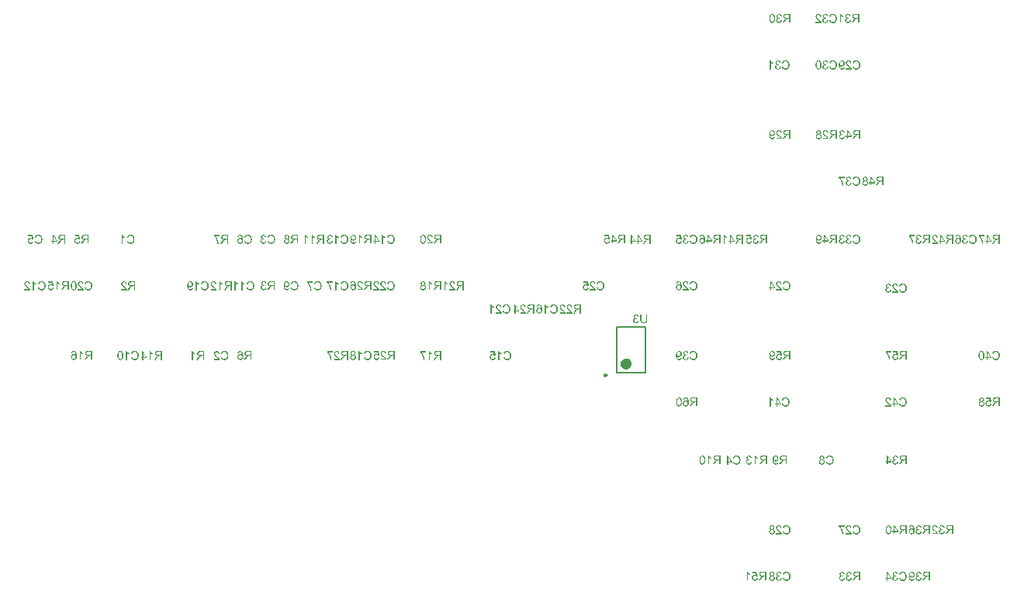
<source format=gbo>
G04*
G04 #@! TF.GenerationSoftware,Altium Limited,Altium Designer,20.0.14 (345)*
G04*
G04 Layer_Color=16777215*
%FSLAX25Y25*%
%MOIN*%
G70*
G01*
G75*
%ADD10C,0.00787*%
%ADD11C,0.00984*%
%ADD34C,0.02362*%
G36*
X474524Y198133D02*
X474022D01*
Y199811D01*
X473373D01*
X473318Y199806D01*
X473269D01*
X473230Y199801D01*
X473201Y199796D01*
X473181D01*
X473171Y199791D01*
X473166D01*
X473082Y199761D01*
X473043Y199747D01*
X473009Y199727D01*
X472979Y199712D01*
X472959Y199697D01*
X472945Y199692D01*
X472940Y199688D01*
X472895Y199653D01*
X472851Y199619D01*
X472807Y199574D01*
X472767Y199530D01*
X472733Y199496D01*
X472709Y199461D01*
X472689Y199442D01*
X472684Y199432D01*
X472625Y199358D01*
X472566Y199274D01*
X472507Y199191D01*
X472448Y199107D01*
X472399Y199033D01*
X472374Y198999D01*
X472354Y198969D01*
X472339Y198950D01*
X472330Y198930D01*
X472320Y198920D01*
Y198915D01*
X471823Y198133D01*
X471193D01*
X471847Y199156D01*
X471921Y199265D01*
X471995Y199363D01*
X472064Y199451D01*
X472128Y199520D01*
X472187Y199579D01*
X472226Y199624D01*
X472256Y199648D01*
X472261Y199658D01*
X472266D01*
X472310Y199692D01*
X472354Y199727D01*
X472453Y199791D01*
X472497Y199815D01*
X472531Y199835D01*
X472556Y199845D01*
X472566Y199850D01*
X472467Y199865D01*
X472374Y199884D01*
X472290Y199909D01*
X472212Y199934D01*
X472138Y199963D01*
X472069Y199993D01*
X472010Y200022D01*
X471956Y200052D01*
X471911Y200081D01*
X471872Y200111D01*
X471838Y200135D01*
X471808Y200155D01*
X471788Y200175D01*
X471769Y200189D01*
X471764Y200194D01*
X471759Y200199D01*
X471715Y200253D01*
X471670Y200307D01*
X471636Y200366D01*
X471606Y200421D01*
X471562Y200534D01*
X471533Y200642D01*
X471513Y200735D01*
X471508Y200775D01*
X471503Y200809D01*
X471498Y200839D01*
Y200858D01*
Y200873D01*
Y200878D01*
X471503Y200991D01*
X471523Y201100D01*
X471547Y201198D01*
X471577Y201282D01*
X471606Y201350D01*
X471631Y201405D01*
X471641Y201424D01*
X471651Y201439D01*
X471656Y201444D01*
Y201449D01*
X471720Y201537D01*
X471788Y201616D01*
X471857Y201680D01*
X471926Y201729D01*
X471985Y201769D01*
X472034Y201793D01*
X472054Y201803D01*
X472069Y201808D01*
X472074Y201813D01*
X472079D01*
X472128Y201833D01*
X472187Y201848D01*
X472310Y201872D01*
X472438Y201892D01*
X472561Y201902D01*
X472620Y201906D01*
X472674Y201911D01*
X472718D01*
X472763Y201916D01*
X474524D01*
Y198133D01*
D02*
G37*
G36*
X471055Y199466D02*
Y199038D01*
X469412D01*
Y198133D01*
X468950D01*
Y199038D01*
X468438D01*
Y199466D01*
X468950D01*
Y201916D01*
X469328D01*
X471055Y199466D01*
D02*
G37*
G36*
X466819Y201926D02*
X466908Y201921D01*
X466987Y201906D01*
X467060Y201887D01*
X467129Y201867D01*
X467198Y201842D01*
X467257Y201813D01*
X467306Y201788D01*
X467355Y201764D01*
X467400Y201734D01*
X467434Y201710D01*
X467464Y201690D01*
X467488Y201670D01*
X467503Y201660D01*
X467513Y201651D01*
X467518Y201646D01*
X467572Y201592D01*
X467616Y201537D01*
X467656Y201479D01*
X467690Y201419D01*
X467715Y201360D01*
X467739Y201301D01*
X467774Y201193D01*
X467798Y201100D01*
X467803Y201055D01*
X467808Y201021D01*
X467813Y200991D01*
Y200972D01*
Y200957D01*
Y200952D01*
X467808Y200854D01*
X467793Y200765D01*
X467769Y200686D01*
X467744Y200618D01*
X467720Y200563D01*
X467695Y200519D01*
X467680Y200495D01*
X467675Y200485D01*
X467616Y200416D01*
X467552Y200352D01*
X467479Y200303D01*
X467410Y200258D01*
X467346Y200224D01*
X467297Y200199D01*
X467277Y200189D01*
X467262Y200184D01*
X467252Y200180D01*
X467247D01*
X467370Y200140D01*
X467474Y200091D01*
X467567Y200032D01*
X467641Y199978D01*
X467700Y199924D01*
X467744Y199880D01*
X467769Y199850D01*
X467779Y199845D01*
Y199840D01*
X467843Y199742D01*
X467887Y199638D01*
X467921Y199540D01*
X467941Y199442D01*
X467956Y199353D01*
X467961Y199319D01*
Y199289D01*
X467966Y199259D01*
Y199240D01*
Y199230D01*
Y199225D01*
X467961Y199136D01*
X467951Y199048D01*
X467936Y198964D01*
X467911Y198886D01*
X467887Y198812D01*
X467857Y198743D01*
X467828Y198684D01*
X467793Y198625D01*
X467764Y198576D01*
X467734Y198531D01*
X467705Y198492D01*
X467680Y198458D01*
X467656Y198433D01*
X467641Y198413D01*
X467631Y198404D01*
X467626Y198398D01*
X467557Y198339D01*
X467488Y198290D01*
X467415Y198246D01*
X467341Y198207D01*
X467262Y198177D01*
X467188Y198148D01*
X467045Y198108D01*
X466977Y198098D01*
X466918Y198089D01*
X466863Y198079D01*
X466814Y198074D01*
X466775Y198069D01*
X466721D01*
X466617Y198074D01*
X466524Y198084D01*
X466431Y198098D01*
X466347Y198123D01*
X466263Y198148D01*
X466189Y198172D01*
X466125Y198202D01*
X466061Y198236D01*
X466007Y198266D01*
X465958Y198295D01*
X465919Y198320D01*
X465884Y198349D01*
X465855Y198369D01*
X465835Y198384D01*
X465825Y198394D01*
X465821Y198398D01*
X465761Y198462D01*
X465707Y198527D01*
X465663Y198595D01*
X465619Y198664D01*
X465589Y198733D01*
X465560Y198802D01*
X465535Y198866D01*
X465520Y198930D01*
X465506Y198989D01*
X465496Y199038D01*
X465486Y199087D01*
X465481Y199132D01*
X465476Y199166D01*
Y199191D01*
Y199205D01*
Y199210D01*
X465486Y199338D01*
X465506Y199456D01*
X465535Y199560D01*
X465565Y199648D01*
X465599Y199717D01*
X465614Y199747D01*
X465629Y199771D01*
X465643Y199791D01*
X465648Y199806D01*
X465658Y199811D01*
Y199815D01*
X465732Y199904D01*
X465815Y199978D01*
X465904Y200042D01*
X465993Y200091D01*
X466071Y200130D01*
X466101Y200145D01*
X466130Y200160D01*
X466155Y200170D01*
X466175Y200175D01*
X466185Y200180D01*
X466189D01*
X466091Y200224D01*
X466007Y200273D01*
X465934Y200322D01*
X465875Y200372D01*
X465830Y200416D01*
X465796Y200450D01*
X465776Y200470D01*
X465771Y200480D01*
X465722Y200558D01*
X465688Y200637D01*
X465663Y200711D01*
X465648Y200785D01*
X465633Y200849D01*
X465629Y200898D01*
Y200918D01*
Y200932D01*
Y200937D01*
Y200942D01*
X465633Y201016D01*
X465643Y201090D01*
X465658Y201159D01*
X465678Y201227D01*
X465727Y201346D01*
X465781Y201449D01*
X465811Y201488D01*
X465835Y201528D01*
X465865Y201562D01*
X465884Y201592D01*
X465904Y201611D01*
X465919Y201626D01*
X465929Y201636D01*
X465934Y201641D01*
X465993Y201690D01*
X466052Y201739D01*
X466121Y201774D01*
X466185Y201808D01*
X466253Y201838D01*
X466317Y201862D01*
X466445Y201897D01*
X466504Y201906D01*
X466559Y201916D01*
X466608Y201921D01*
X466647Y201926D01*
X466681Y201931D01*
X466731D01*
X466819Y201926D01*
D02*
G37*
G36*
X456859Y221926D02*
X456937Y221921D01*
X457085Y221892D01*
X457213Y221848D01*
X457267Y221823D01*
X457321Y221803D01*
X457365Y221779D01*
X457410Y221754D01*
X457444Y221729D01*
X457474Y221710D01*
X457498Y221695D01*
X457513Y221680D01*
X457523Y221675D01*
X457528Y221670D01*
X457582Y221621D01*
X457631Y221567D01*
X457715Y221449D01*
X457779Y221331D01*
X457833Y221218D01*
X457852Y221164D01*
X457867Y221114D01*
X457882Y221065D01*
X457892Y221031D01*
X457902Y220996D01*
X457906Y220972D01*
X457911Y220957D01*
Y220952D01*
X457449Y220868D01*
X457424Y220987D01*
X457395Y221090D01*
X457355Y221178D01*
X457316Y221247D01*
X457282Y221306D01*
X457252Y221346D01*
X457233Y221365D01*
X457223Y221375D01*
X457149Y221434D01*
X457075Y221474D01*
X456996Y221503D01*
X456927Y221528D01*
X456863Y221537D01*
X456809Y221542D01*
X456790Y221547D01*
X456765D01*
X456667Y221542D01*
X456583Y221523D01*
X456504Y221493D01*
X456440Y221464D01*
X456391Y221429D01*
X456352Y221405D01*
X456332Y221385D01*
X456322Y221375D01*
X456263Y221311D01*
X456219Y221237D01*
X456189Y221168D01*
X456165Y221105D01*
X456155Y221045D01*
X456150Y221001D01*
X456145Y220967D01*
Y220962D01*
Y220957D01*
X456150Y220898D01*
X456155Y220844D01*
X456184Y220745D01*
X456219Y220662D01*
X456263Y220593D01*
X456308Y220544D01*
X456347Y220504D01*
X456376Y220485D01*
X456381Y220475D01*
X456386D01*
X456475Y220426D01*
X456568Y220386D01*
X456657Y220362D01*
X456741Y220342D01*
X456809Y220332D01*
X456868Y220327D01*
X456888Y220322D01*
X456942D01*
X456967Y220327D01*
X456982Y220332D01*
X456991D01*
X457046Y219924D01*
X456977Y219938D01*
X456913Y219953D01*
X456854Y219963D01*
X456805Y219968D01*
X456770Y219973D01*
X456716D01*
X456598Y219963D01*
X456495Y219938D01*
X456406Y219909D01*
X456327Y219870D01*
X456268Y219830D01*
X456224Y219801D01*
X456194Y219776D01*
X456184Y219766D01*
X456145Y219727D01*
X456116Y219683D01*
X456062Y219599D01*
X456022Y219511D01*
X455998Y219427D01*
X455983Y219353D01*
X455978Y219319D01*
Y219294D01*
X455973Y219269D01*
Y219255D01*
Y219245D01*
Y219240D01*
Y219181D01*
X455983Y219122D01*
X456007Y219014D01*
X456047Y218915D01*
X456086Y218836D01*
X456125Y218767D01*
X456165Y218718D01*
X456180Y218704D01*
X456189Y218689D01*
X456194Y218684D01*
X456199Y218679D01*
X456244Y218640D01*
X456288Y218605D01*
X456381Y218546D01*
X456475Y218507D01*
X456563Y218482D01*
X456637Y218462D01*
X456672Y218458D01*
X456701D01*
X456721Y218453D01*
X456755D01*
X456854Y218462D01*
X456947Y218482D01*
X457026Y218507D01*
X457095Y218541D01*
X457154Y218571D01*
X457193Y218600D01*
X457218Y218620D01*
X457228Y218625D01*
X457262Y218659D01*
X457292Y218699D01*
X457346Y218792D01*
X457395Y218886D01*
X457429Y218979D01*
X457459Y219068D01*
X457469Y219102D01*
X457479Y219137D01*
X457483Y219161D01*
X457488Y219181D01*
X457493Y219196D01*
Y219200D01*
X457956Y219137D01*
X457946Y219048D01*
X457926Y218964D01*
X457906Y218891D01*
X457877Y218817D01*
X457847Y218748D01*
X457818Y218684D01*
X457784Y218625D01*
X457754Y218571D01*
X457720Y218527D01*
X457690Y218482D01*
X457660Y218448D01*
X457636Y218418D01*
X457611Y218394D01*
X457597Y218379D01*
X457587Y218369D01*
X457582Y218364D01*
X457518Y218310D01*
X457454Y218266D01*
X457385Y218226D01*
X457311Y218192D01*
X457242Y218167D01*
X457173Y218143D01*
X457046Y218108D01*
X456987Y218093D01*
X456927Y218084D01*
X456878Y218079D01*
X456839Y218074D01*
X456805Y218069D01*
X456755D01*
X456652Y218074D01*
X456559Y218084D01*
X456465Y218098D01*
X456381Y218123D01*
X456298Y218148D01*
X456224Y218177D01*
X456155Y218207D01*
X456091Y218241D01*
X456037Y218271D01*
X455988Y218300D01*
X455943Y218330D01*
X455909Y218354D01*
X455879Y218379D01*
X455860Y218394D01*
X455850Y218404D01*
X455845Y218408D01*
X455781Y218472D01*
X455727Y218541D01*
X455678Y218615D01*
X455633Y218684D01*
X455599Y218758D01*
X455570Y218827D01*
X455545Y218896D01*
X455525Y218959D01*
X455511Y219019D01*
X455501Y219073D01*
X455491Y219122D01*
X455486Y219166D01*
X455481Y219200D01*
Y219230D01*
Y219245D01*
Y219250D01*
X455491Y219383D01*
X455511Y219496D01*
X455540Y219599D01*
X455575Y219688D01*
X455609Y219761D01*
X455624Y219786D01*
X455638Y219811D01*
X455648Y219830D01*
X455658Y219845D01*
X455668Y219850D01*
Y219855D01*
X455742Y219938D01*
X455830Y220007D01*
X455914Y220066D01*
X455998Y220111D01*
X456071Y220140D01*
X456106Y220155D01*
X456135Y220165D01*
X456155Y220170D01*
X456175Y220175D01*
X456184Y220180D01*
X456189D01*
X456101Y220229D01*
X456022Y220278D01*
X455953Y220332D01*
X455899Y220386D01*
X455855Y220430D01*
X455825Y220465D01*
X455806Y220490D01*
X455801Y220499D01*
X455757Y220578D01*
X455722Y220657D01*
X455702Y220731D01*
X455683Y220799D01*
X455673Y220859D01*
X455668Y220908D01*
Y220937D01*
Y220942D01*
Y220947D01*
X455673Y221041D01*
X455688Y221129D01*
X455712Y221213D01*
X455737Y221287D01*
X455766Y221346D01*
X455786Y221395D01*
X455806Y221424D01*
X455811Y221429D01*
Y221434D01*
X455865Y221518D01*
X455929Y221587D01*
X455998Y221651D01*
X456062Y221705D01*
X456121Y221744D01*
X456165Y221774D01*
X456184Y221783D01*
X456199Y221793D01*
X456204Y221798D01*
X456209D01*
X456308Y221843D01*
X456406Y221877D01*
X456499Y221897D01*
X456588Y221916D01*
X456662Y221926D01*
X456696D01*
X456721Y221931D01*
X456775D01*
X456859Y221926D01*
D02*
G37*
G36*
X464519Y218133D02*
X464017D01*
Y219811D01*
X463368D01*
X463314Y219806D01*
X463264D01*
X463225Y219801D01*
X463196Y219796D01*
X463176D01*
X463166Y219791D01*
X463161D01*
X463077Y219761D01*
X463038Y219747D01*
X463004Y219727D01*
X462974Y219712D01*
X462955Y219697D01*
X462940Y219692D01*
X462935Y219688D01*
X462890Y219653D01*
X462846Y219619D01*
X462802Y219574D01*
X462763Y219530D01*
X462728Y219496D01*
X462704Y219461D01*
X462684Y219442D01*
X462679Y219432D01*
X462620Y219358D01*
X462561Y219274D01*
X462502Y219191D01*
X462443Y219107D01*
X462394Y219033D01*
X462369Y218999D01*
X462349Y218969D01*
X462334Y218950D01*
X462325Y218930D01*
X462315Y218920D01*
Y218915D01*
X461818Y218133D01*
X461188D01*
X461842Y219156D01*
X461916Y219265D01*
X461990Y219363D01*
X462059Y219451D01*
X462123Y219520D01*
X462182Y219579D01*
X462221Y219624D01*
X462251Y219648D01*
X462256Y219658D01*
X462261D01*
X462305Y219692D01*
X462349Y219727D01*
X462448Y219791D01*
X462492Y219815D01*
X462526Y219835D01*
X462551Y219845D01*
X462561Y219850D01*
X462463Y219865D01*
X462369Y219884D01*
X462285Y219909D01*
X462207Y219934D01*
X462133Y219963D01*
X462064Y219993D01*
X462005Y220022D01*
X461951Y220052D01*
X461906Y220081D01*
X461867Y220111D01*
X461833Y220135D01*
X461803Y220155D01*
X461784Y220175D01*
X461764Y220189D01*
X461759Y220194D01*
X461754Y220199D01*
X461710Y220253D01*
X461665Y220307D01*
X461631Y220367D01*
X461601Y220421D01*
X461557Y220534D01*
X461528Y220642D01*
X461508Y220736D01*
X461503Y220775D01*
X461498Y220809D01*
X461493Y220839D01*
Y220859D01*
Y220873D01*
Y220878D01*
X461498Y220991D01*
X461518Y221100D01*
X461542Y221198D01*
X461572Y221282D01*
X461601Y221351D01*
X461626Y221405D01*
X461636Y221424D01*
X461646Y221439D01*
X461651Y221444D01*
Y221449D01*
X461715Y221537D01*
X461784Y221616D01*
X461852Y221680D01*
X461921Y221729D01*
X461980Y221769D01*
X462030Y221793D01*
X462049Y221803D01*
X462064Y221808D01*
X462069Y221813D01*
X462074D01*
X462123Y221833D01*
X462182Y221848D01*
X462305Y221872D01*
X462433Y221892D01*
X462556Y221902D01*
X462615Y221906D01*
X462669Y221911D01*
X462713D01*
X462758Y221916D01*
X464519D01*
Y218133D01*
D02*
G37*
G36*
X461050Y219466D02*
Y219038D01*
X459407D01*
Y218133D01*
X458945D01*
Y219038D01*
X458433D01*
Y219466D01*
X458945D01*
Y221916D01*
X459324D01*
X461050Y219466D01*
D02*
G37*
G36*
X459432Y271926D02*
X459511Y271921D01*
X459658Y271892D01*
X459786Y271848D01*
X459840Y271823D01*
X459894Y271803D01*
X459938Y271779D01*
X459983Y271754D01*
X460017Y271729D01*
X460047Y271710D01*
X460071Y271695D01*
X460086Y271680D01*
X460096Y271675D01*
X460101Y271670D01*
X460155Y271621D01*
X460204Y271567D01*
X460288Y271449D01*
X460352Y271331D01*
X460406Y271218D01*
X460426Y271164D01*
X460440Y271114D01*
X460455Y271065D01*
X460465Y271031D01*
X460475Y270996D01*
X460480Y270972D01*
X460485Y270957D01*
Y270952D01*
X460022Y270868D01*
X459998Y270987D01*
X459968Y271090D01*
X459929Y271178D01*
X459889Y271247D01*
X459855Y271306D01*
X459825Y271346D01*
X459806Y271365D01*
X459796Y271375D01*
X459722Y271434D01*
X459648Y271474D01*
X459570Y271503D01*
X459501Y271528D01*
X459437Y271537D01*
X459382Y271542D01*
X459363Y271547D01*
X459338D01*
X459240Y271542D01*
X459156Y271523D01*
X459078Y271493D01*
X459014Y271464D01*
X458964Y271429D01*
X458925Y271405D01*
X458905Y271385D01*
X458895Y271375D01*
X458836Y271311D01*
X458792Y271237D01*
X458763Y271168D01*
X458738Y271105D01*
X458728Y271045D01*
X458723Y271001D01*
X458718Y270967D01*
Y270962D01*
Y270957D01*
X458723Y270898D01*
X458728Y270844D01*
X458758Y270745D01*
X458792Y270662D01*
X458836Y270593D01*
X458881Y270544D01*
X458920Y270504D01*
X458950Y270485D01*
X458954Y270475D01*
X458959D01*
X459048Y270426D01*
X459141Y270386D01*
X459230Y270362D01*
X459314Y270342D01*
X459382Y270332D01*
X459442Y270327D01*
X459461Y270322D01*
X459515D01*
X459540Y270327D01*
X459555Y270332D01*
X459565D01*
X459619Y269924D01*
X459550Y269938D01*
X459486Y269953D01*
X459427Y269963D01*
X459378Y269968D01*
X459343Y269973D01*
X459289D01*
X459171Y269963D01*
X459068Y269938D01*
X458979Y269909D01*
X458900Y269870D01*
X458841Y269830D01*
X458797Y269801D01*
X458768Y269776D01*
X458758Y269766D01*
X458718Y269727D01*
X458689Y269683D01*
X458635Y269599D01*
X458595Y269511D01*
X458571Y269427D01*
X458556Y269353D01*
X458551Y269319D01*
Y269294D01*
X458546Y269269D01*
Y269255D01*
Y269245D01*
Y269240D01*
Y269181D01*
X458556Y269122D01*
X458581Y269014D01*
X458620Y268915D01*
X458659Y268836D01*
X458699Y268767D01*
X458738Y268718D01*
X458753Y268704D01*
X458763Y268689D01*
X458768Y268684D01*
X458773Y268679D01*
X458817Y268640D01*
X458861Y268605D01*
X458954Y268546D01*
X459048Y268507D01*
X459136Y268482D01*
X459210Y268462D01*
X459245Y268458D01*
X459274D01*
X459294Y268453D01*
X459328D01*
X459427Y268462D01*
X459520Y268482D01*
X459599Y268507D01*
X459668Y268541D01*
X459727Y268571D01*
X459766Y268600D01*
X459791Y268620D01*
X459801Y268625D01*
X459835Y268659D01*
X459865Y268699D01*
X459919Y268792D01*
X459968Y268886D01*
X460003Y268979D01*
X460032Y269068D01*
X460042Y269102D01*
X460052Y269137D01*
X460057Y269161D01*
X460062Y269181D01*
X460066Y269196D01*
Y269200D01*
X460529Y269137D01*
X460519Y269048D01*
X460499Y268964D01*
X460480Y268891D01*
X460450Y268817D01*
X460421Y268748D01*
X460391Y268684D01*
X460357Y268625D01*
X460327Y268571D01*
X460293Y268527D01*
X460263Y268482D01*
X460234Y268448D01*
X460209Y268418D01*
X460184Y268394D01*
X460170Y268379D01*
X460160Y268369D01*
X460155Y268364D01*
X460091Y268310D01*
X460027Y268266D01*
X459958Y268226D01*
X459884Y268192D01*
X459816Y268167D01*
X459747Y268143D01*
X459619Y268108D01*
X459560Y268093D01*
X459501Y268084D01*
X459451Y268079D01*
X459412Y268074D01*
X459378Y268069D01*
X459328D01*
X459225Y268074D01*
X459132Y268084D01*
X459038Y268098D01*
X458954Y268123D01*
X458871Y268148D01*
X458797Y268177D01*
X458728Y268207D01*
X458664Y268241D01*
X458610Y268271D01*
X458561Y268300D01*
X458517Y268330D01*
X458482Y268354D01*
X458453Y268379D01*
X458433Y268394D01*
X458423Y268404D01*
X458418Y268408D01*
X458354Y268472D01*
X458300Y268541D01*
X458251Y268615D01*
X458207Y268684D01*
X458172Y268758D01*
X458143Y268827D01*
X458118Y268896D01*
X458098Y268959D01*
X458084Y269019D01*
X458074Y269073D01*
X458064Y269122D01*
X458059Y269166D01*
X458054Y269200D01*
Y269230D01*
Y269245D01*
Y269250D01*
X458064Y269383D01*
X458084Y269496D01*
X458113Y269599D01*
X458148Y269688D01*
X458182Y269761D01*
X458197Y269786D01*
X458212Y269811D01*
X458221Y269830D01*
X458231Y269845D01*
X458241Y269850D01*
Y269855D01*
X458315Y269938D01*
X458403Y270007D01*
X458487Y270066D01*
X458571Y270111D01*
X458644Y270140D01*
X458679Y270155D01*
X458708Y270165D01*
X458728Y270170D01*
X458748Y270175D01*
X458758Y270180D01*
X458763D01*
X458674Y270229D01*
X458595Y270278D01*
X458527Y270332D01*
X458472Y270386D01*
X458428Y270430D01*
X458398Y270465D01*
X458379Y270490D01*
X458374Y270499D01*
X458330Y270578D01*
X458295Y270657D01*
X458276Y270731D01*
X458256Y270799D01*
X458246Y270859D01*
X458241Y270908D01*
Y270937D01*
Y270942D01*
Y270947D01*
X458246Y271041D01*
X458261Y271129D01*
X458285Y271213D01*
X458310Y271287D01*
X458340Y271346D01*
X458359Y271395D01*
X458379Y271424D01*
X458384Y271429D01*
Y271434D01*
X458438Y271518D01*
X458502Y271587D01*
X458571Y271651D01*
X458635Y271705D01*
X458694Y271744D01*
X458738Y271774D01*
X458758Y271783D01*
X458773Y271793D01*
X458777Y271798D01*
X458782D01*
X458881Y271843D01*
X458979Y271877D01*
X459073Y271897D01*
X459161Y271916D01*
X459235Y271926D01*
X459269D01*
X459294Y271931D01*
X459348D01*
X459432Y271926D01*
D02*
G37*
G36*
X456199Y271838D02*
X456263Y271749D01*
X456332Y271660D01*
X456396Y271587D01*
X456460Y271518D01*
X456509Y271469D01*
X456529Y271449D01*
X456544Y271434D01*
X456554Y271429D01*
X456559Y271424D01*
X456672Y271331D01*
X456785Y271247D01*
X456903Y271168D01*
X457006Y271105D01*
X457100Y271055D01*
X457139Y271031D01*
X457173Y271016D01*
X457198Y271001D01*
X457218Y270991D01*
X457233Y270982D01*
X457237D01*
Y270529D01*
X457154Y270563D01*
X457070Y270603D01*
X456987Y270642D01*
X456913Y270681D01*
X456849Y270716D01*
X456795Y270745D01*
X456775Y270755D01*
X456760Y270765D01*
X456755Y270770D01*
X456750D01*
X456652Y270829D01*
X456568Y270888D01*
X456490Y270942D01*
X456426Y270991D01*
X456376Y271031D01*
X456337Y271065D01*
X456317Y271085D01*
X456308Y271090D01*
Y268133D01*
X455845D01*
Y271931D01*
X456145D01*
X456199Y271838D01*
D02*
G37*
G36*
X464155Y268133D02*
X463653D01*
Y269811D01*
X463004D01*
X462950Y269806D01*
X462900D01*
X462861Y269801D01*
X462831Y269796D01*
X462812D01*
X462802Y269791D01*
X462797D01*
X462713Y269761D01*
X462674Y269747D01*
X462640Y269727D01*
X462610Y269712D01*
X462590Y269697D01*
X462576Y269692D01*
X462571Y269688D01*
X462526Y269653D01*
X462482Y269619D01*
X462438Y269574D01*
X462398Y269530D01*
X462364Y269496D01*
X462339Y269461D01*
X462320Y269442D01*
X462315Y269432D01*
X462256Y269358D01*
X462197Y269274D01*
X462138Y269191D01*
X462079Y269107D01*
X462030Y269033D01*
X462005Y268999D01*
X461985Y268969D01*
X461971Y268950D01*
X461961Y268930D01*
X461951Y268920D01*
Y268915D01*
X461454Y268133D01*
X460824D01*
X461479Y269156D01*
X461552Y269265D01*
X461626Y269363D01*
X461695Y269451D01*
X461759Y269520D01*
X461818Y269579D01*
X461857Y269624D01*
X461887Y269648D01*
X461892Y269658D01*
X461897D01*
X461941Y269692D01*
X461985Y269727D01*
X462084Y269791D01*
X462128Y269815D01*
X462162Y269835D01*
X462187Y269845D01*
X462197Y269850D01*
X462098Y269865D01*
X462005Y269884D01*
X461921Y269909D01*
X461842Y269934D01*
X461769Y269963D01*
X461700Y269993D01*
X461641Y270022D01*
X461587Y270052D01*
X461542Y270081D01*
X461503Y270111D01*
X461469Y270135D01*
X461439Y270155D01*
X461419Y270175D01*
X461400Y270189D01*
X461395Y270194D01*
X461390Y270199D01*
X461346Y270253D01*
X461301Y270307D01*
X461267Y270367D01*
X461237Y270421D01*
X461193Y270534D01*
X461164Y270642D01*
X461144Y270736D01*
X461139Y270775D01*
X461134Y270809D01*
X461129Y270839D01*
Y270859D01*
Y270873D01*
Y270878D01*
X461134Y270991D01*
X461154Y271100D01*
X461178Y271198D01*
X461208Y271282D01*
X461237Y271351D01*
X461262Y271405D01*
X461272Y271424D01*
X461282Y271439D01*
X461287Y271444D01*
Y271449D01*
X461350Y271537D01*
X461419Y271616D01*
X461488Y271680D01*
X461557Y271729D01*
X461616Y271769D01*
X461665Y271793D01*
X461685Y271803D01*
X461700Y271808D01*
X461705Y271813D01*
X461710D01*
X461759Y271833D01*
X461818Y271848D01*
X461941Y271872D01*
X462069Y271892D01*
X462192Y271902D01*
X462251Y271906D01*
X462305Y271911D01*
X462349D01*
X462394Y271916D01*
X464155D01*
Y268133D01*
D02*
G37*
G36*
X429791Y271926D02*
X429870Y271921D01*
X430017Y271892D01*
X430145Y271848D01*
X430199Y271823D01*
X430253Y271803D01*
X430298Y271779D01*
X430342Y271754D01*
X430376Y271729D01*
X430406Y271710D01*
X430431Y271695D01*
X430445Y271680D01*
X430455Y271675D01*
X430460Y271670D01*
X430514Y271621D01*
X430563Y271567D01*
X430647Y271449D01*
X430711Y271331D01*
X430765Y271218D01*
X430785Y271164D01*
X430799Y271114D01*
X430814Y271065D01*
X430824Y271031D01*
X430834Y270996D01*
X430839Y270972D01*
X430844Y270957D01*
Y270952D01*
X430381Y270868D01*
X430357Y270987D01*
X430327Y271090D01*
X430288Y271178D01*
X430248Y271247D01*
X430214Y271306D01*
X430185Y271346D01*
X430165Y271365D01*
X430155Y271375D01*
X430081Y271434D01*
X430007Y271474D01*
X429929Y271503D01*
X429860Y271528D01*
X429796Y271537D01*
X429742Y271542D01*
X429722Y271547D01*
X429697D01*
X429599Y271542D01*
X429515Y271523D01*
X429437Y271493D01*
X429373Y271464D01*
X429323Y271429D01*
X429284Y271405D01*
X429264Y271385D01*
X429255Y271375D01*
X429196Y271311D01*
X429151Y271237D01*
X429122Y271168D01*
X429097Y271105D01*
X429087Y271045D01*
X429082Y271001D01*
X429077Y270967D01*
Y270962D01*
Y270957D01*
X429082Y270898D01*
X429087Y270844D01*
X429117Y270745D01*
X429151Y270662D01*
X429196Y270593D01*
X429240Y270544D01*
X429279Y270504D01*
X429309Y270485D01*
X429314Y270475D01*
X429319D01*
X429407Y270426D01*
X429501Y270386D01*
X429589Y270362D01*
X429673Y270342D01*
X429742Y270332D01*
X429801Y270327D01*
X429820Y270322D01*
X429875D01*
X429899Y270327D01*
X429914Y270332D01*
X429924D01*
X429978Y269924D01*
X429909Y269938D01*
X429845Y269953D01*
X429786Y269963D01*
X429737Y269968D01*
X429702Y269973D01*
X429648D01*
X429530Y269963D01*
X429427Y269938D01*
X429338Y269909D01*
X429259Y269870D01*
X429201Y269830D01*
X429156Y269801D01*
X429127Y269776D01*
X429117Y269766D01*
X429077Y269727D01*
X429048Y269683D01*
X428994Y269599D01*
X428955Y269511D01*
X428930Y269427D01*
X428915Y269353D01*
X428910Y269319D01*
Y269294D01*
X428905Y269269D01*
Y269255D01*
Y269245D01*
Y269240D01*
Y269181D01*
X428915Y269122D01*
X428940Y269014D01*
X428979Y268915D01*
X429018Y268836D01*
X429058Y268767D01*
X429097Y268718D01*
X429112Y268704D01*
X429122Y268689D01*
X429127Y268684D01*
X429132Y268679D01*
X429176Y268640D01*
X429220Y268605D01*
X429314Y268546D01*
X429407Y268507D01*
X429496Y268482D01*
X429569Y268462D01*
X429604Y268458D01*
X429634D01*
X429653Y268453D01*
X429688D01*
X429786Y268462D01*
X429880Y268482D01*
X429958Y268507D01*
X430027Y268541D01*
X430086Y268571D01*
X430126Y268600D01*
X430150Y268620D01*
X430160Y268625D01*
X430194Y268659D01*
X430224Y268699D01*
X430278Y268792D01*
X430327Y268886D01*
X430362Y268979D01*
X430391Y269068D01*
X430401Y269102D01*
X430411Y269137D01*
X430416Y269161D01*
X430421Y269181D01*
X430426Y269196D01*
Y269200D01*
X430888Y269137D01*
X430878Y269048D01*
X430859Y268964D01*
X430839Y268891D01*
X430809Y268817D01*
X430780Y268748D01*
X430750Y268684D01*
X430716Y268625D01*
X430686Y268571D01*
X430652Y268527D01*
X430622Y268482D01*
X430593Y268448D01*
X430568Y268418D01*
X430544Y268394D01*
X430529Y268379D01*
X430519Y268369D01*
X430514Y268364D01*
X430450Y268310D01*
X430386Y268266D01*
X430317Y268226D01*
X430243Y268192D01*
X430175Y268167D01*
X430106Y268143D01*
X429978Y268108D01*
X429919Y268093D01*
X429860Y268084D01*
X429811Y268079D01*
X429771Y268074D01*
X429737Y268069D01*
X429688D01*
X429584Y268074D01*
X429491Y268084D01*
X429397Y268098D01*
X429314Y268123D01*
X429230Y268148D01*
X429156Y268177D01*
X429087Y268207D01*
X429023Y268241D01*
X428969Y268271D01*
X428920Y268300D01*
X428876Y268330D01*
X428841Y268354D01*
X428812Y268379D01*
X428792Y268394D01*
X428782Y268404D01*
X428777Y268408D01*
X428713Y268472D01*
X428659Y268541D01*
X428610Y268615D01*
X428566Y268684D01*
X428531Y268758D01*
X428502Y268827D01*
X428477Y268896D01*
X428458Y268959D01*
X428443Y269019D01*
X428433Y269073D01*
X428423Y269122D01*
X428418Y269166D01*
X428413Y269200D01*
Y269230D01*
Y269245D01*
Y269250D01*
X428423Y269383D01*
X428443Y269496D01*
X428472Y269599D01*
X428507Y269688D01*
X428541Y269761D01*
X428556Y269786D01*
X428571Y269811D01*
X428581Y269830D01*
X428590Y269845D01*
X428600Y269850D01*
Y269855D01*
X428674Y269938D01*
X428763Y270007D01*
X428846Y270066D01*
X428930Y270111D01*
X429004Y270140D01*
X429038Y270155D01*
X429068Y270165D01*
X429087Y270170D01*
X429107Y270175D01*
X429117Y270180D01*
X429122D01*
X429033Y270229D01*
X428955Y270278D01*
X428886Y270332D01*
X428831Y270386D01*
X428787Y270430D01*
X428758Y270465D01*
X428738Y270490D01*
X428733Y270499D01*
X428689Y270578D01*
X428654Y270657D01*
X428635Y270731D01*
X428615Y270799D01*
X428605Y270859D01*
X428600Y270908D01*
Y270937D01*
Y270942D01*
Y270947D01*
X428605Y271041D01*
X428620Y271129D01*
X428645Y271213D01*
X428669Y271287D01*
X428699Y271346D01*
X428718Y271395D01*
X428738Y271424D01*
X428743Y271429D01*
Y271434D01*
X428797Y271518D01*
X428861Y271587D01*
X428930Y271651D01*
X428994Y271705D01*
X429053Y271744D01*
X429097Y271774D01*
X429117Y271783D01*
X429132Y271793D01*
X429137Y271798D01*
X429142D01*
X429240Y271843D01*
X429338Y271877D01*
X429432Y271897D01*
X429520Y271916D01*
X429594Y271926D01*
X429629D01*
X429653Y271931D01*
X429707D01*
X429791Y271926D01*
D02*
G37*
G36*
X434514Y268133D02*
X434012D01*
Y269811D01*
X433363D01*
X433309Y269806D01*
X433259D01*
X433220Y269801D01*
X433191Y269796D01*
X433171D01*
X433161Y269791D01*
X433156D01*
X433073Y269761D01*
X433033Y269747D01*
X432999Y269727D01*
X432969Y269712D01*
X432949Y269697D01*
X432935Y269692D01*
X432930Y269688D01*
X432886Y269653D01*
X432841Y269619D01*
X432797Y269574D01*
X432758Y269530D01*
X432723Y269496D01*
X432699Y269461D01*
X432679Y269442D01*
X432674Y269432D01*
X432615Y269358D01*
X432556Y269274D01*
X432497Y269191D01*
X432438Y269107D01*
X432389Y269033D01*
X432364Y268999D01*
X432344Y268969D01*
X432330Y268950D01*
X432320Y268930D01*
X432310Y268920D01*
Y268915D01*
X431813Y268133D01*
X431183D01*
X431838Y269156D01*
X431911Y269265D01*
X431985Y269363D01*
X432054Y269451D01*
X432118Y269520D01*
X432177Y269579D01*
X432217Y269624D01*
X432246Y269648D01*
X432251Y269658D01*
X432256D01*
X432300Y269692D01*
X432344Y269727D01*
X432443Y269791D01*
X432487Y269815D01*
X432521Y269835D01*
X432546Y269845D01*
X432556Y269850D01*
X432457Y269865D01*
X432364Y269884D01*
X432280Y269909D01*
X432202Y269934D01*
X432128Y269963D01*
X432059Y269993D01*
X432000Y270022D01*
X431946Y270052D01*
X431902Y270081D01*
X431862Y270111D01*
X431828Y270135D01*
X431798Y270155D01*
X431779Y270175D01*
X431759Y270189D01*
X431754Y270194D01*
X431749Y270199D01*
X431705Y270253D01*
X431661Y270307D01*
X431626Y270367D01*
X431597Y270421D01*
X431552Y270534D01*
X431523Y270642D01*
X431503Y270736D01*
X431498Y270775D01*
X431493Y270809D01*
X431488Y270839D01*
Y270859D01*
Y270873D01*
Y270878D01*
X431493Y270991D01*
X431513Y271100D01*
X431537Y271198D01*
X431567Y271282D01*
X431597Y271351D01*
X431621Y271405D01*
X431631Y271424D01*
X431641Y271439D01*
X431646Y271444D01*
Y271449D01*
X431710Y271537D01*
X431779Y271616D01*
X431847Y271680D01*
X431916Y271729D01*
X431975Y271769D01*
X432025Y271793D01*
X432044Y271803D01*
X432059Y271808D01*
X432064Y271813D01*
X432069D01*
X432118Y271833D01*
X432177Y271848D01*
X432300Y271872D01*
X432428Y271892D01*
X432551Y271902D01*
X432610Y271906D01*
X432664Y271911D01*
X432709D01*
X432753Y271916D01*
X434514D01*
Y268133D01*
D02*
G37*
G36*
X426868Y271921D02*
X427001Y271897D01*
X427119Y271862D01*
X427218Y271823D01*
X427262Y271798D01*
X427296Y271779D01*
X427331Y271759D01*
X427355Y271744D01*
X427375Y271729D01*
X427390Y271720D01*
X427400Y271715D01*
X427405Y271710D01*
X427498Y271621D01*
X427582Y271518D01*
X427651Y271410D01*
X427710Y271311D01*
X427754Y271218D01*
X427774Y271178D01*
X427788Y271144D01*
X427798Y271114D01*
X427808Y271095D01*
X427813Y271080D01*
Y271075D01*
X427838Y270996D01*
X427857Y270913D01*
X427892Y270736D01*
X427916Y270553D01*
X427931Y270381D01*
X427941Y270303D01*
Y270229D01*
X427946Y270165D01*
X427951Y270111D01*
Y270061D01*
Y270027D01*
Y270007D01*
Y269998D01*
X427946Y269806D01*
X427936Y269624D01*
X427916Y269461D01*
X427892Y269309D01*
X427867Y269166D01*
X427833Y269043D01*
X427798Y268930D01*
X427764Y268827D01*
X427729Y268738D01*
X427700Y268664D01*
X427666Y268600D01*
X427641Y268546D01*
X427616Y268507D01*
X427597Y268482D01*
X427587Y268462D01*
X427582Y268458D01*
X427518Y268389D01*
X427454Y268330D01*
X427385Y268275D01*
X427316Y268231D01*
X427242Y268197D01*
X427169Y268162D01*
X427100Y268138D01*
X427031Y268118D01*
X426967Y268103D01*
X426908Y268089D01*
X426859Y268079D01*
X426809Y268074D01*
X426775D01*
X426745Y268069D01*
X426721D01*
X426647Y268074D01*
X426573Y268079D01*
X426440Y268103D01*
X426322Y268138D01*
X426224Y268182D01*
X426180Y268202D01*
X426145Y268221D01*
X426111Y268241D01*
X426086Y268256D01*
X426066Y268271D01*
X426047Y268281D01*
X426042Y268290D01*
X426037D01*
X425939Y268379D01*
X425855Y268482D01*
X425786Y268585D01*
X425727Y268689D01*
X425683Y268777D01*
X425663Y268817D01*
X425648Y268851D01*
X425638Y268881D01*
X425629Y268900D01*
X425624Y268915D01*
Y268920D01*
X425599Y268999D01*
X425579Y269082D01*
X425545Y269260D01*
X425520Y269442D01*
X425501Y269614D01*
X425496Y269692D01*
X425491Y269766D01*
Y269830D01*
X425486Y269884D01*
Y269934D01*
Y269968D01*
Y269988D01*
Y269998D01*
Y270101D01*
X425491Y270199D01*
X425496Y270288D01*
X425501Y270372D01*
X425506Y270455D01*
X425515Y270524D01*
X425520Y270593D01*
X425530Y270652D01*
X425540Y270706D01*
X425545Y270755D01*
X425555Y270795D01*
X425560Y270829D01*
X425565Y270854D01*
X425569Y270873D01*
X425574Y270883D01*
Y270888D01*
X425609Y271006D01*
X425643Y271119D01*
X425683Y271213D01*
X425722Y271296D01*
X425757Y271365D01*
X425781Y271414D01*
X425791Y271429D01*
X425801Y271444D01*
X425806Y271449D01*
Y271454D01*
X425865Y271537D01*
X425929Y271606D01*
X425993Y271665D01*
X426052Y271720D01*
X426106Y271759D01*
X426145Y271783D01*
X426175Y271803D01*
X426180Y271808D01*
X426185D01*
X426273Y271848D01*
X426367Y271877D01*
X426455Y271902D01*
X426539Y271916D01*
X426613Y271926D01*
X426642D01*
X426672Y271931D01*
X426795D01*
X426868Y271921D01*
D02*
G37*
G36*
X449752Y221926D02*
X449845Y221921D01*
X449934Y221906D01*
X450012Y221887D01*
X450091Y221867D01*
X450160Y221843D01*
X450224Y221818D01*
X450283Y221793D01*
X450337Y221764D01*
X450381Y221739D01*
X450421Y221715D01*
X450455Y221695D01*
X450480Y221675D01*
X450499Y221660D01*
X450509Y221656D01*
X450514Y221651D01*
X450573Y221597D01*
X450622Y221537D01*
X450667Y221474D01*
X450706Y221405D01*
X450740Y221341D01*
X450770Y221272D01*
X450814Y221139D01*
X450834Y221080D01*
X450849Y221021D01*
X450858Y220972D01*
X450868Y220927D01*
X450873Y220888D01*
Y220864D01*
X450878Y220844D01*
Y220839D01*
X450401Y220790D01*
X450391Y220918D01*
X450372Y221026D01*
X450337Y221119D01*
X450298Y221203D01*
X450263Y221262D01*
X450229Y221311D01*
X450209Y221336D01*
X450199Y221346D01*
X450120Y221414D01*
X450032Y221464D01*
X449938Y221498D01*
X449855Y221523D01*
X449781Y221537D01*
X449747Y221542D01*
X449717D01*
X449697Y221547D01*
X449663D01*
X449550Y221537D01*
X449446Y221518D01*
X449358Y221488D01*
X449284Y221454D01*
X449225Y221414D01*
X449181Y221385D01*
X449156Y221365D01*
X449146Y221356D01*
X449078Y221282D01*
X449028Y221203D01*
X448994Y221129D01*
X448969Y221055D01*
X448954Y220991D01*
X448950Y220937D01*
X448945Y220918D01*
Y220908D01*
Y220898D01*
Y220893D01*
Y220844D01*
X448954Y220795D01*
X448979Y220691D01*
X449014Y220598D01*
X449053Y220514D01*
X449097Y220440D01*
X449117Y220411D01*
X449132Y220381D01*
X449146Y220362D01*
X449156Y220347D01*
X449161Y220337D01*
X449166Y220332D01*
X449210Y220273D01*
X449264Y220214D01*
X449324Y220150D01*
X449388Y220081D01*
X449525Y219948D01*
X449663Y219820D01*
X449727Y219761D01*
X449791Y219707D01*
X449850Y219658D01*
X449899Y219614D01*
X449938Y219579D01*
X449973Y219555D01*
X449993Y219535D01*
X449998Y219530D01*
X450140Y219412D01*
X450263Y219304D01*
X450366Y219205D01*
X450450Y219122D01*
X450519Y219053D01*
X450568Y218999D01*
X450583Y218979D01*
X450598Y218964D01*
X450603Y218959D01*
X450608Y218954D01*
X450681Y218861D01*
X450745Y218773D01*
X450795Y218689D01*
X450839Y218610D01*
X450873Y218546D01*
X450893Y218497D01*
X450903Y218477D01*
X450908Y218462D01*
X450913Y218458D01*
Y218453D01*
X450932Y218394D01*
X450947Y218339D01*
X450957Y218285D01*
X450962Y218236D01*
X450967Y218192D01*
Y218162D01*
Y218143D01*
Y218133D01*
X448462D01*
Y218581D01*
X450322D01*
X450258Y218669D01*
X450224Y218713D01*
X450194Y218748D01*
X450165Y218782D01*
X450145Y218807D01*
X450130Y218822D01*
X450126Y218827D01*
X450101Y218851D01*
X450066Y218886D01*
X450032Y218920D01*
X449993Y218954D01*
X449904Y219033D01*
X449811Y219112D01*
X449727Y219186D01*
X449688Y219220D01*
X449658Y219250D01*
X449628Y219269D01*
X449609Y219289D01*
X449594Y219299D01*
X449589Y219304D01*
X449501Y219383D01*
X449412Y219456D01*
X449338Y219520D01*
X449264Y219584D01*
X449200Y219643D01*
X449142Y219702D01*
X449087Y219752D01*
X449043Y219796D01*
X448999Y219835D01*
X448964Y219870D01*
X448935Y219899D01*
X448910Y219924D01*
X448896Y219943D01*
X448881Y219958D01*
X448871Y219963D01*
Y219968D01*
X448797Y220057D01*
X448733Y220145D01*
X448679Y220224D01*
X448635Y220293D01*
X448600Y220347D01*
X448581Y220391D01*
X448566Y220421D01*
X448561Y220430D01*
X448531Y220514D01*
X448507Y220593D01*
X448492Y220672D01*
X448477Y220736D01*
X448472Y220795D01*
X448467Y220839D01*
Y220868D01*
Y220878D01*
X448472Y220962D01*
X448482Y221041D01*
X448497Y221114D01*
X448517Y221183D01*
X448571Y221311D01*
X448595Y221370D01*
X448625Y221419D01*
X448659Y221469D01*
X448684Y221508D01*
X448713Y221542D01*
X448738Y221572D01*
X448758Y221597D01*
X448772Y221611D01*
X448782Y221621D01*
X448787Y221626D01*
X448851Y221680D01*
X448915Y221725D01*
X448984Y221769D01*
X449058Y221803D01*
X449132Y221833D01*
X449200Y221857D01*
X449338Y221892D01*
X449402Y221906D01*
X449461Y221916D01*
X449515Y221921D01*
X449565Y221926D01*
X449599Y221931D01*
X449653D01*
X449752Y221926D01*
D02*
G37*
G36*
X454524Y218133D02*
X454022D01*
Y219811D01*
X453373D01*
X453319Y219806D01*
X453269D01*
X453230Y219801D01*
X453200Y219796D01*
X453181D01*
X453171Y219791D01*
X453166D01*
X453082Y219761D01*
X453043Y219747D01*
X453009Y219727D01*
X452979Y219712D01*
X452959Y219697D01*
X452945Y219692D01*
X452940Y219688D01*
X452895Y219653D01*
X452851Y219619D01*
X452807Y219574D01*
X452768Y219530D01*
X452733Y219496D01*
X452708Y219461D01*
X452689Y219442D01*
X452684Y219432D01*
X452625Y219358D01*
X452566Y219274D01*
X452507Y219191D01*
X452448Y219107D01*
X452398Y219033D01*
X452374Y218999D01*
X452354Y218969D01*
X452340Y218950D01*
X452330Y218930D01*
X452320Y218920D01*
Y218915D01*
X451823Y218133D01*
X451193D01*
X451848Y219156D01*
X451921Y219265D01*
X451995Y219363D01*
X452064Y219451D01*
X452128Y219520D01*
X452187Y219579D01*
X452226Y219624D01*
X452256Y219648D01*
X452261Y219658D01*
X452266D01*
X452310Y219692D01*
X452354Y219727D01*
X452453Y219791D01*
X452497Y219815D01*
X452531Y219835D01*
X452556Y219845D01*
X452566Y219850D01*
X452467Y219865D01*
X452374Y219884D01*
X452290Y219909D01*
X452212Y219934D01*
X452138Y219963D01*
X452069Y219993D01*
X452010Y220022D01*
X451956Y220052D01*
X451911Y220081D01*
X451872Y220111D01*
X451838Y220135D01*
X451808Y220155D01*
X451788Y220175D01*
X451769Y220189D01*
X451764Y220194D01*
X451759Y220199D01*
X451715Y220253D01*
X451670Y220307D01*
X451636Y220367D01*
X451606Y220421D01*
X451562Y220534D01*
X451533Y220642D01*
X451513Y220736D01*
X451508Y220775D01*
X451503Y220809D01*
X451498Y220839D01*
Y220859D01*
Y220873D01*
Y220878D01*
X451503Y220991D01*
X451523Y221100D01*
X451547Y221198D01*
X451577Y221282D01*
X451606Y221351D01*
X451631Y221405D01*
X451641Y221424D01*
X451651Y221439D01*
X451656Y221444D01*
Y221449D01*
X451720Y221537D01*
X451788Y221616D01*
X451857Y221680D01*
X451926Y221729D01*
X451985Y221769D01*
X452034Y221793D01*
X452054Y221803D01*
X452069Y221808D01*
X452074Y221813D01*
X452079D01*
X452128Y221833D01*
X452187Y221848D01*
X452310Y221872D01*
X452438Y221892D01*
X452561Y221902D01*
X452620Y221906D01*
X452674Y221911D01*
X452718D01*
X452763Y221916D01*
X454524D01*
Y218133D01*
D02*
G37*
G36*
X446819Y221926D02*
X446908Y221921D01*
X446986Y221906D01*
X447060Y221887D01*
X447129Y221867D01*
X447198Y221843D01*
X447257Y221813D01*
X447306Y221788D01*
X447356Y221764D01*
X447400Y221734D01*
X447434Y221710D01*
X447464Y221690D01*
X447488Y221670D01*
X447503Y221660D01*
X447513Y221651D01*
X447518Y221646D01*
X447572Y221592D01*
X447616Y221537D01*
X447656Y221479D01*
X447690Y221419D01*
X447715Y221360D01*
X447739Y221301D01*
X447774Y221193D01*
X447798Y221100D01*
X447803Y221055D01*
X447808Y221021D01*
X447813Y220991D01*
Y220972D01*
Y220957D01*
Y220952D01*
X447808Y220854D01*
X447793Y220765D01*
X447769Y220686D01*
X447744Y220618D01*
X447720Y220563D01*
X447695Y220519D01*
X447680Y220495D01*
X447675Y220485D01*
X447616Y220416D01*
X447552Y220352D01*
X447478Y220303D01*
X447410Y220258D01*
X447346Y220224D01*
X447296Y220199D01*
X447277Y220189D01*
X447262Y220184D01*
X447252Y220180D01*
X447247D01*
X447370Y220140D01*
X447474Y220091D01*
X447567Y220032D01*
X447641Y219978D01*
X447700Y219924D01*
X447744Y219880D01*
X447769Y219850D01*
X447779Y219845D01*
Y219840D01*
X447843Y219742D01*
X447887Y219638D01*
X447921Y219540D01*
X447941Y219442D01*
X447956Y219353D01*
X447961Y219319D01*
Y219289D01*
X447966Y219260D01*
Y219240D01*
Y219230D01*
Y219225D01*
X447961Y219137D01*
X447951Y219048D01*
X447936Y218964D01*
X447912Y218886D01*
X447887Y218812D01*
X447857Y218743D01*
X447828Y218684D01*
X447793Y218625D01*
X447764Y218576D01*
X447734Y218531D01*
X447705Y218492D01*
X447680Y218458D01*
X447656Y218433D01*
X447641Y218413D01*
X447631Y218404D01*
X447626Y218398D01*
X447557Y218339D01*
X447488Y218290D01*
X447414Y218246D01*
X447341Y218207D01*
X447262Y218177D01*
X447188Y218148D01*
X447046Y218108D01*
X446977Y218098D01*
X446918Y218089D01*
X446864Y218079D01*
X446814Y218074D01*
X446775Y218069D01*
X446721D01*
X446618Y218074D01*
X446524Y218084D01*
X446430Y218098D01*
X446347Y218123D01*
X446263Y218148D01*
X446189Y218172D01*
X446126Y218202D01*
X446062Y218236D01*
X446007Y218266D01*
X445958Y218295D01*
X445919Y218320D01*
X445884Y218349D01*
X445855Y218369D01*
X445835Y218384D01*
X445825Y218394D01*
X445821Y218398D01*
X445761Y218462D01*
X445707Y218527D01*
X445663Y218595D01*
X445619Y218664D01*
X445589Y218733D01*
X445560Y218802D01*
X445535Y218866D01*
X445520Y218930D01*
X445506Y218989D01*
X445496Y219038D01*
X445486Y219087D01*
X445481Y219132D01*
X445476Y219166D01*
Y219191D01*
Y219205D01*
Y219210D01*
X445486Y219338D01*
X445506Y219456D01*
X445535Y219560D01*
X445565Y219648D01*
X445599Y219717D01*
X445614Y219747D01*
X445629Y219771D01*
X445643Y219791D01*
X445648Y219806D01*
X445658Y219811D01*
Y219815D01*
X445732Y219904D01*
X445816Y219978D01*
X445904Y220042D01*
X445993Y220091D01*
X446071Y220130D01*
X446101Y220145D01*
X446130Y220160D01*
X446155Y220170D01*
X446175Y220175D01*
X446184Y220180D01*
X446189D01*
X446091Y220224D01*
X446007Y220273D01*
X445934Y220322D01*
X445875Y220372D01*
X445830Y220416D01*
X445796Y220450D01*
X445776Y220470D01*
X445771Y220480D01*
X445722Y220558D01*
X445688Y220637D01*
X445663Y220711D01*
X445648Y220785D01*
X445634Y220849D01*
X445629Y220898D01*
Y220918D01*
Y220932D01*
Y220937D01*
Y220942D01*
X445634Y221016D01*
X445643Y221090D01*
X445658Y221159D01*
X445678Y221228D01*
X445727Y221346D01*
X445781Y221449D01*
X445811Y221488D01*
X445835Y221528D01*
X445865Y221562D01*
X445884Y221592D01*
X445904Y221611D01*
X445919Y221626D01*
X445929Y221636D01*
X445934Y221641D01*
X445993Y221690D01*
X446052Y221739D01*
X446121Y221774D01*
X446184Y221808D01*
X446253Y221838D01*
X446317Y221862D01*
X446445Y221897D01*
X446504Y221906D01*
X446559Y221916D01*
X446608Y221921D01*
X446647Y221926D01*
X446681Y221931D01*
X446731D01*
X446819Y221926D01*
D02*
G37*
G36*
X429751D02*
X429845Y221921D01*
X429934Y221906D01*
X430012Y221887D01*
X430091Y221867D01*
X430160Y221843D01*
X430224Y221818D01*
X430283Y221793D01*
X430337Y221764D01*
X430381Y221739D01*
X430421Y221715D01*
X430455Y221695D01*
X430480Y221675D01*
X430499Y221660D01*
X430509Y221656D01*
X430514Y221651D01*
X430573Y221597D01*
X430622Y221537D01*
X430667Y221474D01*
X430706Y221405D01*
X430740Y221341D01*
X430770Y221272D01*
X430814Y221139D01*
X430834Y221080D01*
X430849Y221021D01*
X430859Y220972D01*
X430868Y220927D01*
X430873Y220888D01*
Y220864D01*
X430878Y220844D01*
Y220839D01*
X430401Y220790D01*
X430391Y220918D01*
X430372Y221026D01*
X430337Y221119D01*
X430298Y221203D01*
X430263Y221262D01*
X430229Y221311D01*
X430209Y221336D01*
X430199Y221346D01*
X430121Y221414D01*
X430032Y221464D01*
X429939Y221498D01*
X429855Y221523D01*
X429781Y221537D01*
X429747Y221542D01*
X429717D01*
X429697Y221547D01*
X429663D01*
X429550Y221537D01*
X429447Y221518D01*
X429358Y221488D01*
X429284Y221454D01*
X429225Y221414D01*
X429181Y221385D01*
X429156Y221365D01*
X429146Y221356D01*
X429077Y221282D01*
X429028Y221203D01*
X428994Y221129D01*
X428969Y221055D01*
X428955Y220991D01*
X428950Y220937D01*
X428945Y220918D01*
Y220908D01*
Y220898D01*
Y220893D01*
Y220844D01*
X428955Y220795D01*
X428979Y220691D01*
X429013Y220598D01*
X429053Y220514D01*
X429097Y220440D01*
X429117Y220411D01*
X429132Y220381D01*
X429146Y220362D01*
X429156Y220347D01*
X429161Y220337D01*
X429166Y220332D01*
X429210Y220273D01*
X429264Y220214D01*
X429323Y220150D01*
X429388Y220081D01*
X429525Y219948D01*
X429663Y219820D01*
X429727Y219761D01*
X429791Y219707D01*
X429850Y219658D01*
X429899Y219614D01*
X429939Y219579D01*
X429973Y219555D01*
X429993Y219535D01*
X429997Y219530D01*
X430140Y219412D01*
X430263Y219304D01*
X430367Y219205D01*
X430450Y219122D01*
X430519Y219053D01*
X430568Y218999D01*
X430583Y218979D01*
X430598Y218964D01*
X430603Y218959D01*
X430608Y218954D01*
X430681Y218861D01*
X430745Y218773D01*
X430795Y218689D01*
X430839Y218610D01*
X430873Y218546D01*
X430893Y218497D01*
X430903Y218477D01*
X430908Y218462D01*
X430913Y218458D01*
Y218453D01*
X430932Y218394D01*
X430947Y218339D01*
X430957Y218285D01*
X430962Y218236D01*
X430967Y218192D01*
Y218162D01*
Y218143D01*
Y218133D01*
X428463D01*
Y218581D01*
X430322D01*
X430258Y218669D01*
X430224Y218713D01*
X430194Y218748D01*
X430165Y218782D01*
X430145Y218807D01*
X430130Y218822D01*
X430126Y218827D01*
X430101Y218851D01*
X430066Y218886D01*
X430032Y218920D01*
X429993Y218954D01*
X429904Y219033D01*
X429811Y219112D01*
X429727Y219186D01*
X429688Y219220D01*
X429658Y219250D01*
X429629Y219269D01*
X429609Y219289D01*
X429594Y219299D01*
X429589Y219304D01*
X429501Y219383D01*
X429412Y219456D01*
X429338Y219520D01*
X429264Y219584D01*
X429201Y219643D01*
X429142Y219702D01*
X429087Y219752D01*
X429043Y219796D01*
X428999Y219835D01*
X428964Y219870D01*
X428935Y219899D01*
X428910Y219924D01*
X428896Y219943D01*
X428881Y219958D01*
X428871Y219963D01*
Y219968D01*
X428797Y220057D01*
X428733Y220145D01*
X428679Y220224D01*
X428635Y220293D01*
X428600Y220347D01*
X428581Y220391D01*
X428566Y220421D01*
X428561Y220430D01*
X428531Y220514D01*
X428507Y220593D01*
X428492Y220672D01*
X428477Y220736D01*
X428472Y220795D01*
X428467Y220839D01*
Y220868D01*
Y220878D01*
X428472Y220962D01*
X428482Y221041D01*
X428497Y221114D01*
X428517Y221183D01*
X428571Y221311D01*
X428595Y221370D01*
X428625Y221419D01*
X428659Y221469D01*
X428684Y221508D01*
X428713Y221542D01*
X428738Y221572D01*
X428758Y221597D01*
X428772Y221611D01*
X428782Y221621D01*
X428787Y221626D01*
X428851Y221680D01*
X428915Y221725D01*
X428984Y221769D01*
X429058Y221803D01*
X429132Y221833D01*
X429201Y221857D01*
X429338Y221892D01*
X429402Y221906D01*
X429461Y221916D01*
X429515Y221921D01*
X429565Y221926D01*
X429599Y221931D01*
X429653D01*
X429751Y221926D01*
D02*
G37*
G36*
X426868D02*
X426957Y221916D01*
X427045Y221897D01*
X427124Y221877D01*
X427198Y221848D01*
X427267Y221818D01*
X427336Y221788D01*
X427390Y221754D01*
X427444Y221720D01*
X427493Y221690D01*
X427533Y221660D01*
X427567Y221631D01*
X427592Y221611D01*
X427611Y221592D01*
X427621Y221582D01*
X427626Y221577D01*
X427685Y221508D01*
X427734Y221439D01*
X427779Y221360D01*
X427818Y221287D01*
X427852Y221208D01*
X427877Y221129D01*
X427916Y220982D01*
X427931Y220918D01*
X427941Y220854D01*
X427951Y220795D01*
X427956Y220745D01*
X427961Y220706D01*
Y220676D01*
Y220657D01*
Y220652D01*
X427956Y220549D01*
X427946Y220455D01*
X427931Y220362D01*
X427912Y220278D01*
X427887Y220199D01*
X427857Y220126D01*
X427828Y220057D01*
X427798Y219998D01*
X427769Y219943D01*
X427739Y219894D01*
X427710Y219850D01*
X427685Y219820D01*
X427666Y219791D01*
X427651Y219771D01*
X427641Y219761D01*
X427636Y219757D01*
X427572Y219697D01*
X427508Y219643D01*
X427444Y219599D01*
X427375Y219560D01*
X427306Y219525D01*
X427242Y219501D01*
X427178Y219476D01*
X427119Y219461D01*
X427060Y219446D01*
X427011Y219437D01*
X426962Y219427D01*
X426923Y219422D01*
X426888Y219417D01*
X426844D01*
X426741Y219422D01*
X426642Y219437D01*
X426553Y219461D01*
X426480Y219486D01*
X426411Y219511D01*
X426367Y219535D01*
X426347Y219540D01*
X426332Y219550D01*
X426327Y219555D01*
X426322D01*
X426239Y219609D01*
X426160Y219668D01*
X426096Y219727D01*
X426042Y219786D01*
X425998Y219835D01*
X425963Y219880D01*
X425944Y219904D01*
X425939Y219914D01*
Y219875D01*
Y219845D01*
Y219825D01*
Y219820D01*
X425944Y219712D01*
X425948Y219609D01*
X425958Y219511D01*
X425973Y219427D01*
X425988Y219353D01*
X425993Y219323D01*
X425998Y219299D01*
X426003Y219279D01*
Y219265D01*
X426007Y219255D01*
Y219250D01*
X426032Y219151D01*
X426061Y219063D01*
X426091Y218989D01*
X426121Y218925D01*
X426145Y218876D01*
X426160Y218836D01*
X426175Y218817D01*
X426180Y218807D01*
X426219Y218748D01*
X426263Y218699D01*
X426307Y218654D01*
X426352Y218615D01*
X426386Y218585D01*
X426416Y218566D01*
X426440Y218551D01*
X426445Y218546D01*
X426509Y218517D01*
X426573Y218492D01*
X426637Y218477D01*
X426691Y218462D01*
X426745Y218458D01*
X426785Y218453D01*
X426819D01*
X426908Y218458D01*
X426991Y218472D01*
X427060Y218497D01*
X427119Y218521D01*
X427169Y218546D01*
X427203Y218571D01*
X427223Y218585D01*
X427233Y218590D01*
X427287Y218650D01*
X427331Y218718D01*
X427370Y218792D01*
X427395Y218871D01*
X427420Y218935D01*
X427434Y218994D01*
X427439Y219014D01*
Y219028D01*
X427444Y219038D01*
Y219043D01*
X427892Y219009D01*
X427877Y218925D01*
X427862Y218851D01*
X427843Y218777D01*
X427818Y218713D01*
X427788Y218650D01*
X427764Y218590D01*
X427734Y218541D01*
X427705Y218492D01*
X427675Y218453D01*
X427651Y218418D01*
X427626Y218384D01*
X427601Y218359D01*
X427582Y218339D01*
X427567Y218325D01*
X427562Y218320D01*
X427557Y218315D01*
X427503Y218271D01*
X427444Y218236D01*
X427385Y218202D01*
X427326Y218172D01*
X427203Y218128D01*
X427090Y218098D01*
X427036Y218089D01*
X426987Y218084D01*
X426947Y218079D01*
X426908Y218074D01*
X426878Y218069D01*
X426834D01*
X426755Y218074D01*
X426682Y218079D01*
X426544Y218103D01*
X426421Y218138D01*
X426312Y218182D01*
X426268Y218202D01*
X426224Y218221D01*
X426190Y218241D01*
X426160Y218256D01*
X426135Y218271D01*
X426121Y218281D01*
X426111Y218290D01*
X426106D01*
X425993Y218384D01*
X425899Y218487D01*
X425815Y218595D01*
X425752Y218704D01*
X425698Y218797D01*
X425678Y218836D01*
X425663Y218876D01*
X425648Y218905D01*
X425638Y218925D01*
X425633Y218940D01*
Y218945D01*
X425604Y219028D01*
X425579Y219117D01*
X425540Y219304D01*
X425515Y219501D01*
X425506Y219594D01*
X425496Y219683D01*
X425491Y219771D01*
X425486Y219850D01*
X425481Y219919D01*
X425476Y219983D01*
Y220032D01*
Y220071D01*
Y220091D01*
Y220101D01*
Y220229D01*
X425481Y220347D01*
X425491Y220455D01*
X425501Y220558D01*
X425515Y220657D01*
X425525Y220741D01*
X425540Y220819D01*
X425555Y220893D01*
X425574Y220957D01*
X425589Y221011D01*
X425599Y221055D01*
X425614Y221095D01*
X425624Y221124D01*
X425633Y221149D01*
X425638Y221159D01*
Y221164D01*
X425702Y221296D01*
X425776Y221410D01*
X425855Y221503D01*
X425929Y221587D01*
X425998Y221646D01*
X426052Y221695D01*
X426071Y221710D01*
X426086Y221720D01*
X426096Y221729D01*
X426101D01*
X426219Y221798D01*
X426337Y221848D01*
X426450Y221882D01*
X426553Y221906D01*
X426642Y221921D01*
X426682Y221926D01*
X426711D01*
X426741Y221931D01*
X426775D01*
X426868Y221926D01*
D02*
G37*
G36*
X434524Y218133D02*
X434022D01*
Y219811D01*
X433373D01*
X433319Y219806D01*
X433269D01*
X433230Y219801D01*
X433201Y219796D01*
X433181D01*
X433171Y219791D01*
X433166D01*
X433082Y219761D01*
X433043Y219747D01*
X433009Y219727D01*
X432979Y219712D01*
X432959Y219697D01*
X432945Y219692D01*
X432940Y219688D01*
X432895Y219653D01*
X432851Y219619D01*
X432807Y219574D01*
X432767Y219530D01*
X432733Y219496D01*
X432709Y219461D01*
X432689Y219442D01*
X432684Y219432D01*
X432625Y219358D01*
X432566Y219274D01*
X432507Y219191D01*
X432448Y219107D01*
X432399Y219033D01*
X432374Y218999D01*
X432354Y218969D01*
X432339Y218950D01*
X432330Y218930D01*
X432320Y218920D01*
Y218915D01*
X431823Y218133D01*
X431193D01*
X431847Y219156D01*
X431921Y219265D01*
X431995Y219363D01*
X432064Y219451D01*
X432128Y219520D01*
X432187Y219579D01*
X432226Y219624D01*
X432256Y219648D01*
X432261Y219658D01*
X432266D01*
X432310Y219692D01*
X432354Y219727D01*
X432453Y219791D01*
X432497Y219815D01*
X432531Y219835D01*
X432556Y219845D01*
X432566Y219850D01*
X432467Y219865D01*
X432374Y219884D01*
X432290Y219909D01*
X432211Y219934D01*
X432138Y219963D01*
X432069Y219993D01*
X432010Y220022D01*
X431956Y220052D01*
X431911Y220081D01*
X431872Y220111D01*
X431838Y220135D01*
X431808Y220155D01*
X431788Y220175D01*
X431769Y220189D01*
X431764Y220194D01*
X431759Y220199D01*
X431715Y220253D01*
X431670Y220307D01*
X431636Y220367D01*
X431606Y220421D01*
X431562Y220534D01*
X431533Y220642D01*
X431513Y220736D01*
X431508Y220775D01*
X431503Y220809D01*
X431498Y220839D01*
Y220859D01*
Y220873D01*
Y220878D01*
X431503Y220991D01*
X431523Y221100D01*
X431547Y221198D01*
X431577Y221282D01*
X431606Y221351D01*
X431631Y221405D01*
X431641Y221424D01*
X431651Y221439D01*
X431656Y221444D01*
Y221449D01*
X431719Y221537D01*
X431788Y221616D01*
X431857Y221680D01*
X431926Y221729D01*
X431985Y221769D01*
X432034Y221793D01*
X432054Y221803D01*
X432069Y221808D01*
X432074Y221813D01*
X432079D01*
X432128Y221833D01*
X432187Y221848D01*
X432310Y221872D01*
X432438Y221892D01*
X432561Y221902D01*
X432620Y221906D01*
X432674Y221911D01*
X432718D01*
X432763Y221916D01*
X434524D01*
Y218133D01*
D02*
G37*
G36*
X459720Y201902D02*
X459798Y201897D01*
X459946Y201867D01*
X460074Y201823D01*
X460128Y201798D01*
X460182Y201779D01*
X460226Y201754D01*
X460271Y201729D01*
X460305Y201705D01*
X460335Y201685D01*
X460359Y201670D01*
X460374Y201656D01*
X460384Y201651D01*
X460389Y201646D01*
X460443Y201596D01*
X460492Y201542D01*
X460576Y201424D01*
X460640Y201306D01*
X460694Y201193D01*
X460713Y201139D01*
X460728Y201090D01*
X460743Y201041D01*
X460753Y201006D01*
X460763Y200972D01*
X460768Y200947D01*
X460772Y200932D01*
Y200927D01*
X460310Y200844D01*
X460285Y200962D01*
X460256Y201065D01*
X460217Y201154D01*
X460177Y201223D01*
X460143Y201282D01*
X460113Y201321D01*
X460093Y201341D01*
X460084Y201350D01*
X460010Y201410D01*
X459936Y201449D01*
X459857Y201479D01*
X459788Y201503D01*
X459725Y201513D01*
X459670Y201518D01*
X459651Y201523D01*
X459626D01*
X459528Y201518D01*
X459444Y201498D01*
X459365Y201469D01*
X459301Y201439D01*
X459252Y201405D01*
X459213Y201380D01*
X459193Y201360D01*
X459183Y201350D01*
X459124Y201287D01*
X459080Y201213D01*
X459050Y201144D01*
X459026Y201080D01*
X459016Y201021D01*
X459011Y200977D01*
X459006Y200942D01*
Y200937D01*
Y200932D01*
X459011Y200873D01*
X459016Y200819D01*
X459046Y200721D01*
X459080Y200637D01*
X459124Y200568D01*
X459168Y200519D01*
X459208Y200480D01*
X459237Y200460D01*
X459242Y200450D01*
X459247D01*
X459336Y200401D01*
X459429Y200362D01*
X459518Y200337D01*
X459601Y200317D01*
X459670Y200307D01*
X459729Y200303D01*
X459749Y200298D01*
X459803D01*
X459828Y200303D01*
X459843Y200307D01*
X459852D01*
X459906Y199899D01*
X459838Y199914D01*
X459774Y199929D01*
X459715Y199938D01*
X459665Y199943D01*
X459631Y199948D01*
X459577D01*
X459459Y199938D01*
X459355Y199914D01*
X459267Y199884D01*
X459188Y199845D01*
X459129Y199806D01*
X459085Y199776D01*
X459055Y199751D01*
X459046Y199742D01*
X459006Y199702D01*
X458977Y199658D01*
X458922Y199574D01*
X458883Y199486D01*
X458859Y199402D01*
X458844Y199328D01*
X458839Y199294D01*
Y199269D01*
X458834Y199245D01*
Y199230D01*
Y199220D01*
Y199215D01*
Y199156D01*
X458844Y199097D01*
X458868Y198989D01*
X458908Y198890D01*
X458947Y198812D01*
X458987Y198743D01*
X459026Y198694D01*
X459041Y198679D01*
X459050Y198664D01*
X459055Y198659D01*
X459060Y198654D01*
X459105Y198615D01*
X459149Y198581D01*
X459242Y198521D01*
X459336Y198482D01*
X459424Y198458D01*
X459498Y198438D01*
X459533Y198433D01*
X459562D01*
X459582Y198428D01*
X459616D01*
X459715Y198438D01*
X459808Y198458D01*
X459887Y198482D01*
X459956Y198517D01*
X460015Y198546D01*
X460054Y198576D01*
X460079Y198595D01*
X460089Y198600D01*
X460123Y198635D01*
X460152Y198674D01*
X460207Y198767D01*
X460256Y198861D01*
X460290Y198954D01*
X460320Y199043D01*
X460330Y199077D01*
X460339Y199112D01*
X460344Y199136D01*
X460349Y199156D01*
X460354Y199171D01*
Y199176D01*
X460817Y199112D01*
X460807Y199023D01*
X460787Y198940D01*
X460768Y198866D01*
X460738Y198792D01*
X460709Y198723D01*
X460679Y198659D01*
X460644Y198600D01*
X460615Y198546D01*
X460581Y198502D01*
X460551Y198458D01*
X460522Y198423D01*
X460497Y198394D01*
X460472Y198369D01*
X460458Y198354D01*
X460448Y198344D01*
X460443Y198339D01*
X460379Y198285D01*
X460315Y198241D01*
X460246Y198202D01*
X460172Y198167D01*
X460103Y198143D01*
X460034Y198118D01*
X459906Y198084D01*
X459847Y198069D01*
X459788Y198059D01*
X459739Y198054D01*
X459700Y198049D01*
X459665Y198044D01*
X459616D01*
X459513Y198049D01*
X459419Y198059D01*
X459326Y198074D01*
X459242Y198098D01*
X459159Y198123D01*
X459085Y198152D01*
X459016Y198182D01*
X458952Y198216D01*
X458898Y198246D01*
X458849Y198275D01*
X458804Y198305D01*
X458770Y198330D01*
X458741Y198354D01*
X458721Y198369D01*
X458711Y198379D01*
X458706Y198384D01*
X458642Y198448D01*
X458588Y198517D01*
X458539Y198590D01*
X458495Y198659D01*
X458460Y198733D01*
X458430Y198802D01*
X458406Y198871D01*
X458386Y198935D01*
X458371Y198994D01*
X458362Y199048D01*
X458352Y199097D01*
X458347Y199142D01*
X458342Y199176D01*
Y199205D01*
Y199220D01*
Y199225D01*
X458352Y199358D01*
X458371Y199471D01*
X458401Y199574D01*
X458435Y199663D01*
X458470Y199737D01*
X458485Y199761D01*
X458499Y199786D01*
X458509Y199806D01*
X458519Y199820D01*
X458529Y199825D01*
Y199830D01*
X458603Y199914D01*
X458691Y199983D01*
X458775Y200042D01*
X458859Y200086D01*
X458932Y200116D01*
X458967Y200130D01*
X458996Y200140D01*
X459016Y200145D01*
X459036Y200150D01*
X459046Y200155D01*
X459050D01*
X458962Y200204D01*
X458883Y200253D01*
X458814Y200307D01*
X458760Y200362D01*
X458716Y200406D01*
X458686Y200440D01*
X458667Y200465D01*
X458662Y200475D01*
X458617Y200553D01*
X458583Y200632D01*
X458563Y200706D01*
X458544Y200775D01*
X458534Y200834D01*
X458529Y200883D01*
Y200913D01*
Y200918D01*
Y200922D01*
X458534Y201016D01*
X458549Y201104D01*
X458573Y201188D01*
X458598Y201262D01*
X458627Y201321D01*
X458647Y201370D01*
X458667Y201400D01*
X458672Y201405D01*
Y201410D01*
X458726Y201493D01*
X458790Y201562D01*
X458859Y201626D01*
X458922Y201680D01*
X458982Y201719D01*
X459026Y201749D01*
X459046Y201759D01*
X459060Y201769D01*
X459065Y201774D01*
X459070D01*
X459168Y201818D01*
X459267Y201852D01*
X459360Y201872D01*
X459449Y201892D01*
X459523Y201902D01*
X459557D01*
X459582Y201906D01*
X459636D01*
X459720Y201902D01*
D02*
G37*
G36*
X462991Y201946D02*
X463164Y201921D01*
X463321Y201882D01*
X463390Y201862D01*
X463459Y201842D01*
X463518Y201818D01*
X463572Y201798D01*
X463616Y201779D01*
X463656Y201759D01*
X463685Y201744D01*
X463710Y201734D01*
X463724Y201729D01*
X463729Y201725D01*
X463803Y201680D01*
X463877Y201631D01*
X464005Y201523D01*
X464118Y201414D01*
X464207Y201306D01*
X464246Y201252D01*
X464280Y201208D01*
X464310Y201164D01*
X464330Y201129D01*
X464349Y201100D01*
X464364Y201075D01*
X464369Y201060D01*
X464374Y201055D01*
X464413Y200972D01*
X464448Y200883D01*
X464502Y200711D01*
X464541Y200539D01*
X464556Y200455D01*
X464566Y200376D01*
X464576Y200303D01*
X464585Y200239D01*
X464590Y200180D01*
Y200126D01*
X464595Y200086D01*
Y200052D01*
Y200032D01*
Y200027D01*
X464585Y199830D01*
X464566Y199638D01*
X464551Y199555D01*
X464531Y199471D01*
X464517Y199392D01*
X464497Y199319D01*
X464477Y199250D01*
X464462Y199191D01*
X464443Y199142D01*
X464428Y199097D01*
X464418Y199063D01*
X464408Y199033D01*
X464398Y199019D01*
Y199013D01*
X464359Y198930D01*
X464315Y198846D01*
X464271Y198773D01*
X464221Y198704D01*
X464172Y198635D01*
X464123Y198576D01*
X464079Y198521D01*
X464030Y198477D01*
X463985Y198433D01*
X463946Y198394D01*
X463906Y198364D01*
X463877Y198339D01*
X463847Y198315D01*
X463828Y198300D01*
X463818Y198295D01*
X463813Y198290D01*
X463739Y198246D01*
X463660Y198212D01*
X463577Y198177D01*
X463493Y198148D01*
X463326Y198103D01*
X463168Y198074D01*
X463095Y198064D01*
X463031Y198059D01*
X462967Y198054D01*
X462918Y198049D01*
X462873Y198044D01*
X462814D01*
X462706Y198049D01*
X462603Y198059D01*
X462504Y198074D01*
X462411Y198093D01*
X462322Y198118D01*
X462239Y198148D01*
X462165Y198172D01*
X462091Y198207D01*
X462032Y198236D01*
X461978Y198261D01*
X461929Y198290D01*
X461889Y198315D01*
X461855Y198335D01*
X461835Y198349D01*
X461820Y198359D01*
X461816Y198364D01*
X461742Y198428D01*
X461673Y198497D01*
X461609Y198571D01*
X461555Y198650D01*
X461501Y198728D01*
X461456Y198802D01*
X461412Y198881D01*
X461378Y198954D01*
X461343Y199028D01*
X461319Y199092D01*
X461294Y199151D01*
X461274Y199200D01*
X461264Y199245D01*
X461255Y199279D01*
X461245Y199299D01*
Y199304D01*
X461747Y199432D01*
X461771Y199343D01*
X461796Y199265D01*
X461825Y199191D01*
X461855Y199117D01*
X461889Y199053D01*
X461919Y198994D01*
X461953Y198940D01*
X461988Y198896D01*
X462017Y198851D01*
X462047Y198817D01*
X462076Y198782D01*
X462096Y198758D01*
X462116Y198738D01*
X462130Y198723D01*
X462140Y198718D01*
X462145Y198713D01*
X462199Y198669D01*
X462258Y198635D01*
X462317Y198600D01*
X462381Y198576D01*
X462499Y198531D01*
X462612Y198502D01*
X462662Y198492D01*
X462711Y198487D01*
X462750Y198482D01*
X462790Y198477D01*
X462819Y198472D01*
X462858D01*
X462986Y198482D01*
X463104Y198502D01*
X463213Y198527D01*
X463311Y198561D01*
X463390Y198595D01*
X463424Y198610D01*
X463449Y198620D01*
X463474Y198635D01*
X463488Y198640D01*
X463498Y198650D01*
X463503D01*
X463606Y198723D01*
X463695Y198807D01*
X463769Y198896D01*
X463833Y198984D01*
X463882Y199063D01*
X463897Y199097D01*
X463911Y199127D01*
X463926Y199151D01*
X463936Y199171D01*
X463941Y199181D01*
Y199186D01*
X463985Y199323D01*
X464020Y199471D01*
X464044Y199609D01*
X464059Y199742D01*
X464069Y199801D01*
Y199855D01*
X464074Y199904D01*
X464079Y199948D01*
Y199983D01*
Y200007D01*
Y200022D01*
Y200027D01*
X464074Y200165D01*
X464059Y200298D01*
X464039Y200421D01*
X464020Y200534D01*
X464010Y200578D01*
X464000Y200622D01*
X463990Y200662D01*
X463980Y200696D01*
X463970Y200721D01*
X463966Y200741D01*
X463961Y200750D01*
Y200755D01*
X463911Y200883D01*
X463847Y200991D01*
X463779Y201090D01*
X463710Y201168D01*
X463651Y201233D01*
X463601Y201277D01*
X463582Y201296D01*
X463567Y201306D01*
X463557Y201316D01*
X463552D01*
X463493Y201356D01*
X463434Y201385D01*
X463311Y201439D01*
X463188Y201479D01*
X463075Y201503D01*
X463021Y201508D01*
X462972Y201518D01*
X462927Y201523D01*
X462893D01*
X462863Y201528D01*
X462819D01*
X462681Y201518D01*
X462558Y201498D01*
X462450Y201469D01*
X462357Y201434D01*
X462283Y201395D01*
X462253Y201380D01*
X462229Y201365D01*
X462209Y201356D01*
X462194Y201346D01*
X462189Y201336D01*
X462184D01*
X462140Y201296D01*
X462096Y201257D01*
X462017Y201164D01*
X461953Y201065D01*
X461899Y200967D01*
X461855Y200878D01*
X461840Y200839D01*
X461825Y200804D01*
X461816Y200775D01*
X461806Y200755D01*
X461801Y200741D01*
Y200735D01*
X461309Y200854D01*
X461338Y200947D01*
X461378Y201041D01*
X461417Y201124D01*
X461461Y201203D01*
X461506Y201272D01*
X461550Y201341D01*
X461594Y201400D01*
X461638Y201454D01*
X461683Y201503D01*
X461722Y201547D01*
X461761Y201582D01*
X461791Y201611D01*
X461816Y201636D01*
X461840Y201651D01*
X461850Y201660D01*
X461855Y201665D01*
X461929Y201715D01*
X462007Y201764D01*
X462086Y201798D01*
X462165Y201833D01*
X462248Y201862D01*
X462327Y201887D01*
X462475Y201921D01*
X462544Y201931D01*
X462608Y201941D01*
X462667Y201946D01*
X462716Y201951D01*
X462755Y201956D01*
X462903D01*
X462991Y201946D01*
D02*
G37*
G36*
X457850Y201395D02*
X456000D01*
X456128Y201237D01*
X456256Y201070D01*
X456369Y200903D01*
X456467Y200745D01*
X456512Y200676D01*
X456551Y200608D01*
X456586Y200549D01*
X456615Y200499D01*
X456640Y200460D01*
X456654Y200426D01*
X456664Y200406D01*
X456669Y200401D01*
X456777Y200180D01*
X456876Y199963D01*
X456954Y199757D01*
X456994Y199663D01*
X457023Y199569D01*
X457053Y199486D01*
X457078Y199412D01*
X457097Y199348D01*
X457117Y199289D01*
X457127Y199245D01*
X457137Y199210D01*
X457146Y199191D01*
Y199181D01*
X457176Y199063D01*
X457200Y198954D01*
X457225Y198846D01*
X457245Y198748D01*
X457260Y198654D01*
X457274Y198566D01*
X457284Y198482D01*
X457294Y198408D01*
X457304Y198339D01*
X457309Y198281D01*
X457314Y198231D01*
Y198187D01*
X457319Y198152D01*
Y198128D01*
Y198113D01*
Y198108D01*
X456841D01*
X456822Y198315D01*
X456797Y198507D01*
X456787Y198595D01*
X456773Y198684D01*
X456753Y198763D01*
X456738Y198836D01*
X456723Y198905D01*
X456713Y198964D01*
X456699Y199019D01*
X456689Y199063D01*
X456679Y199097D01*
X456669Y199127D01*
X456664Y199142D01*
Y199146D01*
X456586Y199397D01*
X456497Y199634D01*
X456453Y199747D01*
X456408Y199855D01*
X456364Y199958D01*
X456320Y200052D01*
X456281Y200140D01*
X456241Y200219D01*
X456212Y200288D01*
X456182Y200347D01*
X456157Y200391D01*
X456138Y200426D01*
X456128Y200450D01*
X456123Y200455D01*
X456054Y200573D01*
X455990Y200681D01*
X455926Y200790D01*
X455862Y200883D01*
X455798Y200977D01*
X455739Y201060D01*
X455685Y201139D01*
X455631Y201208D01*
X455582Y201267D01*
X455538Y201321D01*
X455498Y201370D01*
X455469Y201410D01*
X455439Y201439D01*
X455419Y201459D01*
X455410Y201473D01*
X455405Y201479D01*
Y201842D01*
X457850D01*
Y201395D01*
D02*
G37*
G36*
X449700Y271902D02*
X449779Y271897D01*
X449926Y271867D01*
X450054Y271823D01*
X450108Y271798D01*
X450162Y271779D01*
X450207Y271754D01*
X450251Y271729D01*
X450285Y271705D01*
X450315Y271685D01*
X450340Y271670D01*
X450354Y271656D01*
X450364Y271651D01*
X450369Y271646D01*
X450423Y271597D01*
X450472Y271542D01*
X450556Y271424D01*
X450620Y271306D01*
X450674Y271193D01*
X450694Y271139D01*
X450708Y271090D01*
X450723Y271041D01*
X450733Y271006D01*
X450743Y270972D01*
X450748Y270947D01*
X450753Y270932D01*
Y270927D01*
X450290Y270844D01*
X450266Y270962D01*
X450236Y271065D01*
X450197Y271154D01*
X450157Y271223D01*
X450123Y271282D01*
X450094Y271321D01*
X450074Y271341D01*
X450064Y271351D01*
X449990Y271410D01*
X449916Y271449D01*
X449838Y271479D01*
X449769Y271503D01*
X449705Y271513D01*
X449651Y271518D01*
X449631Y271523D01*
X449606D01*
X449508Y271518D01*
X449424Y271498D01*
X449346Y271469D01*
X449282Y271439D01*
X449232Y271405D01*
X449193Y271380D01*
X449173Y271360D01*
X449164Y271351D01*
X449105Y271287D01*
X449060Y271213D01*
X449031Y271144D01*
X449006Y271080D01*
X448996Y271021D01*
X448991Y270977D01*
X448986Y270942D01*
Y270937D01*
Y270932D01*
X448991Y270873D01*
X448996Y270819D01*
X449026Y270721D01*
X449060Y270637D01*
X449105Y270568D01*
X449149Y270519D01*
X449188Y270480D01*
X449218Y270460D01*
X449223Y270450D01*
X449228D01*
X449316Y270401D01*
X449410Y270362D01*
X449498Y270337D01*
X449582Y270317D01*
X449651Y270307D01*
X449710Y270303D01*
X449729Y270298D01*
X449784D01*
X449808Y270303D01*
X449823Y270307D01*
X449833D01*
X449887Y269899D01*
X449818Y269914D01*
X449754Y269929D01*
X449695Y269938D01*
X449646Y269943D01*
X449611Y269948D01*
X449557D01*
X449439Y269938D01*
X449336Y269914D01*
X449247Y269884D01*
X449168Y269845D01*
X449110Y269806D01*
X449065Y269776D01*
X449036Y269752D01*
X449026Y269742D01*
X448986Y269702D01*
X448957Y269658D01*
X448903Y269574D01*
X448864Y269486D01*
X448839Y269402D01*
X448824Y269328D01*
X448819Y269294D01*
Y269269D01*
X448814Y269245D01*
Y269230D01*
Y269220D01*
Y269215D01*
Y269156D01*
X448824Y269097D01*
X448849Y268989D01*
X448888Y268891D01*
X448927Y268812D01*
X448967Y268743D01*
X449006Y268694D01*
X449021Y268679D01*
X449031Y268664D01*
X449036Y268659D01*
X449041Y268654D01*
X449085Y268615D01*
X449129Y268581D01*
X449223Y268521D01*
X449316Y268482D01*
X449405Y268458D01*
X449478Y268438D01*
X449513Y268433D01*
X449542D01*
X449562Y268428D01*
X449597D01*
X449695Y268438D01*
X449788Y268458D01*
X449867Y268482D01*
X449936Y268517D01*
X449995Y268546D01*
X450034Y268576D01*
X450059Y268595D01*
X450069Y268600D01*
X450103Y268635D01*
X450133Y268674D01*
X450187Y268767D01*
X450236Y268861D01*
X450271Y268954D01*
X450300Y269043D01*
X450310Y269077D01*
X450320Y269112D01*
X450325Y269137D01*
X450330Y269156D01*
X450335Y269171D01*
Y269176D01*
X450797Y269112D01*
X450787Y269023D01*
X450768Y268940D01*
X450748Y268866D01*
X450718Y268792D01*
X450689Y268723D01*
X450659Y268659D01*
X450625Y268600D01*
X450595Y268546D01*
X450561Y268502D01*
X450531Y268458D01*
X450502Y268423D01*
X450477Y268394D01*
X450453Y268369D01*
X450438Y268354D01*
X450428Y268344D01*
X450423Y268339D01*
X450359Y268285D01*
X450295Y268241D01*
X450226Y268202D01*
X450152Y268167D01*
X450084Y268143D01*
X450015Y268118D01*
X449887Y268084D01*
X449828Y268069D01*
X449769Y268059D01*
X449720Y268054D01*
X449680Y268049D01*
X449646Y268044D01*
X449597D01*
X449493Y268049D01*
X449400Y268059D01*
X449306Y268074D01*
X449223Y268098D01*
X449139Y268123D01*
X449065Y268152D01*
X448996Y268182D01*
X448932Y268216D01*
X448878Y268246D01*
X448829Y268275D01*
X448785Y268305D01*
X448750Y268330D01*
X448721Y268354D01*
X448701Y268369D01*
X448691Y268379D01*
X448686Y268384D01*
X448622Y268448D01*
X448568Y268517D01*
X448519Y268590D01*
X448475Y268659D01*
X448440Y268733D01*
X448411Y268802D01*
X448386Y268871D01*
X448367Y268935D01*
X448352Y268994D01*
X448342Y269048D01*
X448332Y269097D01*
X448327Y269142D01*
X448322Y269176D01*
Y269205D01*
Y269220D01*
Y269225D01*
X448332Y269358D01*
X448352Y269471D01*
X448381Y269574D01*
X448416Y269663D01*
X448450Y269737D01*
X448465Y269761D01*
X448480Y269786D01*
X448490Y269806D01*
X448499Y269820D01*
X448509Y269825D01*
Y269830D01*
X448583Y269914D01*
X448672Y269983D01*
X448755Y270042D01*
X448839Y270086D01*
X448913Y270116D01*
X448947Y270130D01*
X448977Y270140D01*
X448996Y270145D01*
X449016Y270150D01*
X449026Y270155D01*
X449031D01*
X448942Y270204D01*
X448864Y270253D01*
X448795Y270307D01*
X448740Y270362D01*
X448696Y270406D01*
X448667Y270440D01*
X448647Y270465D01*
X448642Y270475D01*
X448598Y270553D01*
X448563Y270632D01*
X448544Y270706D01*
X448524Y270775D01*
X448514Y270834D01*
X448509Y270883D01*
Y270913D01*
Y270918D01*
Y270922D01*
X448514Y271016D01*
X448529Y271105D01*
X448554Y271188D01*
X448578Y271262D01*
X448608Y271321D01*
X448627Y271370D01*
X448647Y271400D01*
X448652Y271405D01*
Y271410D01*
X448706Y271493D01*
X448770Y271562D01*
X448839Y271626D01*
X448903Y271680D01*
X448962Y271720D01*
X449006Y271749D01*
X449026Y271759D01*
X449041Y271769D01*
X449046Y271774D01*
X449050D01*
X449149Y271818D01*
X449247Y271852D01*
X449341Y271872D01*
X449429Y271892D01*
X449503Y271902D01*
X449538D01*
X449562Y271906D01*
X449616D01*
X449700Y271902D01*
D02*
G37*
G36*
X446713D02*
X446807Y271897D01*
X446896Y271882D01*
X446974Y271862D01*
X447053Y271843D01*
X447122Y271818D01*
X447186Y271793D01*
X447245Y271769D01*
X447299Y271739D01*
X447343Y271715D01*
X447383Y271690D01*
X447417Y271670D01*
X447442Y271651D01*
X447461Y271636D01*
X447471Y271631D01*
X447476Y271626D01*
X447535Y271572D01*
X447584Y271513D01*
X447629Y271449D01*
X447668Y271380D01*
X447702Y271316D01*
X447732Y271247D01*
X447776Y271114D01*
X447796Y271055D01*
X447811Y270996D01*
X447820Y270947D01*
X447830Y270903D01*
X447835Y270864D01*
Y270839D01*
X447840Y270819D01*
Y270814D01*
X447363Y270765D01*
X447353Y270893D01*
X447333Y271001D01*
X447299Y271095D01*
X447260Y271178D01*
X447225Y271237D01*
X447191Y271287D01*
X447171Y271311D01*
X447161Y271321D01*
X447082Y271390D01*
X446994Y271439D01*
X446900Y271474D01*
X446817Y271498D01*
X446743Y271513D01*
X446708Y271518D01*
X446679D01*
X446659Y271523D01*
X446625D01*
X446512Y271513D01*
X446408Y271493D01*
X446320Y271464D01*
X446246Y271429D01*
X446187Y271390D01*
X446143Y271360D01*
X446118Y271341D01*
X446108Y271331D01*
X446039Y271257D01*
X445990Y271178D01*
X445956Y271105D01*
X445931Y271031D01*
X445916Y270967D01*
X445912Y270913D01*
X445907Y270893D01*
Y270883D01*
Y270873D01*
Y270868D01*
Y270819D01*
X445916Y270770D01*
X445941Y270667D01*
X445975Y270573D01*
X446015Y270490D01*
X446059Y270416D01*
X446079Y270386D01*
X446094Y270357D01*
X446108Y270337D01*
X446118Y270322D01*
X446123Y270312D01*
X446128Y270307D01*
X446172Y270249D01*
X446226Y270189D01*
X446285Y270126D01*
X446349Y270057D01*
X446487Y269924D01*
X446625Y269796D01*
X446689Y269737D01*
X446753Y269683D01*
X446812Y269634D01*
X446861Y269589D01*
X446900Y269555D01*
X446935Y269530D01*
X446954Y269511D01*
X446959Y269506D01*
X447102Y269388D01*
X447225Y269279D01*
X447328Y269181D01*
X447412Y269097D01*
X447481Y269028D01*
X447530Y268974D01*
X447545Y268954D01*
X447560Y268940D01*
X447565Y268935D01*
X447570Y268930D01*
X447643Y268836D01*
X447707Y268748D01*
X447756Y268664D01*
X447801Y268585D01*
X447835Y268521D01*
X447855Y268472D01*
X447865Y268453D01*
X447870Y268438D01*
X447875Y268433D01*
Y268428D01*
X447894Y268369D01*
X447909Y268315D01*
X447919Y268261D01*
X447924Y268212D01*
X447929Y268167D01*
Y268138D01*
Y268118D01*
Y268108D01*
X445424D01*
Y268556D01*
X447284D01*
X447220Y268644D01*
X447186Y268689D01*
X447156Y268723D01*
X447127Y268758D01*
X447107Y268782D01*
X447092Y268797D01*
X447087Y268802D01*
X447063Y268827D01*
X447028Y268861D01*
X446994Y268896D01*
X446954Y268930D01*
X446866Y269009D01*
X446772Y269087D01*
X446689Y269161D01*
X446650Y269196D01*
X446620Y269225D01*
X446590Y269245D01*
X446571Y269265D01*
X446556Y269274D01*
X446551Y269279D01*
X446462Y269358D01*
X446374Y269432D01*
X446300Y269496D01*
X446226Y269560D01*
X446162Y269619D01*
X446103Y269678D01*
X446049Y269727D01*
X446005Y269771D01*
X445961Y269811D01*
X445926Y269845D01*
X445897Y269875D01*
X445872Y269899D01*
X445857Y269919D01*
X445843Y269934D01*
X445833Y269938D01*
Y269943D01*
X445759Y270032D01*
X445695Y270121D01*
X445641Y270199D01*
X445597Y270268D01*
X445562Y270322D01*
X445542Y270367D01*
X445528Y270396D01*
X445523Y270406D01*
X445493Y270490D01*
X445469Y270568D01*
X445454Y270647D01*
X445439Y270711D01*
X445434Y270770D01*
X445429Y270814D01*
Y270844D01*
Y270854D01*
X445434Y270937D01*
X445444Y271016D01*
X445459Y271090D01*
X445478Y271159D01*
X445533Y271287D01*
X445557Y271346D01*
X445587Y271395D01*
X445621Y271444D01*
X445646Y271483D01*
X445675Y271518D01*
X445700Y271547D01*
X445720Y271572D01*
X445734Y271587D01*
X445744Y271597D01*
X445749Y271602D01*
X445813Y271656D01*
X445877Y271700D01*
X445946Y271744D01*
X446020Y271779D01*
X446094Y271808D01*
X446162Y271833D01*
X446300Y271867D01*
X446364Y271882D01*
X446423Y271892D01*
X446477Y271897D01*
X446526Y271902D01*
X446561Y271906D01*
X446615D01*
X446713Y271902D01*
D02*
G37*
G36*
X452972Y271946D02*
X453144Y271921D01*
X453301Y271882D01*
X453370Y271862D01*
X453439Y271843D01*
X453498Y271818D01*
X453552Y271798D01*
X453596Y271779D01*
X453636Y271759D01*
X453665Y271744D01*
X453690Y271734D01*
X453705Y271729D01*
X453710Y271725D01*
X453784Y271680D01*
X453857Y271631D01*
X453985Y271523D01*
X454098Y271414D01*
X454187Y271306D01*
X454226Y271252D01*
X454261Y271208D01*
X454290Y271164D01*
X454310Y271129D01*
X454330Y271100D01*
X454344Y271075D01*
X454349Y271060D01*
X454354Y271055D01*
X454394Y270972D01*
X454428Y270883D01*
X454482Y270711D01*
X454522Y270539D01*
X454536Y270455D01*
X454546Y270376D01*
X454556Y270303D01*
X454566Y270239D01*
X454571Y270180D01*
Y270126D01*
X454576Y270086D01*
Y270052D01*
Y270032D01*
Y270027D01*
X454566Y269830D01*
X454546Y269638D01*
X454531Y269555D01*
X454512Y269471D01*
X454497Y269392D01*
X454477Y269319D01*
X454458Y269250D01*
X454443Y269191D01*
X454423Y269142D01*
X454408Y269097D01*
X454398Y269063D01*
X454389Y269033D01*
X454379Y269019D01*
Y269014D01*
X454339Y268930D01*
X454295Y268846D01*
X454251Y268773D01*
X454202Y268704D01*
X454152Y268635D01*
X454103Y268576D01*
X454059Y268521D01*
X454010Y268477D01*
X453966Y268433D01*
X453926Y268394D01*
X453887Y268364D01*
X453857Y268339D01*
X453828Y268315D01*
X453808Y268300D01*
X453798Y268295D01*
X453793Y268290D01*
X453720Y268246D01*
X453641Y268212D01*
X453557Y268177D01*
X453474Y268148D01*
X453306Y268103D01*
X453149Y268074D01*
X453075Y268064D01*
X453011Y268059D01*
X452947Y268054D01*
X452898Y268049D01*
X452854Y268044D01*
X452795D01*
X452686Y268049D01*
X452583Y268059D01*
X452485Y268074D01*
X452391Y268093D01*
X452303Y268118D01*
X452219Y268148D01*
X452145Y268172D01*
X452071Y268207D01*
X452012Y268236D01*
X451958Y268261D01*
X451909Y268290D01*
X451870Y268315D01*
X451835Y268335D01*
X451816Y268349D01*
X451801Y268359D01*
X451796Y268364D01*
X451722Y268428D01*
X451653Y268497D01*
X451589Y268571D01*
X451535Y268650D01*
X451481Y268728D01*
X451437Y268802D01*
X451392Y268881D01*
X451358Y268954D01*
X451324Y269028D01*
X451299Y269092D01*
X451274Y269151D01*
X451255Y269200D01*
X451245Y269245D01*
X451235Y269279D01*
X451225Y269299D01*
Y269304D01*
X451727Y269432D01*
X451752Y269343D01*
X451776Y269265D01*
X451806Y269191D01*
X451835Y269117D01*
X451870Y269053D01*
X451899Y268994D01*
X451934Y268940D01*
X451968Y268896D01*
X451998Y268851D01*
X452027Y268817D01*
X452057Y268782D01*
X452076Y268758D01*
X452096Y268738D01*
X452111Y268723D01*
X452120Y268718D01*
X452125Y268713D01*
X452180Y268669D01*
X452239Y268635D01*
X452298Y268600D01*
X452362Y268576D01*
X452480Y268531D01*
X452593Y268502D01*
X452642Y268492D01*
X452691Y268487D01*
X452731Y268482D01*
X452770Y268477D01*
X452800Y268472D01*
X452839D01*
X452967Y268482D01*
X453085Y268502D01*
X453193Y268527D01*
X453292Y268561D01*
X453370Y268595D01*
X453405Y268610D01*
X453429Y268620D01*
X453454Y268635D01*
X453469Y268640D01*
X453478Y268650D01*
X453483D01*
X453587Y268723D01*
X453675Y268807D01*
X453749Y268896D01*
X453813Y268984D01*
X453862Y269063D01*
X453877Y269097D01*
X453892Y269127D01*
X453906Y269151D01*
X453916Y269171D01*
X453921Y269181D01*
Y269186D01*
X453966Y269323D01*
X454000Y269471D01*
X454025Y269609D01*
X454039Y269742D01*
X454049Y269801D01*
Y269855D01*
X454054Y269904D01*
X454059Y269948D01*
Y269983D01*
Y270007D01*
Y270022D01*
Y270027D01*
X454054Y270165D01*
X454039Y270298D01*
X454020Y270421D01*
X454000Y270534D01*
X453990Y270578D01*
X453980Y270622D01*
X453970Y270662D01*
X453961Y270696D01*
X453951Y270721D01*
X453946Y270741D01*
X453941Y270750D01*
Y270755D01*
X453892Y270883D01*
X453828Y270991D01*
X453759Y271090D01*
X453690Y271168D01*
X453631Y271233D01*
X453582Y271277D01*
X453562Y271296D01*
X453547Y271306D01*
X453538Y271316D01*
X453533D01*
X453474Y271356D01*
X453414Y271385D01*
X453292Y271439D01*
X453168Y271479D01*
X453055Y271503D01*
X453001Y271508D01*
X452952Y271518D01*
X452908Y271523D01*
X452873D01*
X452844Y271528D01*
X452800D01*
X452662Y271518D01*
X452539Y271498D01*
X452430Y271469D01*
X452337Y271434D01*
X452263Y271395D01*
X452234Y271380D01*
X452209Y271365D01*
X452189Y271356D01*
X452175Y271346D01*
X452170Y271336D01*
X452165D01*
X452120Y271296D01*
X452076Y271257D01*
X451998Y271164D01*
X451934Y271065D01*
X451879Y270967D01*
X451835Y270878D01*
X451820Y270839D01*
X451806Y270804D01*
X451796Y270775D01*
X451786Y270755D01*
X451781Y270741D01*
Y270736D01*
X451289Y270854D01*
X451319Y270947D01*
X451358Y271041D01*
X451397Y271124D01*
X451442Y271203D01*
X451486Y271272D01*
X451530Y271341D01*
X451574Y271400D01*
X451619Y271454D01*
X451663Y271503D01*
X451702Y271547D01*
X451742Y271582D01*
X451771Y271611D01*
X451796Y271636D01*
X451820Y271651D01*
X451830Y271660D01*
X451835Y271665D01*
X451909Y271715D01*
X451988Y271764D01*
X452066Y271798D01*
X452145Y271833D01*
X452229Y271862D01*
X452308Y271887D01*
X452455Y271921D01*
X452524Y271931D01*
X452588Y271941D01*
X452647Y271946D01*
X452696Y271951D01*
X452736Y271956D01*
X452883D01*
X452972Y271946D01*
D02*
G37*
G36*
X429355Y251902D02*
X429434Y251897D01*
X429582Y251867D01*
X429710Y251823D01*
X429764Y251798D01*
X429818Y251779D01*
X429862Y251754D01*
X429907Y251729D01*
X429941Y251705D01*
X429971Y251685D01*
X429995Y251670D01*
X430010Y251656D01*
X430020Y251651D01*
X430025Y251646D01*
X430079Y251596D01*
X430128Y251542D01*
X430212Y251424D01*
X430275Y251306D01*
X430330Y251193D01*
X430349Y251139D01*
X430364Y251090D01*
X430379Y251041D01*
X430389Y251006D01*
X430399Y250972D01*
X430403Y250947D01*
X430408Y250932D01*
Y250927D01*
X429946Y250844D01*
X429921Y250962D01*
X429892Y251065D01*
X429852Y251154D01*
X429813Y251223D01*
X429779Y251282D01*
X429749Y251321D01*
X429729Y251341D01*
X429720Y251350D01*
X429646Y251410D01*
X429572Y251449D01*
X429493Y251479D01*
X429424Y251503D01*
X429360Y251513D01*
X429306Y251518D01*
X429287Y251523D01*
X429262D01*
X429164Y251518D01*
X429080Y251498D01*
X429001Y251469D01*
X428937Y251439D01*
X428888Y251405D01*
X428849Y251380D01*
X428829Y251360D01*
X428819Y251350D01*
X428760Y251287D01*
X428716Y251213D01*
X428686Y251144D01*
X428662Y251080D01*
X428652Y251021D01*
X428647Y250977D01*
X428642Y250942D01*
Y250937D01*
Y250932D01*
X428647Y250873D01*
X428652Y250819D01*
X428681Y250721D01*
X428716Y250637D01*
X428760Y250568D01*
X428804Y250519D01*
X428844Y250480D01*
X428873Y250460D01*
X428878Y250450D01*
X428883D01*
X428972Y250401D01*
X429065Y250362D01*
X429154Y250337D01*
X429237Y250317D01*
X429306Y250307D01*
X429365Y250303D01*
X429385Y250298D01*
X429439D01*
X429464Y250303D01*
X429479Y250307D01*
X429488D01*
X429542Y249899D01*
X429474Y249914D01*
X429410Y249929D01*
X429351Y249939D01*
X429301Y249943D01*
X429267Y249948D01*
X429213D01*
X429095Y249939D01*
X428991Y249914D01*
X428903Y249884D01*
X428824Y249845D01*
X428765Y249806D01*
X428721Y249776D01*
X428691Y249751D01*
X428681Y249742D01*
X428642Y249702D01*
X428613Y249658D01*
X428558Y249574D01*
X428519Y249486D01*
X428495Y249402D01*
X428480Y249328D01*
X428475Y249294D01*
Y249269D01*
X428470Y249245D01*
Y249230D01*
Y249220D01*
Y249215D01*
Y249156D01*
X428480Y249097D01*
X428504Y248989D01*
X428544Y248890D01*
X428583Y248812D01*
X428622Y248743D01*
X428662Y248694D01*
X428677Y248679D01*
X428686Y248664D01*
X428691Y248659D01*
X428696Y248654D01*
X428741Y248615D01*
X428785Y248581D01*
X428878Y248521D01*
X428972Y248482D01*
X429060Y248458D01*
X429134Y248438D01*
X429169Y248433D01*
X429198D01*
X429218Y248428D01*
X429252D01*
X429351Y248438D01*
X429444Y248458D01*
X429523Y248482D01*
X429592Y248517D01*
X429651Y248546D01*
X429690Y248576D01*
X429715Y248595D01*
X429725Y248600D01*
X429759Y248635D01*
X429788Y248674D01*
X429843Y248767D01*
X429892Y248861D01*
X429926Y248955D01*
X429956Y249043D01*
X429966Y249078D01*
X429975Y249112D01*
X429980Y249136D01*
X429985Y249156D01*
X429990Y249171D01*
Y249176D01*
X430453Y249112D01*
X430443Y249023D01*
X430423Y248940D01*
X430403Y248866D01*
X430374Y248792D01*
X430344Y248723D01*
X430315Y248659D01*
X430280Y248600D01*
X430251Y248546D01*
X430217Y248502D01*
X430187Y248458D01*
X430157Y248423D01*
X430133Y248394D01*
X430108Y248369D01*
X430093Y248354D01*
X430084Y248344D01*
X430079Y248340D01*
X430015Y248285D01*
X429951Y248241D01*
X429882Y248202D01*
X429808Y248167D01*
X429739Y248143D01*
X429670Y248118D01*
X429542Y248084D01*
X429483Y248069D01*
X429424Y248059D01*
X429375Y248054D01*
X429336Y248049D01*
X429301Y248044D01*
X429252D01*
X429149Y248049D01*
X429055Y248059D01*
X428962Y248074D01*
X428878Y248098D01*
X428795Y248123D01*
X428721Y248152D01*
X428652Y248182D01*
X428588Y248217D01*
X428534Y248246D01*
X428485Y248275D01*
X428440Y248305D01*
X428406Y248330D01*
X428376Y248354D01*
X428357Y248369D01*
X428347Y248379D01*
X428342Y248384D01*
X428278Y248448D01*
X428224Y248517D01*
X428175Y248590D01*
X428130Y248659D01*
X428096Y248733D01*
X428066Y248802D01*
X428042Y248871D01*
X428022Y248935D01*
X428007Y248994D01*
X427998Y249048D01*
X427988Y249097D01*
X427983Y249142D01*
X427978Y249176D01*
Y249205D01*
Y249220D01*
Y249225D01*
X427988Y249358D01*
X428007Y249471D01*
X428037Y249574D01*
X428071Y249663D01*
X428106Y249737D01*
X428121Y249761D01*
X428135Y249786D01*
X428145Y249806D01*
X428155Y249820D01*
X428165Y249825D01*
Y249830D01*
X428239Y249914D01*
X428327Y249983D01*
X428411Y250042D01*
X428495Y250086D01*
X428568Y250116D01*
X428603Y250130D01*
X428632Y250140D01*
X428652Y250145D01*
X428672Y250150D01*
X428681Y250155D01*
X428686D01*
X428598Y250204D01*
X428519Y250253D01*
X428450Y250307D01*
X428396Y250362D01*
X428352Y250406D01*
X428322Y250440D01*
X428303Y250465D01*
X428298Y250475D01*
X428253Y250553D01*
X428219Y250632D01*
X428199Y250706D01*
X428180Y250775D01*
X428170Y250834D01*
X428165Y250883D01*
Y250913D01*
Y250918D01*
Y250922D01*
X428170Y251016D01*
X428185Y251104D01*
X428209Y251188D01*
X428234Y251262D01*
X428263Y251321D01*
X428283Y251370D01*
X428303Y251400D01*
X428307Y251405D01*
Y251410D01*
X428362Y251493D01*
X428426Y251562D01*
X428495Y251626D01*
X428558Y251680D01*
X428617Y251719D01*
X428662Y251749D01*
X428681Y251759D01*
X428696Y251769D01*
X428701Y251774D01*
X428706D01*
X428804Y251818D01*
X428903Y251852D01*
X428996Y251872D01*
X429085Y251892D01*
X429159Y251902D01*
X429193D01*
X429218Y251906D01*
X429272D01*
X429355Y251902D01*
D02*
G37*
G36*
X426123Y251813D02*
X426187Y251725D01*
X426256Y251636D01*
X426320Y251562D01*
X426384Y251493D01*
X426433Y251444D01*
X426453Y251424D01*
X426467Y251410D01*
X426477Y251405D01*
X426482Y251400D01*
X426595Y251306D01*
X426709Y251223D01*
X426827Y251144D01*
X426930Y251080D01*
X427023Y251031D01*
X427063Y251006D01*
X427097Y250991D01*
X427122Y250977D01*
X427142Y250967D01*
X427156Y250957D01*
X427161D01*
Y250504D01*
X427077Y250539D01*
X426994Y250578D01*
X426910Y250618D01*
X426836Y250657D01*
X426772Y250691D01*
X426718Y250721D01*
X426699Y250731D01*
X426684Y250741D01*
X426679Y250745D01*
X426674D01*
X426576Y250804D01*
X426492Y250864D01*
X426413Y250918D01*
X426349Y250967D01*
X426300Y251006D01*
X426261Y251041D01*
X426241Y251060D01*
X426231Y251065D01*
Y248108D01*
X425769D01*
Y251906D01*
X426069D01*
X426123Y251813D01*
D02*
G37*
G36*
X432627Y251946D02*
X432799Y251921D01*
X432957Y251882D01*
X433026Y251862D01*
X433095Y251842D01*
X433154Y251818D01*
X433208Y251798D01*
X433252Y251779D01*
X433291Y251759D01*
X433321Y251744D01*
X433346Y251734D01*
X433360Y251729D01*
X433365Y251725D01*
X433439Y251680D01*
X433513Y251631D01*
X433641Y251523D01*
X433754Y251414D01*
X433843Y251306D01*
X433882Y251252D01*
X433916Y251208D01*
X433946Y251164D01*
X433965Y251129D01*
X433985Y251100D01*
X434000Y251075D01*
X434005Y251060D01*
X434010Y251055D01*
X434049Y250972D01*
X434084Y250883D01*
X434138Y250711D01*
X434177Y250539D01*
X434192Y250455D01*
X434202Y250376D01*
X434211Y250303D01*
X434221Y250239D01*
X434226Y250180D01*
Y250126D01*
X434231Y250086D01*
Y250052D01*
Y250032D01*
Y250027D01*
X434221Y249830D01*
X434202Y249638D01*
X434187Y249555D01*
X434167Y249471D01*
X434153Y249392D01*
X434133Y249319D01*
X434113Y249250D01*
X434098Y249191D01*
X434079Y249142D01*
X434064Y249097D01*
X434054Y249063D01*
X434044Y249033D01*
X434034Y249019D01*
Y249013D01*
X433995Y248930D01*
X433951Y248846D01*
X433907Y248773D01*
X433857Y248704D01*
X433808Y248635D01*
X433759Y248576D01*
X433715Y248521D01*
X433665Y248477D01*
X433621Y248433D01*
X433582Y248394D01*
X433542Y248364D01*
X433513Y248340D01*
X433483Y248315D01*
X433464Y248300D01*
X433454Y248295D01*
X433449Y248290D01*
X433375Y248246D01*
X433296Y248212D01*
X433213Y248177D01*
X433129Y248148D01*
X432962Y248103D01*
X432804Y248074D01*
X432731Y248064D01*
X432667Y248059D01*
X432603Y248054D01*
X432553Y248049D01*
X432509Y248044D01*
X432450D01*
X432342Y248049D01*
X432239Y248059D01*
X432140Y248074D01*
X432047Y248094D01*
X431958Y248118D01*
X431875Y248148D01*
X431801Y248172D01*
X431727Y248207D01*
X431668Y248236D01*
X431614Y248261D01*
X431565Y248290D01*
X431525Y248315D01*
X431491Y248335D01*
X431471Y248349D01*
X431456Y248359D01*
X431451Y248364D01*
X431378Y248428D01*
X431309Y248497D01*
X431245Y248571D01*
X431191Y248650D01*
X431137Y248728D01*
X431092Y248802D01*
X431048Y248881D01*
X431013Y248955D01*
X430979Y249028D01*
X430955Y249092D01*
X430930Y249151D01*
X430910Y249201D01*
X430900Y249245D01*
X430891Y249279D01*
X430881Y249299D01*
Y249304D01*
X431383Y249432D01*
X431407Y249343D01*
X431432Y249265D01*
X431461Y249191D01*
X431491Y249117D01*
X431525Y249053D01*
X431555Y248994D01*
X431589Y248940D01*
X431624Y248896D01*
X431653Y248851D01*
X431683Y248817D01*
X431712Y248782D01*
X431732Y248758D01*
X431751Y248738D01*
X431766Y248723D01*
X431776Y248718D01*
X431781Y248713D01*
X431835Y248669D01*
X431894Y248635D01*
X431953Y248600D01*
X432017Y248576D01*
X432135Y248531D01*
X432248Y248502D01*
X432298Y248492D01*
X432347Y248487D01*
X432386Y248482D01*
X432426Y248477D01*
X432455Y248472D01*
X432494D01*
X432622Y248482D01*
X432740Y248502D01*
X432849Y248527D01*
X432947Y248561D01*
X433026Y248595D01*
X433060Y248610D01*
X433085Y248620D01*
X433109Y248635D01*
X433124Y248640D01*
X433134Y248650D01*
X433139D01*
X433242Y248723D01*
X433331Y248807D01*
X433405Y248896D01*
X433469Y248984D01*
X433518Y249063D01*
X433533Y249097D01*
X433547Y249127D01*
X433562Y249151D01*
X433572Y249171D01*
X433577Y249181D01*
Y249186D01*
X433621Y249324D01*
X433656Y249471D01*
X433680Y249609D01*
X433695Y249742D01*
X433705Y249801D01*
Y249855D01*
X433710Y249904D01*
X433715Y249948D01*
Y249983D01*
Y250007D01*
Y250022D01*
Y250027D01*
X433710Y250165D01*
X433695Y250298D01*
X433675Y250421D01*
X433656Y250534D01*
X433646Y250578D01*
X433636Y250622D01*
X433626Y250662D01*
X433616Y250696D01*
X433606Y250721D01*
X433601Y250741D01*
X433597Y250750D01*
Y250755D01*
X433547Y250883D01*
X433483Y250991D01*
X433415Y251090D01*
X433346Y251168D01*
X433287Y251233D01*
X433237Y251277D01*
X433218Y251296D01*
X433203Y251306D01*
X433193Y251316D01*
X433188D01*
X433129Y251356D01*
X433070Y251385D01*
X432947Y251439D01*
X432824Y251479D01*
X432711Y251503D01*
X432657Y251508D01*
X432608Y251518D01*
X432563Y251523D01*
X432529D01*
X432499Y251528D01*
X432455D01*
X432317Y251518D01*
X432194Y251498D01*
X432086Y251469D01*
X431993Y251434D01*
X431919Y251395D01*
X431889Y251380D01*
X431865Y251365D01*
X431845Y251356D01*
X431830Y251346D01*
X431825Y251336D01*
X431820D01*
X431776Y251296D01*
X431732Y251257D01*
X431653Y251164D01*
X431589Y251065D01*
X431535Y250967D01*
X431491Y250878D01*
X431476Y250839D01*
X431461Y250804D01*
X431451Y250775D01*
X431442Y250755D01*
X431437Y250741D01*
Y250735D01*
X430945Y250854D01*
X430974Y250947D01*
X431013Y251041D01*
X431053Y251124D01*
X431097Y251203D01*
X431141Y251272D01*
X431186Y251341D01*
X431230Y251400D01*
X431274Y251454D01*
X431319Y251503D01*
X431358Y251547D01*
X431397Y251582D01*
X431427Y251611D01*
X431451Y251636D01*
X431476Y251651D01*
X431486Y251660D01*
X431491Y251665D01*
X431565Y251715D01*
X431643Y251764D01*
X431722Y251798D01*
X431801Y251833D01*
X431884Y251862D01*
X431963Y251887D01*
X432111Y251921D01*
X432180Y251931D01*
X432243Y251941D01*
X432303Y251946D01*
X432352Y251951D01*
X432391Y251956D01*
X432539D01*
X432627Y251946D01*
D02*
G37*
G36*
X449715Y251902D02*
X449793Y251897D01*
X449941Y251867D01*
X450069Y251823D01*
X450123Y251798D01*
X450177Y251779D01*
X450221Y251754D01*
X450266Y251729D01*
X450300Y251705D01*
X450330Y251685D01*
X450354Y251670D01*
X450369Y251656D01*
X450379Y251651D01*
X450384Y251646D01*
X450438Y251596D01*
X450487Y251542D01*
X450571Y251424D01*
X450635Y251306D01*
X450689Y251193D01*
X450708Y251139D01*
X450723Y251090D01*
X450738Y251041D01*
X450748Y251006D01*
X450758Y250972D01*
X450763Y250947D01*
X450768Y250932D01*
Y250927D01*
X450305Y250844D01*
X450280Y250962D01*
X450251Y251065D01*
X450212Y251154D01*
X450172Y251223D01*
X450138Y251282D01*
X450108Y251321D01*
X450089Y251341D01*
X450079Y251350D01*
X450005Y251410D01*
X449931Y251449D01*
X449852Y251479D01*
X449784Y251503D01*
X449720Y251513D01*
X449665Y251518D01*
X449646Y251523D01*
X449621D01*
X449523Y251518D01*
X449439Y251498D01*
X449360Y251469D01*
X449296Y251439D01*
X449247Y251405D01*
X449208Y251380D01*
X449188Y251360D01*
X449178Y251350D01*
X449119Y251287D01*
X449075Y251213D01*
X449046Y251144D01*
X449021Y251080D01*
X449011Y251021D01*
X449006Y250977D01*
X449001Y250942D01*
Y250937D01*
Y250932D01*
X449006Y250873D01*
X449011Y250819D01*
X449041Y250721D01*
X449075Y250637D01*
X449119Y250568D01*
X449164Y250519D01*
X449203Y250480D01*
X449232Y250460D01*
X449237Y250450D01*
X449242D01*
X449331Y250401D01*
X449424Y250362D01*
X449513Y250337D01*
X449597Y250317D01*
X449665Y250307D01*
X449724Y250303D01*
X449744Y250298D01*
X449798D01*
X449823Y250303D01*
X449838Y250307D01*
X449848D01*
X449902Y249899D01*
X449833Y249914D01*
X449769Y249929D01*
X449710Y249939D01*
X449660Y249943D01*
X449626Y249948D01*
X449572D01*
X449454Y249939D01*
X449351Y249914D01*
X449262Y249884D01*
X449183Y249845D01*
X449124Y249806D01*
X449080Y249776D01*
X449050Y249751D01*
X449041Y249742D01*
X449001Y249702D01*
X448972Y249658D01*
X448918Y249574D01*
X448878Y249486D01*
X448854Y249402D01*
X448839Y249328D01*
X448834Y249294D01*
Y249269D01*
X448829Y249245D01*
Y249230D01*
Y249220D01*
Y249215D01*
Y249156D01*
X448839Y249097D01*
X448864Y248989D01*
X448903Y248890D01*
X448942Y248812D01*
X448982Y248743D01*
X449021Y248694D01*
X449036Y248679D01*
X449046Y248664D01*
X449050Y248659D01*
X449055Y248654D01*
X449100Y248615D01*
X449144Y248581D01*
X449237Y248521D01*
X449331Y248482D01*
X449419Y248458D01*
X449493Y248438D01*
X449528Y248433D01*
X449557D01*
X449577Y248428D01*
X449611D01*
X449710Y248438D01*
X449803Y248458D01*
X449882Y248482D01*
X449951Y248517D01*
X450010Y248546D01*
X450049Y248576D01*
X450074Y248595D01*
X450084Y248600D01*
X450118Y248635D01*
X450148Y248674D01*
X450202Y248767D01*
X450251Y248861D01*
X450285Y248955D01*
X450315Y249043D01*
X450325Y249078D01*
X450335Y249112D01*
X450340Y249136D01*
X450344Y249156D01*
X450349Y249171D01*
Y249176D01*
X450812Y249112D01*
X450802Y249023D01*
X450782Y248940D01*
X450763Y248866D01*
X450733Y248792D01*
X450704Y248723D01*
X450674Y248659D01*
X450640Y248600D01*
X450610Y248546D01*
X450576Y248502D01*
X450546Y248458D01*
X450517Y248423D01*
X450492Y248394D01*
X450467Y248369D01*
X450453Y248354D01*
X450443Y248344D01*
X450438Y248340D01*
X450374Y248285D01*
X450310Y248241D01*
X450241Y248202D01*
X450167Y248167D01*
X450098Y248143D01*
X450030Y248118D01*
X449902Y248084D01*
X449843Y248069D01*
X449784Y248059D01*
X449734Y248054D01*
X449695Y248049D01*
X449660Y248044D01*
X449611D01*
X449508Y248049D01*
X449414Y248059D01*
X449321Y248074D01*
X449237Y248098D01*
X449154Y248123D01*
X449080Y248152D01*
X449011Y248182D01*
X448947Y248217D01*
X448893Y248246D01*
X448844Y248275D01*
X448800Y248305D01*
X448765Y248330D01*
X448736Y248354D01*
X448716Y248369D01*
X448706Y248379D01*
X448701Y248384D01*
X448637Y248448D01*
X448583Y248517D01*
X448534Y248590D01*
X448490Y248659D01*
X448455Y248733D01*
X448426Y248802D01*
X448401Y248871D01*
X448381Y248935D01*
X448367Y248994D01*
X448357Y249048D01*
X448347Y249097D01*
X448342Y249142D01*
X448337Y249176D01*
Y249205D01*
Y249220D01*
Y249225D01*
X448347Y249358D01*
X448367Y249471D01*
X448396Y249574D01*
X448430Y249663D01*
X448465Y249737D01*
X448480Y249761D01*
X448494Y249786D01*
X448504Y249806D01*
X448514Y249820D01*
X448524Y249825D01*
Y249830D01*
X448598Y249914D01*
X448686Y249983D01*
X448770Y250042D01*
X448854Y250086D01*
X448927Y250116D01*
X448962Y250130D01*
X448991Y250140D01*
X449011Y250145D01*
X449031Y250150D01*
X449041Y250155D01*
X449046D01*
X448957Y250204D01*
X448878Y250253D01*
X448809Y250307D01*
X448755Y250362D01*
X448711Y250406D01*
X448681Y250440D01*
X448662Y250465D01*
X448657Y250475D01*
X448613Y250553D01*
X448578Y250632D01*
X448558Y250706D01*
X448539Y250775D01*
X448529Y250834D01*
X448524Y250883D01*
Y250913D01*
Y250918D01*
Y250922D01*
X448529Y251016D01*
X448544Y251104D01*
X448568Y251188D01*
X448593Y251262D01*
X448622Y251321D01*
X448642Y251370D01*
X448662Y251400D01*
X448667Y251405D01*
Y251410D01*
X448721Y251493D01*
X448785Y251562D01*
X448854Y251626D01*
X448918Y251680D01*
X448977Y251719D01*
X449021Y251749D01*
X449041Y251759D01*
X449055Y251769D01*
X449060Y251774D01*
X449065D01*
X449164Y251818D01*
X449262Y251852D01*
X449356Y251872D01*
X449444Y251892D01*
X449518Y251902D01*
X449552D01*
X449577Y251906D01*
X449631D01*
X449715Y251902D01*
D02*
G37*
G36*
X452986Y251946D02*
X453159Y251921D01*
X453316Y251882D01*
X453385Y251862D01*
X453454Y251842D01*
X453513Y251818D01*
X453567Y251798D01*
X453611Y251779D01*
X453651Y251759D01*
X453680Y251744D01*
X453705Y251734D01*
X453720Y251729D01*
X453724Y251725D01*
X453798Y251680D01*
X453872Y251631D01*
X454000Y251523D01*
X454113Y251414D01*
X454202Y251306D01*
X454241Y251252D01*
X454276Y251208D01*
X454305Y251164D01*
X454325Y251129D01*
X454344Y251100D01*
X454359Y251075D01*
X454364Y251060D01*
X454369Y251055D01*
X454408Y250972D01*
X454443Y250883D01*
X454497Y250711D01*
X454536Y250539D01*
X454551Y250455D01*
X454561Y250376D01*
X454571Y250303D01*
X454580Y250239D01*
X454585Y250180D01*
Y250126D01*
X454590Y250086D01*
Y250052D01*
Y250032D01*
Y250027D01*
X454580Y249830D01*
X454561Y249638D01*
X454546Y249555D01*
X454526Y249471D01*
X454512Y249392D01*
X454492Y249319D01*
X454472Y249250D01*
X454458Y249191D01*
X454438Y249142D01*
X454423Y249097D01*
X454413Y249063D01*
X454403Y249033D01*
X454394Y249019D01*
Y249013D01*
X454354Y248930D01*
X454310Y248846D01*
X454266Y248773D01*
X454216Y248704D01*
X454167Y248635D01*
X454118Y248576D01*
X454074Y248521D01*
X454025Y248477D01*
X453980Y248433D01*
X453941Y248394D01*
X453902Y248364D01*
X453872Y248340D01*
X453842Y248315D01*
X453823Y248300D01*
X453813Y248295D01*
X453808Y248290D01*
X453734Y248246D01*
X453656Y248212D01*
X453572Y248177D01*
X453488Y248148D01*
X453321Y248103D01*
X453164Y248074D01*
X453090Y248064D01*
X453026Y248059D01*
X452962Y248054D01*
X452913Y248049D01*
X452868Y248044D01*
X452809D01*
X452701Y248049D01*
X452598Y248059D01*
X452499Y248074D01*
X452406Y248094D01*
X452317Y248118D01*
X452234Y248148D01*
X452160Y248172D01*
X452086Y248207D01*
X452027Y248236D01*
X451973Y248261D01*
X451924Y248290D01*
X451884Y248315D01*
X451850Y248335D01*
X451830Y248349D01*
X451816Y248359D01*
X451811Y248364D01*
X451737Y248428D01*
X451668Y248497D01*
X451604Y248571D01*
X451550Y248650D01*
X451496Y248728D01*
X451451Y248802D01*
X451407Y248881D01*
X451373Y248955D01*
X451338Y249028D01*
X451314Y249092D01*
X451289Y249151D01*
X451269Y249201D01*
X451260Y249245D01*
X451250Y249279D01*
X451240Y249299D01*
Y249304D01*
X451742Y249432D01*
X451766Y249343D01*
X451791Y249265D01*
X451820Y249191D01*
X451850Y249117D01*
X451884Y249053D01*
X451914Y248994D01*
X451948Y248940D01*
X451983Y248896D01*
X452012Y248851D01*
X452042Y248817D01*
X452071Y248782D01*
X452091Y248758D01*
X452111Y248738D01*
X452125Y248723D01*
X452135Y248718D01*
X452140Y248713D01*
X452194Y248669D01*
X452253Y248635D01*
X452312Y248600D01*
X452376Y248576D01*
X452494Y248531D01*
X452608Y248502D01*
X452657Y248492D01*
X452706Y248487D01*
X452745Y248482D01*
X452785Y248477D01*
X452814Y248472D01*
X452854D01*
X452982Y248482D01*
X453100Y248502D01*
X453208Y248527D01*
X453306Y248561D01*
X453385Y248595D01*
X453419Y248610D01*
X453444Y248620D01*
X453469Y248635D01*
X453483Y248640D01*
X453493Y248650D01*
X453498D01*
X453601Y248723D01*
X453690Y248807D01*
X453764Y248896D01*
X453828Y248984D01*
X453877Y249063D01*
X453892Y249097D01*
X453906Y249127D01*
X453921Y249151D01*
X453931Y249171D01*
X453936Y249181D01*
Y249186D01*
X453980Y249324D01*
X454015Y249471D01*
X454039Y249609D01*
X454054Y249742D01*
X454064Y249801D01*
Y249855D01*
X454069Y249904D01*
X454074Y249948D01*
Y249983D01*
Y250007D01*
Y250022D01*
Y250027D01*
X454069Y250165D01*
X454054Y250298D01*
X454034Y250421D01*
X454015Y250534D01*
X454005Y250578D01*
X453995Y250622D01*
X453985Y250662D01*
X453975Y250696D01*
X453966Y250721D01*
X453961Y250741D01*
X453956Y250750D01*
Y250755D01*
X453906Y250883D01*
X453842Y250991D01*
X453774Y251090D01*
X453705Y251168D01*
X453646Y251233D01*
X453596Y251277D01*
X453577Y251296D01*
X453562Y251306D01*
X453552Y251316D01*
X453547D01*
X453488Y251356D01*
X453429Y251385D01*
X453306Y251439D01*
X453183Y251479D01*
X453070Y251503D01*
X453016Y251508D01*
X452967Y251518D01*
X452922Y251523D01*
X452888D01*
X452858Y251528D01*
X452814D01*
X452676Y251518D01*
X452554Y251498D01*
X452445Y251469D01*
X452352Y251434D01*
X452278Y251395D01*
X452248Y251380D01*
X452224Y251365D01*
X452204Y251356D01*
X452189Y251346D01*
X452184Y251336D01*
X452180D01*
X452135Y251296D01*
X452091Y251257D01*
X452012Y251164D01*
X451948Y251065D01*
X451894Y250967D01*
X451850Y250878D01*
X451835Y250839D01*
X451820Y250804D01*
X451811Y250775D01*
X451801Y250755D01*
X451796Y250741D01*
Y250735D01*
X451304Y250854D01*
X451333Y250947D01*
X451373Y251041D01*
X451412Y251124D01*
X451456Y251203D01*
X451501Y251272D01*
X451545Y251341D01*
X451589Y251400D01*
X451633Y251454D01*
X451678Y251503D01*
X451717Y251547D01*
X451756Y251582D01*
X451786Y251611D01*
X451811Y251636D01*
X451835Y251651D01*
X451845Y251660D01*
X451850Y251665D01*
X451924Y251715D01*
X452002Y251764D01*
X452081Y251798D01*
X452160Y251833D01*
X452244Y251862D01*
X452322Y251887D01*
X452470Y251921D01*
X452539Y251931D01*
X452603Y251941D01*
X452662Y251946D01*
X452711Y251951D01*
X452750Y251956D01*
X452898D01*
X452986Y251946D01*
D02*
G37*
G36*
X446792Y251897D02*
X446925Y251872D01*
X447043Y251838D01*
X447142Y251798D01*
X447186Y251774D01*
X447220Y251754D01*
X447255Y251734D01*
X447279Y251719D01*
X447299Y251705D01*
X447314Y251695D01*
X447324Y251690D01*
X447328Y251685D01*
X447422Y251596D01*
X447506Y251493D01*
X447574Y251385D01*
X447634Y251287D01*
X447678Y251193D01*
X447697Y251154D01*
X447712Y251119D01*
X447722Y251090D01*
X447732Y251070D01*
X447737Y251055D01*
Y251050D01*
X447761Y250972D01*
X447781Y250888D01*
X447816Y250711D01*
X447840Y250529D01*
X447855Y250357D01*
X447865Y250278D01*
Y250204D01*
X447870Y250140D01*
X447875Y250086D01*
Y250037D01*
Y250003D01*
Y249983D01*
Y249973D01*
X447870Y249781D01*
X447860Y249599D01*
X447840Y249437D01*
X447816Y249284D01*
X447791Y249142D01*
X447756Y249019D01*
X447722Y248905D01*
X447688Y248802D01*
X447653Y248713D01*
X447624Y248640D01*
X447589Y248576D01*
X447565Y248521D01*
X447540Y248482D01*
X447520Y248458D01*
X447510Y248438D01*
X447506Y248433D01*
X447442Y248364D01*
X447378Y248305D01*
X447309Y248251D01*
X447240Y248207D01*
X447166Y248172D01*
X447092Y248138D01*
X447023Y248113D01*
X446954Y248094D01*
X446891Y248079D01*
X446832Y248064D01*
X446782Y248054D01*
X446733Y248049D01*
X446699D01*
X446669Y248044D01*
X446645D01*
X446571Y248049D01*
X446497Y248054D01*
X446364Y248079D01*
X446246Y248113D01*
X446148Y248158D01*
X446103Y248177D01*
X446069Y248197D01*
X446034Y248217D01*
X446010Y248231D01*
X445990Y248246D01*
X445970Y248256D01*
X445966Y248266D01*
X445961D01*
X445862Y248354D01*
X445779Y248458D01*
X445710Y248561D01*
X445651Y248664D01*
X445606Y248753D01*
X445587Y248792D01*
X445572Y248827D01*
X445562Y248856D01*
X445552Y248876D01*
X445547Y248890D01*
Y248896D01*
X445523Y248974D01*
X445503Y249058D01*
X445469Y249235D01*
X445444Y249417D01*
X445424Y249589D01*
X445420Y249668D01*
X445415Y249742D01*
Y249806D01*
X445410Y249860D01*
Y249909D01*
Y249943D01*
Y249963D01*
Y249973D01*
Y250076D01*
X445415Y250175D01*
X445420Y250263D01*
X445424Y250347D01*
X445429Y250430D01*
X445439Y250499D01*
X445444Y250568D01*
X445454Y250627D01*
X445464Y250681D01*
X445469Y250731D01*
X445478Y250770D01*
X445483Y250804D01*
X445488Y250829D01*
X445493Y250849D01*
X445498Y250858D01*
Y250864D01*
X445533Y250981D01*
X445567Y251095D01*
X445606Y251188D01*
X445646Y251272D01*
X445680Y251341D01*
X445705Y251390D01*
X445715Y251405D01*
X445724Y251419D01*
X445729Y251424D01*
Y251429D01*
X445788Y251513D01*
X445852Y251582D01*
X445916Y251641D01*
X445975Y251695D01*
X446030Y251734D01*
X446069Y251759D01*
X446098Y251779D01*
X446103Y251783D01*
X446108D01*
X446197Y251823D01*
X446290Y251852D01*
X446379Y251877D01*
X446462Y251892D01*
X446536Y251902D01*
X446566D01*
X446595Y251906D01*
X446718D01*
X446792Y251897D01*
D02*
G37*
G36*
X459675Y251902D02*
X459769Y251897D01*
X459857Y251882D01*
X459936Y251862D01*
X460015Y251842D01*
X460084Y251818D01*
X460148Y251793D01*
X460207Y251769D01*
X460261Y251739D01*
X460305Y251715D01*
X460344Y251690D01*
X460379Y251670D01*
X460403Y251651D01*
X460423Y251636D01*
X460433Y251631D01*
X460438Y251626D01*
X460497Y251572D01*
X460546Y251513D01*
X460590Y251449D01*
X460630Y251380D01*
X460664Y251316D01*
X460694Y251247D01*
X460738Y251114D01*
X460758Y251055D01*
X460772Y250996D01*
X460782Y250947D01*
X460792Y250903D01*
X460797Y250864D01*
Y250839D01*
X460802Y250819D01*
Y250814D01*
X460325Y250765D01*
X460315Y250893D01*
X460295Y251001D01*
X460261Y251095D01*
X460221Y251178D01*
X460187Y251237D01*
X460152Y251287D01*
X460133Y251311D01*
X460123Y251321D01*
X460044Y251390D01*
X459956Y251439D01*
X459862Y251473D01*
X459779Y251498D01*
X459705Y251513D01*
X459670Y251518D01*
X459641D01*
X459621Y251523D01*
X459587D01*
X459474Y251513D01*
X459370Y251493D01*
X459282Y251464D01*
X459208Y251429D01*
X459149Y251390D01*
X459105Y251360D01*
X459080Y251341D01*
X459070Y251331D01*
X459001Y251257D01*
X458952Y251178D01*
X458918Y251104D01*
X458893Y251031D01*
X458878Y250967D01*
X458873Y250913D01*
X458868Y250893D01*
Y250883D01*
Y250873D01*
Y250868D01*
Y250819D01*
X458878Y250770D01*
X458903Y250667D01*
X458937Y250573D01*
X458977Y250489D01*
X459021Y250416D01*
X459041Y250386D01*
X459055Y250357D01*
X459070Y250337D01*
X459080Y250322D01*
X459085Y250312D01*
X459090Y250307D01*
X459134Y250249D01*
X459188Y250189D01*
X459247Y250126D01*
X459311Y250057D01*
X459449Y249924D01*
X459587Y249796D01*
X459651Y249737D01*
X459715Y249683D01*
X459774Y249634D01*
X459823Y249589D01*
X459862Y249555D01*
X459897Y249530D01*
X459916Y249511D01*
X459921Y249505D01*
X460064Y249388D01*
X460187Y249279D01*
X460290Y249181D01*
X460374Y249097D01*
X460443Y249028D01*
X460492Y248974D01*
X460507Y248955D01*
X460522Y248940D01*
X460526Y248935D01*
X460531Y248930D01*
X460605Y248836D01*
X460669Y248748D01*
X460718Y248664D01*
X460763Y248586D01*
X460797Y248521D01*
X460817Y248472D01*
X460827Y248453D01*
X460831Y248438D01*
X460836Y248433D01*
Y248428D01*
X460856Y248369D01*
X460871Y248315D01*
X460881Y248261D01*
X460886Y248212D01*
X460890Y248167D01*
Y248138D01*
Y248118D01*
Y248108D01*
X458386D01*
Y248556D01*
X460246D01*
X460182Y248644D01*
X460148Y248689D01*
X460118Y248723D01*
X460089Y248758D01*
X460069Y248782D01*
X460054Y248797D01*
X460049Y248802D01*
X460025Y248827D01*
X459990Y248861D01*
X459956Y248896D01*
X459916Y248930D01*
X459828Y249009D01*
X459734Y249087D01*
X459651Y249161D01*
X459611Y249196D01*
X459582Y249225D01*
X459552Y249245D01*
X459533Y249265D01*
X459518Y249274D01*
X459513Y249279D01*
X459424Y249358D01*
X459336Y249432D01*
X459262Y249496D01*
X459188Y249560D01*
X459124Y249619D01*
X459065Y249678D01*
X459011Y249727D01*
X458967Y249771D01*
X458922Y249811D01*
X458888Y249845D01*
X458859Y249874D01*
X458834Y249899D01*
X458819Y249919D01*
X458804Y249934D01*
X458795Y249939D01*
Y249943D01*
X458721Y250032D01*
X458657Y250120D01*
X458603Y250199D01*
X458558Y250268D01*
X458524Y250322D01*
X458504Y250366D01*
X458490Y250396D01*
X458485Y250406D01*
X458455Y250489D01*
X458430Y250568D01*
X458416Y250647D01*
X458401Y250711D01*
X458396Y250770D01*
X458391Y250814D01*
Y250844D01*
Y250854D01*
X458396Y250937D01*
X458406Y251016D01*
X458421Y251090D01*
X458440Y251159D01*
X458495Y251287D01*
X458519Y251346D01*
X458549Y251395D01*
X458583Y251444D01*
X458608Y251483D01*
X458637Y251518D01*
X458662Y251547D01*
X458681Y251572D01*
X458696Y251587D01*
X458706Y251596D01*
X458711Y251602D01*
X458775Y251656D01*
X458839Y251700D01*
X458908Y251744D01*
X458982Y251779D01*
X459055Y251808D01*
X459124Y251833D01*
X459262Y251867D01*
X459326Y251882D01*
X459385Y251892D01*
X459439Y251897D01*
X459488Y251902D01*
X459523Y251906D01*
X459577D01*
X459675Y251902D01*
D02*
G37*
G36*
X456792D02*
X456881Y251892D01*
X456969Y251872D01*
X457048Y251852D01*
X457122Y251823D01*
X457191Y251793D01*
X457260Y251764D01*
X457314Y251729D01*
X457368Y251695D01*
X457417Y251665D01*
X457456Y251636D01*
X457491Y251606D01*
X457515Y251587D01*
X457535Y251567D01*
X457545Y251557D01*
X457550Y251552D01*
X457609Y251483D01*
X457658Y251414D01*
X457702Y251336D01*
X457742Y251262D01*
X457776Y251183D01*
X457801Y251104D01*
X457840Y250957D01*
X457855Y250893D01*
X457865Y250829D01*
X457875Y250770D01*
X457879Y250721D01*
X457884Y250681D01*
Y250652D01*
Y250632D01*
Y250627D01*
X457879Y250524D01*
X457870Y250430D01*
X457855Y250337D01*
X457835Y250253D01*
X457811Y250175D01*
X457781Y250101D01*
X457752Y250032D01*
X457722Y249973D01*
X457692Y249919D01*
X457663Y249870D01*
X457633Y249825D01*
X457609Y249796D01*
X457589Y249766D01*
X457574Y249747D01*
X457565Y249737D01*
X457560Y249732D01*
X457496Y249673D01*
X457432Y249619D01*
X457368Y249574D01*
X457299Y249535D01*
X457230Y249501D01*
X457166Y249476D01*
X457102Y249451D01*
X457043Y249437D01*
X456984Y249422D01*
X456935Y249412D01*
X456886Y249402D01*
X456846Y249397D01*
X456812Y249392D01*
X456768D01*
X456664Y249397D01*
X456566Y249412D01*
X456477Y249437D01*
X456403Y249461D01*
X456335Y249486D01*
X456290Y249511D01*
X456271Y249515D01*
X456256Y249525D01*
X456251Y249530D01*
X456246D01*
X456162Y249584D01*
X456084Y249643D01*
X456020Y249702D01*
X455966Y249761D01*
X455921Y249811D01*
X455887Y249855D01*
X455867Y249880D01*
X455862Y249889D01*
Y249850D01*
Y249820D01*
Y249801D01*
Y249796D01*
X455867Y249688D01*
X455872Y249584D01*
X455882Y249486D01*
X455897Y249402D01*
X455911Y249328D01*
X455916Y249299D01*
X455921Y249274D01*
X455926Y249255D01*
Y249240D01*
X455931Y249230D01*
Y249225D01*
X455956Y249127D01*
X455985Y249038D01*
X456015Y248964D01*
X456044Y248900D01*
X456069Y248851D01*
X456084Y248812D01*
X456098Y248792D01*
X456103Y248782D01*
X456143Y248723D01*
X456187Y248674D01*
X456231Y248630D01*
X456276Y248590D01*
X456310Y248561D01*
X456340Y248541D01*
X456364Y248527D01*
X456369Y248521D01*
X456433Y248492D01*
X456497Y248467D01*
X456561Y248453D01*
X456615Y248438D01*
X456669Y248433D01*
X456708Y248428D01*
X456743D01*
X456832Y248433D01*
X456915Y248448D01*
X456984Y248472D01*
X457043Y248497D01*
X457092Y248521D01*
X457127Y248546D01*
X457146Y248561D01*
X457156Y248566D01*
X457210Y248625D01*
X457255Y248694D01*
X457294Y248767D01*
X457319Y248846D01*
X457343Y248910D01*
X457358Y248969D01*
X457363Y248989D01*
Y249004D01*
X457368Y249013D01*
Y249019D01*
X457816Y248984D01*
X457801Y248900D01*
X457786Y248827D01*
X457766Y248753D01*
X457742Y248689D01*
X457712Y248625D01*
X457688Y248566D01*
X457658Y248517D01*
X457629Y248467D01*
X457599Y248428D01*
X457574Y248394D01*
X457550Y248359D01*
X457525Y248335D01*
X457506Y248315D01*
X457491Y248300D01*
X457486Y248295D01*
X457481Y248290D01*
X457427Y248246D01*
X457368Y248212D01*
X457309Y248177D01*
X457250Y248148D01*
X457127Y248103D01*
X457014Y248074D01*
X456959Y248064D01*
X456910Y248059D01*
X456871Y248054D01*
X456832Y248049D01*
X456802Y248044D01*
X456758D01*
X456679Y248049D01*
X456605Y248054D01*
X456467Y248079D01*
X456344Y248113D01*
X456236Y248158D01*
X456192Y248177D01*
X456148Y248197D01*
X456113Y248217D01*
X456084Y248231D01*
X456059Y248246D01*
X456044Y248256D01*
X456035Y248266D01*
X456030D01*
X455916Y248359D01*
X455823Y248463D01*
X455739Y248571D01*
X455675Y248679D01*
X455621Y248773D01*
X455602Y248812D01*
X455587Y248851D01*
X455572Y248881D01*
X455562Y248900D01*
X455557Y248915D01*
Y248920D01*
X455528Y249004D01*
X455503Y249092D01*
X455464Y249279D01*
X455439Y249476D01*
X455429Y249570D01*
X455419Y249658D01*
X455415Y249747D01*
X455410Y249825D01*
X455405Y249894D01*
X455400Y249958D01*
Y250007D01*
Y250047D01*
Y250066D01*
Y250076D01*
Y250204D01*
X455405Y250322D01*
X455415Y250430D01*
X455424Y250534D01*
X455439Y250632D01*
X455449Y250716D01*
X455464Y250795D01*
X455478Y250868D01*
X455498Y250932D01*
X455513Y250987D01*
X455523Y251031D01*
X455538Y251070D01*
X455547Y251100D01*
X455557Y251124D01*
X455562Y251134D01*
Y251139D01*
X455626Y251272D01*
X455700Y251385D01*
X455779Y251479D01*
X455852Y251562D01*
X455921Y251621D01*
X455975Y251670D01*
X455995Y251685D01*
X456010Y251695D01*
X456020Y251705D01*
X456025D01*
X456143Y251774D01*
X456261Y251823D01*
X456374Y251857D01*
X456477Y251882D01*
X456566Y251897D01*
X456605Y251902D01*
X456635D01*
X456664Y251906D01*
X456699D01*
X456792Y251902D01*
D02*
G37*
G36*
X462996Y251946D02*
X463168Y251921D01*
X463326Y251882D01*
X463395Y251862D01*
X463464Y251842D01*
X463523Y251818D01*
X463577Y251798D01*
X463621Y251779D01*
X463660Y251759D01*
X463690Y251744D01*
X463715Y251734D01*
X463729Y251729D01*
X463734Y251725D01*
X463808Y251680D01*
X463882Y251631D01*
X464010Y251523D01*
X464123Y251414D01*
X464212Y251306D01*
X464251Y251252D01*
X464285Y251208D01*
X464315Y251164D01*
X464334Y251129D01*
X464354Y251100D01*
X464369Y251075D01*
X464374Y251060D01*
X464379Y251055D01*
X464418Y250972D01*
X464453Y250883D01*
X464507Y250711D01*
X464546Y250539D01*
X464561Y250455D01*
X464571Y250376D01*
X464580Y250303D01*
X464590Y250239D01*
X464595Y250180D01*
Y250126D01*
X464600Y250086D01*
Y250052D01*
Y250032D01*
Y250027D01*
X464590Y249830D01*
X464571Y249638D01*
X464556Y249555D01*
X464536Y249471D01*
X464522Y249392D01*
X464502Y249319D01*
X464482Y249250D01*
X464467Y249191D01*
X464448Y249142D01*
X464433Y249097D01*
X464423Y249063D01*
X464413Y249033D01*
X464403Y249019D01*
Y249013D01*
X464364Y248930D01*
X464320Y248846D01*
X464276Y248773D01*
X464226Y248704D01*
X464177Y248635D01*
X464128Y248576D01*
X464084Y248521D01*
X464034Y248477D01*
X463990Y248433D01*
X463951Y248394D01*
X463911Y248364D01*
X463882Y248340D01*
X463852Y248315D01*
X463833Y248300D01*
X463823Y248295D01*
X463818Y248290D01*
X463744Y248246D01*
X463665Y248212D01*
X463582Y248177D01*
X463498Y248148D01*
X463331Y248103D01*
X463173Y248074D01*
X463100Y248064D01*
X463036Y248059D01*
X462972Y248054D01*
X462922Y248049D01*
X462878Y248044D01*
X462819D01*
X462711Y248049D01*
X462608Y248059D01*
X462509Y248074D01*
X462416Y248094D01*
X462327Y248118D01*
X462244Y248148D01*
X462170Y248172D01*
X462096Y248207D01*
X462037Y248236D01*
X461983Y248261D01*
X461934Y248290D01*
X461894Y248315D01*
X461860Y248335D01*
X461840Y248349D01*
X461825Y248359D01*
X461820Y248364D01*
X461747Y248428D01*
X461678Y248497D01*
X461614Y248571D01*
X461560Y248650D01*
X461506Y248728D01*
X461461Y248802D01*
X461417Y248881D01*
X461382Y248955D01*
X461348Y249028D01*
X461323Y249092D01*
X461299Y249151D01*
X461279Y249201D01*
X461269Y249245D01*
X461260Y249279D01*
X461250Y249299D01*
Y249304D01*
X461752Y249432D01*
X461776Y249343D01*
X461801Y249265D01*
X461830Y249191D01*
X461860Y249117D01*
X461894Y249053D01*
X461924Y248994D01*
X461958Y248940D01*
X461993Y248896D01*
X462022Y248851D01*
X462052Y248817D01*
X462081Y248782D01*
X462101Y248758D01*
X462120Y248738D01*
X462135Y248723D01*
X462145Y248718D01*
X462150Y248713D01*
X462204Y248669D01*
X462263Y248635D01*
X462322Y248600D01*
X462386Y248576D01*
X462504Y248531D01*
X462617Y248502D01*
X462667Y248492D01*
X462716Y248487D01*
X462755Y248482D01*
X462795Y248477D01*
X462824Y248472D01*
X462863D01*
X462991Y248482D01*
X463109Y248502D01*
X463218Y248527D01*
X463316Y248561D01*
X463395Y248595D01*
X463429Y248610D01*
X463454Y248620D01*
X463478Y248635D01*
X463493Y248640D01*
X463503Y248650D01*
X463508D01*
X463611Y248723D01*
X463700Y248807D01*
X463774Y248896D01*
X463838Y248984D01*
X463887Y249063D01*
X463902Y249097D01*
X463916Y249127D01*
X463931Y249151D01*
X463941Y249171D01*
X463946Y249181D01*
Y249186D01*
X463990Y249324D01*
X464025Y249471D01*
X464049Y249609D01*
X464064Y249742D01*
X464074Y249801D01*
Y249855D01*
X464079Y249904D01*
X464084Y249948D01*
Y249983D01*
Y250007D01*
Y250022D01*
Y250027D01*
X464079Y250165D01*
X464064Y250298D01*
X464044Y250421D01*
X464025Y250534D01*
X464015Y250578D01*
X464005Y250622D01*
X463995Y250662D01*
X463985Y250696D01*
X463975Y250721D01*
X463970Y250741D01*
X463966Y250750D01*
Y250755D01*
X463916Y250883D01*
X463852Y250991D01*
X463784Y251090D01*
X463715Y251168D01*
X463656Y251233D01*
X463606Y251277D01*
X463587Y251296D01*
X463572Y251306D01*
X463562Y251316D01*
X463557D01*
X463498Y251356D01*
X463439Y251385D01*
X463316Y251439D01*
X463193Y251479D01*
X463080Y251503D01*
X463026Y251508D01*
X462977Y251518D01*
X462932Y251523D01*
X462898D01*
X462868Y251528D01*
X462824D01*
X462686Y251518D01*
X462563Y251498D01*
X462455Y251469D01*
X462362Y251434D01*
X462288Y251395D01*
X462258Y251380D01*
X462234Y251365D01*
X462214Y251356D01*
X462199Y251346D01*
X462194Y251336D01*
X462189D01*
X462145Y251296D01*
X462101Y251257D01*
X462022Y251164D01*
X461958Y251065D01*
X461904Y250967D01*
X461860Y250878D01*
X461845Y250839D01*
X461830Y250804D01*
X461820Y250775D01*
X461811Y250755D01*
X461806Y250741D01*
Y250735D01*
X461314Y250854D01*
X461343Y250947D01*
X461382Y251041D01*
X461422Y251124D01*
X461466Y251203D01*
X461510Y251272D01*
X461555Y251341D01*
X461599Y251400D01*
X461643Y251454D01*
X461688Y251503D01*
X461727Y251547D01*
X461766Y251582D01*
X461796Y251611D01*
X461820Y251636D01*
X461845Y251651D01*
X461855Y251660D01*
X461860Y251665D01*
X461934Y251715D01*
X462012Y251764D01*
X462091Y251798D01*
X462170Y251833D01*
X462253Y251862D01*
X462332Y251887D01*
X462480Y251921D01*
X462549Y251931D01*
X462612Y251941D01*
X462672Y251946D01*
X462721Y251951D01*
X462760Y251956D01*
X462908D01*
X462996Y251946D01*
D02*
G37*
G36*
X368327Y142674D02*
X368406Y142669D01*
X368553Y142640D01*
X368681Y142596D01*
X368736Y142571D01*
X368790Y142551D01*
X368834Y142527D01*
X368878Y142502D01*
X368913Y142477D01*
X368942Y142458D01*
X368967Y142443D01*
X368982Y142428D01*
X368991Y142423D01*
X368996Y142418D01*
X369050Y142369D01*
X369100Y142315D01*
X369183Y142197D01*
X369247Y142079D01*
X369301Y141966D01*
X369321Y141912D01*
X369336Y141862D01*
X369351Y141813D01*
X369360Y141779D01*
X369370Y141744D01*
X369375Y141720D01*
X369380Y141705D01*
Y141700D01*
X368918Y141616D01*
X368893Y141735D01*
X368864Y141838D01*
X368824Y141926D01*
X368785Y141995D01*
X368750Y142054D01*
X368721Y142094D01*
X368701Y142113D01*
X368691Y142123D01*
X368618Y142182D01*
X368544Y142222D01*
X368465Y142251D01*
X368396Y142276D01*
X368332Y142286D01*
X368278Y142290D01*
X368258Y142295D01*
X368234D01*
X368135Y142290D01*
X368052Y142271D01*
X367973Y142241D01*
X367909Y142212D01*
X367860Y142177D01*
X367820Y142153D01*
X367801Y142133D01*
X367791Y142123D01*
X367732Y142059D01*
X367688Y141985D01*
X367658Y141917D01*
X367634Y141853D01*
X367624Y141794D01*
X367619Y141749D01*
X367614Y141715D01*
Y141710D01*
Y141705D01*
X367619Y141646D01*
X367624Y141592D01*
X367653Y141493D01*
X367688Y141410D01*
X367732Y141341D01*
X367776Y141292D01*
X367815Y141252D01*
X367845Y141233D01*
X367850Y141223D01*
X367855D01*
X367943Y141174D01*
X368037Y141134D01*
X368126Y141110D01*
X368209Y141090D01*
X368278Y141080D01*
X368337Y141075D01*
X368357Y141070D01*
X368411D01*
X368435Y141075D01*
X368450Y141080D01*
X368460D01*
X368514Y140672D01*
X368445Y140687D01*
X368381Y140701D01*
X368322Y140711D01*
X368273Y140716D01*
X368239Y140721D01*
X368184D01*
X368066Y140711D01*
X367963Y140687D01*
X367875Y140657D01*
X367796Y140618D01*
X367737Y140578D01*
X367692Y140549D01*
X367663Y140524D01*
X367653Y140514D01*
X367614Y140475D01*
X367584Y140431D01*
X367530Y140347D01*
X367491Y140259D01*
X367466Y140175D01*
X367451Y140101D01*
X367446Y140067D01*
Y140042D01*
X367442Y140017D01*
Y140003D01*
Y139993D01*
Y139988D01*
Y139929D01*
X367451Y139870D01*
X367476Y139762D01*
X367515Y139663D01*
X367555Y139584D01*
X367594Y139516D01*
X367634Y139466D01*
X367648Y139452D01*
X367658Y139437D01*
X367663Y139432D01*
X367668Y139427D01*
X367712Y139388D01*
X367757Y139353D01*
X367850Y139294D01*
X367943Y139255D01*
X368032Y139230D01*
X368106Y139210D01*
X368140Y139206D01*
X368170D01*
X368189Y139201D01*
X368224D01*
X368322Y139210D01*
X368416Y139230D01*
X368495Y139255D01*
X368563Y139289D01*
X368622Y139319D01*
X368662Y139348D01*
X368686Y139368D01*
X368696Y139373D01*
X368731Y139407D01*
X368760Y139447D01*
X368814Y139540D01*
X368864Y139634D01*
X368898Y139727D01*
X368927Y139816D01*
X368937Y139850D01*
X368947Y139885D01*
X368952Y139909D01*
X368957Y139929D01*
X368962Y139944D01*
Y139948D01*
X369424Y139885D01*
X369414Y139796D01*
X369395Y139712D01*
X369375Y139639D01*
X369346Y139565D01*
X369316Y139496D01*
X369287Y139432D01*
X369252Y139373D01*
X369223Y139319D01*
X369188Y139275D01*
X369159Y139230D01*
X369129Y139196D01*
X369105Y139166D01*
X369080Y139142D01*
X369065Y139127D01*
X369055Y139117D01*
X369050Y139112D01*
X368987Y139058D01*
X368922Y139014D01*
X368854Y138974D01*
X368780Y138940D01*
X368711Y138915D01*
X368642Y138891D01*
X368514Y138856D01*
X368455Y138841D01*
X368396Y138832D01*
X368347Y138827D01*
X368307Y138822D01*
X368273Y138817D01*
X368224D01*
X368121Y138822D01*
X368027Y138832D01*
X367934Y138847D01*
X367850Y138871D01*
X367766Y138896D01*
X367692Y138925D01*
X367624Y138955D01*
X367560Y138989D01*
X367506Y139019D01*
X367456Y139048D01*
X367412Y139078D01*
X367378Y139102D01*
X367348Y139127D01*
X367328Y139142D01*
X367319Y139152D01*
X367314Y139156D01*
X367250Y139220D01*
X367196Y139289D01*
X367146Y139363D01*
X367102Y139432D01*
X367068Y139506D01*
X367038Y139575D01*
X367014Y139644D01*
X366994Y139707D01*
X366979Y139767D01*
X366969Y139821D01*
X366959Y139870D01*
X366954Y139914D01*
X366950Y139948D01*
Y139978D01*
Y139993D01*
Y139998D01*
X366959Y140131D01*
X366979Y140244D01*
X367009Y140347D01*
X367043Y140436D01*
X367077Y140509D01*
X367092Y140534D01*
X367107Y140559D01*
X367117Y140578D01*
X367127Y140593D01*
X367137Y140598D01*
Y140603D01*
X367210Y140687D01*
X367299Y140755D01*
X367383Y140814D01*
X367466Y140859D01*
X367540Y140888D01*
X367574Y140903D01*
X367604Y140913D01*
X367624Y140918D01*
X367643Y140923D01*
X367653Y140928D01*
X367658D01*
X367569Y140977D01*
X367491Y141026D01*
X367422Y141080D01*
X367368Y141134D01*
X367323Y141179D01*
X367294Y141213D01*
X367274Y141238D01*
X367269Y141247D01*
X367225Y141326D01*
X367191Y141405D01*
X367171Y141479D01*
X367151Y141548D01*
X367142Y141607D01*
X367137Y141656D01*
Y141685D01*
Y141690D01*
Y141695D01*
X367142Y141789D01*
X367156Y141877D01*
X367181Y141961D01*
X367205Y142035D01*
X367235Y142094D01*
X367255Y142143D01*
X367274Y142172D01*
X367279Y142177D01*
Y142182D01*
X367333Y142266D01*
X367397Y142335D01*
X367466Y142399D01*
X367530Y142453D01*
X367589Y142492D01*
X367634Y142522D01*
X367653Y142532D01*
X367668Y142541D01*
X367673Y142546D01*
X367678D01*
X367776Y142591D01*
X367875Y142625D01*
X367968Y142645D01*
X368057Y142664D01*
X368130Y142674D01*
X368165D01*
X368189Y142679D01*
X368244D01*
X368327Y142674D01*
D02*
G37*
G36*
X373050Y140475D02*
Y140367D01*
X373045Y140263D01*
X373036Y140165D01*
X373026Y140071D01*
X373016Y139988D01*
X373006Y139909D01*
X372991Y139840D01*
X372977Y139776D01*
X372967Y139717D01*
X372952Y139668D01*
X372942Y139624D01*
X372927Y139589D01*
X372922Y139560D01*
X372913Y139540D01*
X372908Y139530D01*
Y139525D01*
X372844Y139402D01*
X372770Y139299D01*
X372691Y139206D01*
X372613Y139132D01*
X372539Y139073D01*
X372480Y139033D01*
X372460Y139019D01*
X372440Y139009D01*
X372430Y138999D01*
X372426D01*
X372293Y138940D01*
X372145Y138896D01*
X372002Y138861D01*
X371865Y138841D01*
X371801Y138832D01*
X371742Y138827D01*
X371688Y138822D01*
X371643D01*
X371604Y138817D01*
X371555D01*
X371456Y138822D01*
X371358Y138827D01*
X371269Y138837D01*
X371186Y138851D01*
X371107Y138866D01*
X371038Y138881D01*
X370969Y138901D01*
X370910Y138920D01*
X370856Y138940D01*
X370807Y138960D01*
X370767Y138974D01*
X370733Y138989D01*
X370708Y139004D01*
X370689Y139014D01*
X370679Y139024D01*
X370674D01*
X370615Y139063D01*
X370556Y139107D01*
X370458Y139201D01*
X370379Y139289D01*
X370315Y139378D01*
X370266Y139452D01*
X370246Y139486D01*
X370231Y139516D01*
X370221Y139535D01*
X370212Y139555D01*
X370207Y139565D01*
Y139570D01*
X370182Y139634D01*
X370162Y139702D01*
X370128Y139850D01*
X370108Y140003D01*
X370089Y140150D01*
X370084Y140214D01*
X370079Y140278D01*
Y140332D01*
X370074Y140382D01*
Y140421D01*
Y140450D01*
Y140470D01*
Y140475D01*
Y142664D01*
X370576D01*
Y140480D01*
X370581Y140352D01*
X370585Y140234D01*
X370595Y140126D01*
X370610Y140027D01*
X370630Y139939D01*
X370649Y139860D01*
X370669Y139791D01*
X370694Y139732D01*
X370713Y139678D01*
X370738Y139634D01*
X370758Y139594D01*
X370772Y139565D01*
X370792Y139545D01*
X370802Y139530D01*
X370807Y139521D01*
X370812Y139516D01*
X370861Y139471D01*
X370915Y139437D01*
X370974Y139402D01*
X371033Y139373D01*
X371166Y139329D01*
X371294Y139299D01*
X371353Y139289D01*
X371412Y139284D01*
X371466Y139279D01*
X371510Y139275D01*
X371545Y139270D01*
X371599D01*
X371717Y139275D01*
X371820Y139289D01*
X371914Y139309D01*
X371993Y139333D01*
X372057Y139353D01*
X372106Y139373D01*
X372135Y139388D01*
X372140Y139393D01*
X372145D01*
X372224Y139447D01*
X372288Y139501D01*
X372342Y139565D01*
X372386Y139619D01*
X372421Y139673D01*
X372440Y139712D01*
X372455Y139742D01*
X372460Y139747D01*
Y139752D01*
X372475Y139801D01*
X372490Y139850D01*
X372509Y139963D01*
X372529Y140086D01*
X372539Y140204D01*
Y140259D01*
X372544Y140313D01*
Y140357D01*
X372549Y140401D01*
Y140431D01*
Y140460D01*
Y140475D01*
Y140480D01*
Y142664D01*
X373050D01*
Y140475D01*
D02*
G37*
G36*
X416199Y31838D02*
X416263Y31749D01*
X416332Y31661D01*
X416396Y31587D01*
X416460Y31518D01*
X416509Y31469D01*
X416529Y31449D01*
X416544Y31434D01*
X416553Y31429D01*
X416559Y31424D01*
X416672Y31331D01*
X416785Y31247D01*
X416903Y31168D01*
X417006Y31104D01*
X417100Y31055D01*
X417139Y31031D01*
X417173Y31016D01*
X417198Y31001D01*
X417218Y30991D01*
X417233Y30981D01*
X417237D01*
Y30529D01*
X417154Y30563D01*
X417070Y30603D01*
X416987Y30642D01*
X416913Y30681D01*
X416849Y30716D01*
X416795Y30745D01*
X416775Y30755D01*
X416760Y30765D01*
X416755Y30770D01*
X416750D01*
X416652Y30829D01*
X416568Y30888D01*
X416490Y30942D01*
X416426Y30991D01*
X416376Y31031D01*
X416337Y31065D01*
X416317Y31085D01*
X416307Y31090D01*
Y28133D01*
X415845D01*
Y31931D01*
X416145D01*
X416199Y31838D01*
D02*
G37*
G36*
X420445Y29924D02*
X420007Y29860D01*
X419968Y29919D01*
X419924Y29968D01*
X419874Y30017D01*
X419830Y30052D01*
X419791Y30086D01*
X419761Y30106D01*
X419742Y30121D01*
X419732Y30125D01*
X419663Y30160D01*
X419589Y30189D01*
X419520Y30209D01*
X419461Y30219D01*
X419402Y30229D01*
X419363Y30234D01*
X419255D01*
X419196Y30224D01*
X419077Y30199D01*
X418979Y30160D01*
X418895Y30121D01*
X418827Y30076D01*
X418777Y30037D01*
X418763Y30022D01*
X418748Y30012D01*
X418738Y30007D01*
Y30002D01*
X418699Y29958D01*
X418664Y29909D01*
X418610Y29806D01*
X418571Y29702D01*
X418546Y29599D01*
X418527Y29511D01*
X418521Y29471D01*
Y29437D01*
X418517Y29412D01*
Y29392D01*
Y29378D01*
Y29373D01*
Y29294D01*
X418527Y29225D01*
X418551Y29092D01*
X418590Y28979D01*
X418630Y28881D01*
X418654Y28841D01*
X418674Y28807D01*
X418694Y28773D01*
X418713Y28748D01*
X418728Y28728D01*
X418738Y28713D01*
X418743Y28708D01*
X418748Y28704D01*
X418792Y28659D01*
X418836Y28620D01*
X418886Y28585D01*
X418935Y28561D01*
X419028Y28512D01*
X419122Y28482D01*
X419201Y28467D01*
X419235Y28462D01*
X419260Y28458D01*
X419284Y28453D01*
X419319D01*
X419422Y28462D01*
X419511Y28482D01*
X419594Y28507D01*
X419663Y28541D01*
X419717Y28571D01*
X419761Y28600D01*
X419786Y28620D01*
X419796Y28625D01*
X419860Y28699D01*
X419914Y28782D01*
X419958Y28871D01*
X419993Y28959D01*
X420012Y29033D01*
X420022Y29068D01*
X420032Y29097D01*
X420037Y29122D01*
Y29142D01*
X420042Y29151D01*
Y29156D01*
X420529Y29122D01*
X420519Y29033D01*
X420499Y28950D01*
X420480Y28876D01*
X420450Y28802D01*
X420426Y28733D01*
X420391Y28669D01*
X420362Y28610D01*
X420327Y28561D01*
X420298Y28512D01*
X420263Y28472D01*
X420239Y28438D01*
X420209Y28408D01*
X420189Y28384D01*
X420175Y28369D01*
X420165Y28359D01*
X420160Y28354D01*
X420096Y28305D01*
X420032Y28261D01*
X419963Y28221D01*
X419889Y28192D01*
X419820Y28162D01*
X419752Y28138D01*
X419619Y28103D01*
X419555Y28093D01*
X419501Y28084D01*
X419447Y28079D01*
X419402Y28074D01*
X419368Y28069D01*
X419319D01*
X419205Y28074D01*
X419097Y28089D01*
X418994Y28113D01*
X418895Y28143D01*
X418807Y28177D01*
X418728Y28212D01*
X418654Y28256D01*
X418585Y28300D01*
X418527Y28339D01*
X418472Y28384D01*
X418428Y28418D01*
X418394Y28458D01*
X418364Y28482D01*
X418339Y28507D01*
X418330Y28521D01*
X418325Y28526D01*
X418271Y28600D01*
X418226Y28674D01*
X418187Y28748D01*
X418153Y28822D01*
X418123Y28896D01*
X418098Y28969D01*
X418064Y29112D01*
X418049Y29171D01*
X418039Y29230D01*
X418035Y29284D01*
X418029Y29328D01*
X418025Y29363D01*
Y29388D01*
Y29407D01*
Y29412D01*
X418029Y29511D01*
X418039Y29604D01*
X418054Y29693D01*
X418079Y29781D01*
X418103Y29860D01*
X418133Y29929D01*
X418162Y29998D01*
X418197Y30057D01*
X418226Y30111D01*
X418261Y30160D01*
X418290Y30199D01*
X418315Y30234D01*
X418339Y30263D01*
X418354Y30283D01*
X418364Y30293D01*
X418369Y30298D01*
X418433Y30357D01*
X418502Y30411D01*
X418571Y30455D01*
X418640Y30499D01*
X418713Y30529D01*
X418782Y30558D01*
X418846Y30583D01*
X418910Y30598D01*
X418974Y30612D01*
X419028Y30622D01*
X419077Y30632D01*
X419117Y30637D01*
X419151Y30642D01*
X419201D01*
X419269Y30637D01*
X419338Y30632D01*
X419471Y30603D01*
X419589Y30568D01*
X419697Y30524D01*
X419747Y30499D01*
X419786Y30480D01*
X419825Y30455D01*
X419855Y30440D01*
X419879Y30426D01*
X419899Y30411D01*
X419909Y30406D01*
X419914Y30401D01*
X419712Y31424D01*
X418202D01*
Y31867D01*
X420081D01*
X420445Y29924D01*
D02*
G37*
G36*
X424155Y28133D02*
X423653D01*
Y29811D01*
X423004D01*
X422950Y29806D01*
X422900D01*
X422861Y29801D01*
X422831Y29796D01*
X422812D01*
X422802Y29791D01*
X422797D01*
X422713Y29761D01*
X422674Y29747D01*
X422640Y29727D01*
X422610Y29712D01*
X422590Y29697D01*
X422576Y29693D01*
X422571Y29688D01*
X422526Y29653D01*
X422482Y29619D01*
X422438Y29574D01*
X422399Y29530D01*
X422364Y29496D01*
X422339Y29461D01*
X422320Y29442D01*
X422315Y29432D01*
X422256Y29358D01*
X422197Y29274D01*
X422138Y29191D01*
X422079Y29107D01*
X422029Y29033D01*
X422005Y28999D01*
X421985Y28969D01*
X421971Y28950D01*
X421961Y28930D01*
X421951Y28920D01*
Y28915D01*
X421454Y28133D01*
X420824D01*
X421479Y29156D01*
X421552Y29265D01*
X421626Y29363D01*
X421695Y29451D01*
X421759Y29520D01*
X421818Y29579D01*
X421857Y29624D01*
X421887Y29648D01*
X421892Y29658D01*
X421897D01*
X421941Y29693D01*
X421985Y29727D01*
X422084Y29791D01*
X422128Y29816D01*
X422162Y29835D01*
X422187Y29845D01*
X422197Y29850D01*
X422098Y29865D01*
X422005Y29884D01*
X421921Y29909D01*
X421842Y29934D01*
X421769Y29963D01*
X421700Y29993D01*
X421641Y30022D01*
X421587Y30052D01*
X421542Y30081D01*
X421503Y30111D01*
X421469Y30135D01*
X421439Y30155D01*
X421419Y30175D01*
X421400Y30189D01*
X421395Y30194D01*
X421390Y30199D01*
X421346Y30253D01*
X421301Y30307D01*
X421267Y30367D01*
X421237Y30421D01*
X421193Y30534D01*
X421164Y30642D01*
X421144Y30735D01*
X421139Y30775D01*
X421134Y30809D01*
X421129Y30839D01*
Y30858D01*
Y30873D01*
Y30878D01*
X421134Y30991D01*
X421154Y31100D01*
X421178Y31198D01*
X421208Y31282D01*
X421237Y31350D01*
X421262Y31405D01*
X421272Y31424D01*
X421282Y31439D01*
X421287Y31444D01*
Y31449D01*
X421350Y31538D01*
X421419Y31616D01*
X421488Y31680D01*
X421557Y31729D01*
X421616Y31769D01*
X421665Y31793D01*
X421685Y31803D01*
X421700Y31808D01*
X421705Y31813D01*
X421710D01*
X421759Y31833D01*
X421818Y31848D01*
X421941Y31872D01*
X422069Y31892D01*
X422192Y31902D01*
X422251Y31907D01*
X422305Y31911D01*
X422349D01*
X422394Y31916D01*
X424155D01*
Y28133D01*
D02*
G37*
G36*
X396731Y176926D02*
X396834Y176911D01*
X396932Y176892D01*
X397026Y176862D01*
X397110Y176828D01*
X397188Y176793D01*
X397262Y176754D01*
X397326Y176715D01*
X397380Y176670D01*
X397434Y176631D01*
X397479Y176596D01*
X397513Y176562D01*
X397543Y176533D01*
X397562Y176513D01*
X397572Y176498D01*
X397577Y176493D01*
X397646Y176395D01*
X397710Y176282D01*
X397764Y176164D01*
X397808Y176036D01*
X397848Y175903D01*
X397882Y175770D01*
X397906Y175637D01*
X397931Y175509D01*
X397946Y175386D01*
X397961Y175273D01*
X397966Y175170D01*
X397975Y175076D01*
Y175003D01*
X397980Y174973D01*
Y174948D01*
Y174929D01*
Y174914D01*
Y174904D01*
Y174899D01*
X397975Y174722D01*
X397966Y174560D01*
X397946Y174407D01*
X397921Y174265D01*
X397897Y174142D01*
X397867Y174023D01*
X397833Y173920D01*
X397798Y173827D01*
X397764Y173748D01*
X397729Y173679D01*
X397700Y173620D01*
X397675Y173576D01*
X397651Y173536D01*
X397631Y173512D01*
X397621Y173497D01*
X397616Y173492D01*
X397543Y173418D01*
X397469Y173354D01*
X397390Y173295D01*
X397311Y173246D01*
X397233Y173207D01*
X397154Y173172D01*
X397075Y173143D01*
X397001Y173123D01*
X396932Y173103D01*
X396868Y173093D01*
X396814Y173084D01*
X396765Y173074D01*
X396721D01*
X396691Y173069D01*
X396667D01*
X396544Y173074D01*
X396430Y173093D01*
X396327Y173118D01*
X396239Y173152D01*
X396165Y173182D01*
X396135Y173192D01*
X396106Y173207D01*
X396086Y173216D01*
X396071Y173226D01*
X396066Y173231D01*
X396061D01*
X395963Y173300D01*
X395880Y173374D01*
X395811Y173453D01*
X395747Y173527D01*
X395702Y173595D01*
X395668Y173650D01*
X395653Y173669D01*
X395643Y173684D01*
X395638Y173694D01*
Y173699D01*
X395584Y173817D01*
X395545Y173930D01*
X395520Y174043D01*
X395501Y174142D01*
X395491Y174230D01*
X395486Y174265D01*
X395481Y174299D01*
Y174323D01*
Y174343D01*
Y174353D01*
Y174358D01*
X395486Y174456D01*
X395496Y174550D01*
X395511Y174638D01*
X395530Y174727D01*
X395560Y174806D01*
X395584Y174874D01*
X395614Y174943D01*
X395643Y175003D01*
X395678Y175057D01*
X395707Y175106D01*
X395732Y175145D01*
X395757Y175180D01*
X395781Y175209D01*
X395796Y175229D01*
X395806Y175239D01*
X395811Y175243D01*
X395875Y175303D01*
X395938Y175357D01*
X396003Y175401D01*
X396071Y175445D01*
X396140Y175475D01*
X396204Y175504D01*
X396268Y175529D01*
X396327Y175544D01*
X396386Y175558D01*
X396435Y175568D01*
X396485Y175578D01*
X396524Y175583D01*
X396558Y175588D01*
X396603D01*
X396701Y175583D01*
X396795Y175568D01*
X396878Y175549D01*
X396957Y175524D01*
X397021Y175499D01*
X397065Y175480D01*
X397085Y175470D01*
X397100Y175465D01*
X397105Y175460D01*
X397110D01*
X397198Y175411D01*
X397277Y175347D01*
X397346Y175288D01*
X397405Y175224D01*
X397454Y175170D01*
X397488Y175126D01*
X397508Y175091D01*
X397518Y175086D01*
Y175185D01*
X397513Y175283D01*
X397503Y175376D01*
X397493Y175460D01*
X397483Y175539D01*
X397474Y175608D01*
X397464Y175677D01*
X397454Y175735D01*
X397439Y175785D01*
X397429Y175829D01*
X397420Y175868D01*
X397410Y175903D01*
X397400Y175927D01*
X397395Y175942D01*
X397390Y175952D01*
Y175957D01*
X397336Y176065D01*
X397282Y176159D01*
X397223Y176237D01*
X397168Y176301D01*
X397119Y176356D01*
X397080Y176390D01*
X397055Y176415D01*
X397045Y176419D01*
X396977Y176464D01*
X396913Y176493D01*
X396844Y176518D01*
X396785Y176533D01*
X396731Y176542D01*
X396691Y176547D01*
X396652D01*
X396553Y176538D01*
X396460Y176518D01*
X396381Y176483D01*
X396312Y176449D01*
X396258Y176415D01*
X396219Y176380D01*
X396194Y176360D01*
X396184Y176350D01*
X396145Y176296D01*
X396111Y176237D01*
X396076Y176173D01*
X396052Y176110D01*
X396032Y176050D01*
X396017Y176001D01*
X396012Y175981D01*
Y175967D01*
X396007Y175962D01*
Y175957D01*
X395545Y175991D01*
X395560Y176070D01*
X395574Y176149D01*
X395624Y176282D01*
X395653Y176346D01*
X395678Y176400D01*
X395707Y176454D01*
X395737Y176498D01*
X395766Y176542D01*
X395796Y176577D01*
X395820Y176606D01*
X395845Y176636D01*
X395865Y176656D01*
X395875Y176670D01*
X395884Y176675D01*
X395889Y176680D01*
X395943Y176725D01*
X396003Y176764D01*
X396061Y176798D01*
X396126Y176828D01*
X396249Y176872D01*
X396362Y176902D01*
X396416Y176911D01*
X396465Y176916D01*
X396509Y176921D01*
X396549Y176926D01*
X396578Y176931D01*
X396622D01*
X396731Y176926D01*
D02*
G37*
G36*
X404519Y173133D02*
X404017D01*
Y174811D01*
X403368D01*
X403314Y174806D01*
X403264D01*
X403225Y174801D01*
X403195Y174796D01*
X403176D01*
X403166Y174791D01*
X403161D01*
X403078Y174761D01*
X403038Y174747D01*
X403004Y174727D01*
X402974Y174712D01*
X402954Y174697D01*
X402940Y174692D01*
X402935Y174688D01*
X402890Y174653D01*
X402846Y174619D01*
X402802Y174574D01*
X402763Y174530D01*
X402728Y174496D01*
X402704Y174461D01*
X402684Y174442D01*
X402679Y174432D01*
X402620Y174358D01*
X402561Y174274D01*
X402502Y174191D01*
X402443Y174107D01*
X402394Y174033D01*
X402369Y173999D01*
X402349Y173969D01*
X402334Y173950D01*
X402325Y173930D01*
X402315Y173920D01*
Y173915D01*
X401818Y173133D01*
X401188D01*
X401842Y174156D01*
X401916Y174265D01*
X401990Y174363D01*
X402059Y174451D01*
X402123Y174520D01*
X402182Y174579D01*
X402221Y174624D01*
X402251Y174648D01*
X402256Y174658D01*
X402261D01*
X402305Y174692D01*
X402349Y174727D01*
X402448Y174791D01*
X402492Y174815D01*
X402526Y174835D01*
X402551Y174845D01*
X402561Y174850D01*
X402462Y174865D01*
X402369Y174884D01*
X402285Y174909D01*
X402207Y174934D01*
X402133Y174963D01*
X402064Y174993D01*
X402005Y175022D01*
X401951Y175052D01*
X401906Y175081D01*
X401867Y175111D01*
X401833Y175135D01*
X401803Y175155D01*
X401784Y175175D01*
X401764Y175189D01*
X401759Y175194D01*
X401754Y175199D01*
X401710Y175253D01*
X401665Y175308D01*
X401631Y175366D01*
X401602Y175421D01*
X401557Y175534D01*
X401528Y175642D01*
X401508Y175735D01*
X401503Y175775D01*
X401498Y175809D01*
X401493Y175839D01*
Y175858D01*
Y175873D01*
Y175878D01*
X401498Y175991D01*
X401518Y176100D01*
X401542Y176198D01*
X401572Y176282D01*
X401602Y176350D01*
X401626Y176405D01*
X401636Y176424D01*
X401646Y176439D01*
X401651Y176444D01*
Y176449D01*
X401715Y176538D01*
X401784Y176616D01*
X401852Y176680D01*
X401921Y176729D01*
X401980Y176769D01*
X402030Y176793D01*
X402049Y176803D01*
X402064Y176808D01*
X402069Y176813D01*
X402074D01*
X402123Y176833D01*
X402182Y176848D01*
X402305Y176872D01*
X402433Y176892D01*
X402556Y176902D01*
X402615Y176907D01*
X402669Y176911D01*
X402713D01*
X402758Y176916D01*
X404519D01*
Y173133D01*
D02*
G37*
G36*
X401050Y174466D02*
Y174038D01*
X399407D01*
Y173133D01*
X398945D01*
Y174038D01*
X398433D01*
Y174466D01*
X398945D01*
Y176916D01*
X399324D01*
X401050Y174466D01*
D02*
G37*
G36*
X356887Y174931D02*
X356449Y174867D01*
X356410Y174926D01*
X356365Y174975D01*
X356316Y175025D01*
X356272Y175059D01*
X356233Y175093D01*
X356203Y175113D01*
X356183Y175128D01*
X356173Y175133D01*
X356105Y175167D01*
X356031Y175197D01*
X355962Y175216D01*
X355903Y175226D01*
X355844Y175236D01*
X355804Y175241D01*
X355696D01*
X355637Y175231D01*
X355519Y175207D01*
X355421Y175167D01*
X355337Y175128D01*
X355268Y175084D01*
X355219Y175044D01*
X355204Y175030D01*
X355189Y175020D01*
X355180Y175015D01*
Y175010D01*
X355140Y174966D01*
X355106Y174916D01*
X355052Y174813D01*
X355012Y174710D01*
X354988Y174606D01*
X354968Y174518D01*
X354963Y174478D01*
Y174444D01*
X354958Y174419D01*
Y174400D01*
Y174385D01*
Y174380D01*
Y174301D01*
X354968Y174232D01*
X354993Y174100D01*
X355032Y173986D01*
X355071Y173888D01*
X355096Y173849D01*
X355116Y173814D01*
X355135Y173780D01*
X355155Y173755D01*
X355170Y173736D01*
X355180Y173721D01*
X355185Y173716D01*
X355189Y173711D01*
X355234Y173667D01*
X355278Y173627D01*
X355327Y173593D01*
X355376Y173568D01*
X355470Y173519D01*
X355563Y173490D01*
X355642Y173475D01*
X355677Y173470D01*
X355701Y173465D01*
X355726Y173460D01*
X355760D01*
X355863Y173470D01*
X355952Y173490D01*
X356036Y173514D01*
X356105Y173549D01*
X356159Y173578D01*
X356203Y173608D01*
X356228Y173627D01*
X356237Y173632D01*
X356301Y173706D01*
X356356Y173790D01*
X356400Y173878D01*
X356434Y173967D01*
X356454Y174041D01*
X356464Y174075D01*
X356474Y174105D01*
X356479Y174129D01*
Y174149D01*
X356483Y174159D01*
Y174164D01*
X356971Y174129D01*
X356961Y174041D01*
X356941Y173957D01*
X356921Y173883D01*
X356892Y173809D01*
X356867Y173740D01*
X356833Y173677D01*
X356803Y173617D01*
X356769Y173568D01*
X356739Y173519D01*
X356705Y173480D01*
X356680Y173445D01*
X356651Y173416D01*
X356631Y173391D01*
X356616Y173376D01*
X356606Y173367D01*
X356602Y173362D01*
X356538Y173312D01*
X356474Y173268D01*
X356405Y173229D01*
X356331Y173199D01*
X356262Y173170D01*
X356193Y173145D01*
X356060Y173111D01*
X355996Y173101D01*
X355942Y173091D01*
X355888Y173086D01*
X355844Y173081D01*
X355809Y173076D01*
X355760D01*
X355647Y173081D01*
X355539Y173096D01*
X355435Y173121D01*
X355337Y173150D01*
X355248Y173185D01*
X355170Y173219D01*
X355096Y173263D01*
X355027Y173308D01*
X354968Y173347D01*
X354914Y173391D01*
X354870Y173426D01*
X354835Y173465D01*
X354806Y173490D01*
X354781Y173514D01*
X354771Y173529D01*
X354766Y173534D01*
X354712Y173608D01*
X354668Y173681D01*
X354629Y173755D01*
X354594Y173829D01*
X354565Y173903D01*
X354540Y173977D01*
X354506Y174119D01*
X354491Y174178D01*
X354481Y174237D01*
X354476Y174292D01*
X354471Y174336D01*
X354466Y174370D01*
Y174395D01*
Y174415D01*
Y174419D01*
X354471Y174518D01*
X354481Y174611D01*
X354496Y174700D01*
X354520Y174788D01*
X354545Y174867D01*
X354574Y174936D01*
X354604Y175005D01*
X354638Y175064D01*
X354668Y175118D01*
X354702Y175167D01*
X354732Y175207D01*
X354756Y175241D01*
X354781Y175271D01*
X354796Y175290D01*
X354806Y175300D01*
X354811Y175305D01*
X354875Y175364D01*
X354943Y175418D01*
X355012Y175462D01*
X355081Y175507D01*
X355155Y175536D01*
X355224Y175566D01*
X355288Y175590D01*
X355352Y175605D01*
X355416Y175620D01*
X355470Y175630D01*
X355519Y175640D01*
X355558Y175645D01*
X355593Y175649D01*
X355642D01*
X355711Y175645D01*
X355780Y175640D01*
X355913Y175610D01*
X356031Y175576D01*
X356139Y175531D01*
X356188Y175507D01*
X356228Y175487D01*
X356267Y175462D01*
X356296Y175448D01*
X356321Y175433D01*
X356341Y175418D01*
X356351Y175413D01*
X356356Y175408D01*
X356154Y176432D01*
X354643D01*
Y176874D01*
X356523D01*
X356887Y174931D01*
D02*
G37*
G36*
X363534Y173140D02*
X363032D01*
Y174818D01*
X362383D01*
X362328Y174813D01*
X362279D01*
X362240Y174808D01*
X362210Y174803D01*
X362191D01*
X362181Y174798D01*
X362176D01*
X362092Y174769D01*
X362053Y174754D01*
X362018Y174734D01*
X361989Y174720D01*
X361969Y174705D01*
X361954Y174700D01*
X361949Y174695D01*
X361905Y174661D01*
X361861Y174626D01*
X361817Y174582D01*
X361777Y174538D01*
X361743Y174503D01*
X361718Y174469D01*
X361699Y174449D01*
X361694Y174439D01*
X361635Y174365D01*
X361576Y174282D01*
X361517Y174198D01*
X361457Y174114D01*
X361408Y174041D01*
X361384Y174006D01*
X361364Y173977D01*
X361349Y173957D01*
X361339Y173937D01*
X361330Y173927D01*
Y173923D01*
X360833Y173140D01*
X360203D01*
X360857Y174164D01*
X360931Y174272D01*
X361005Y174370D01*
X361074Y174459D01*
X361138Y174528D01*
X361197Y174587D01*
X361236Y174631D01*
X361266Y174656D01*
X361271Y174665D01*
X361276D01*
X361320Y174700D01*
X361364Y174734D01*
X361462Y174798D01*
X361507Y174823D01*
X361541Y174843D01*
X361566Y174852D01*
X361576Y174857D01*
X361477Y174872D01*
X361384Y174892D01*
X361300Y174916D01*
X361221Y174941D01*
X361148Y174970D01*
X361079Y175000D01*
X361020Y175030D01*
X360965Y175059D01*
X360921Y175089D01*
X360882Y175118D01*
X360847Y175143D01*
X360818Y175162D01*
X360798Y175182D01*
X360779Y175197D01*
X360774Y175202D01*
X360769Y175207D01*
X360724Y175261D01*
X360680Y175315D01*
X360646Y175374D01*
X360616Y175428D01*
X360572Y175541D01*
X360542Y175649D01*
X360523Y175743D01*
X360518Y175782D01*
X360513Y175817D01*
X360508Y175846D01*
Y175866D01*
Y175881D01*
Y175886D01*
X360513Y175999D01*
X360533Y176107D01*
X360557Y176205D01*
X360587Y176289D01*
X360616Y176358D01*
X360641Y176412D01*
X360651Y176432D01*
X360661Y176446D01*
X360665Y176451D01*
Y176456D01*
X360729Y176545D01*
X360798Y176624D01*
X360867Y176688D01*
X360936Y176737D01*
X360995Y176776D01*
X361044Y176801D01*
X361064Y176811D01*
X361079Y176815D01*
X361084Y176820D01*
X361088D01*
X361138Y176840D01*
X361197Y176855D01*
X361320Y176879D01*
X361448Y176899D01*
X361571Y176909D01*
X361630Y176914D01*
X361684Y176919D01*
X361728D01*
X361772Y176924D01*
X363534D01*
Y173140D01*
D02*
G37*
G36*
X360065Y174474D02*
Y174046D01*
X358422D01*
Y173140D01*
X357959D01*
Y174046D01*
X357448D01*
Y174474D01*
X357959D01*
Y176924D01*
X358338D01*
X360065Y174474D01*
D02*
G37*
G36*
X374512Y173108D02*
X374010D01*
Y174786D01*
X373360D01*
X373306Y174781D01*
X373257D01*
X373218Y174776D01*
X373188Y174771D01*
X373168D01*
X373159Y174766D01*
X373154D01*
X373070Y174737D01*
X373031Y174722D01*
X372996Y174702D01*
X372967Y174688D01*
X372947Y174673D01*
X372932Y174668D01*
X372927Y174663D01*
X372883Y174628D01*
X372839Y174594D01*
X372795Y174550D01*
X372755Y174505D01*
X372721Y174471D01*
X372696Y174437D01*
X372676Y174417D01*
X372672Y174407D01*
X372613Y174333D01*
X372553Y174250D01*
X372494Y174166D01*
X372435Y174082D01*
X372386Y174009D01*
X372362Y173974D01*
X372342Y173945D01*
X372327Y173925D01*
X372317Y173905D01*
X372307Y173896D01*
Y173890D01*
X371811Y173108D01*
X371181D01*
X371835Y174132D01*
X371909Y174240D01*
X371983Y174338D01*
X372052Y174427D01*
X372116Y174496D01*
X372175Y174555D01*
X372214Y174599D01*
X372243Y174624D01*
X372248Y174634D01*
X372253D01*
X372298Y174668D01*
X372342Y174702D01*
X372440Y174766D01*
X372485Y174791D01*
X372519Y174811D01*
X372544Y174820D01*
X372553Y174825D01*
X372455Y174840D01*
X372362Y174860D01*
X372278Y174884D01*
X372199Y174909D01*
X372125Y174938D01*
X372057Y174968D01*
X371997Y174997D01*
X371943Y175027D01*
X371899Y175057D01*
X371860Y175086D01*
X371825Y175111D01*
X371796Y175130D01*
X371776Y175150D01*
X371756Y175165D01*
X371751Y175170D01*
X371747Y175175D01*
X371702Y175229D01*
X371658Y175283D01*
X371624Y175342D01*
X371594Y175396D01*
X371550Y175509D01*
X371520Y175618D01*
X371501Y175711D01*
X371496Y175750D01*
X371491Y175785D01*
X371486Y175814D01*
Y175834D01*
Y175849D01*
Y175854D01*
X371491Y175967D01*
X371510Y176075D01*
X371535Y176173D01*
X371565Y176257D01*
X371594Y176326D01*
X371619Y176380D01*
X371628Y176400D01*
X371638Y176415D01*
X371643Y176419D01*
Y176424D01*
X371707Y176513D01*
X371776Y176592D01*
X371845Y176656D01*
X371914Y176705D01*
X371973Y176744D01*
X372022Y176769D01*
X372042Y176779D01*
X372057Y176784D01*
X372061Y176788D01*
X372066D01*
X372116Y176808D01*
X372175Y176823D01*
X372298Y176848D01*
X372426Y176867D01*
X372549Y176877D01*
X372608Y176882D01*
X372662Y176887D01*
X372706D01*
X372750Y176892D01*
X374512D01*
Y173108D01*
D02*
G37*
G36*
X371043Y174442D02*
Y174013D01*
X369400D01*
Y173108D01*
X368937D01*
Y174013D01*
X368426D01*
Y174442D01*
X368937D01*
Y176892D01*
X369316D01*
X371043Y174442D01*
D02*
G37*
G36*
X368106D02*
Y174013D01*
X366462D01*
Y173108D01*
X366000D01*
Y174013D01*
X365488D01*
Y174442D01*
X366000D01*
Y176892D01*
X366379D01*
X368106Y174442D01*
D02*
G37*
G36*
X484514Y48133D02*
X484012D01*
Y49811D01*
X483363D01*
X483309Y49806D01*
X483259D01*
X483220Y49801D01*
X483191Y49796D01*
X483171D01*
X483161Y49791D01*
X483156D01*
X483073Y49761D01*
X483033Y49747D01*
X482999Y49727D01*
X482969Y49712D01*
X482949Y49697D01*
X482935Y49692D01*
X482930Y49688D01*
X482886Y49653D01*
X482841Y49619D01*
X482797Y49574D01*
X482758Y49530D01*
X482723Y49496D01*
X482699Y49461D01*
X482679Y49442D01*
X482674Y49432D01*
X482615Y49358D01*
X482556Y49274D01*
X482497Y49191D01*
X482438Y49107D01*
X482389Y49033D01*
X482364Y48999D01*
X482344Y48969D01*
X482330Y48950D01*
X482320Y48930D01*
X482310Y48920D01*
Y48915D01*
X481813Y48133D01*
X481183D01*
X481838Y49156D01*
X481911Y49264D01*
X481985Y49363D01*
X482054Y49451D01*
X482118Y49520D01*
X482177Y49579D01*
X482217Y49624D01*
X482246Y49648D01*
X482251Y49658D01*
X482256D01*
X482300Y49692D01*
X482344Y49727D01*
X482443Y49791D01*
X482487Y49815D01*
X482521Y49835D01*
X482546Y49845D01*
X482556Y49850D01*
X482457Y49865D01*
X482364Y49884D01*
X482280Y49909D01*
X482202Y49934D01*
X482128Y49963D01*
X482059Y49993D01*
X482000Y50022D01*
X481946Y50052D01*
X481902Y50081D01*
X481862Y50111D01*
X481828Y50135D01*
X481798Y50155D01*
X481779Y50175D01*
X481759Y50189D01*
X481754Y50194D01*
X481749Y50199D01*
X481705Y50253D01*
X481661Y50308D01*
X481626Y50366D01*
X481597Y50421D01*
X481552Y50534D01*
X481523Y50642D01*
X481503Y50735D01*
X481498Y50775D01*
X481493Y50809D01*
X481488Y50839D01*
Y50858D01*
Y50873D01*
Y50878D01*
X481493Y50991D01*
X481513Y51100D01*
X481537Y51198D01*
X481567Y51282D01*
X481597Y51350D01*
X481621Y51405D01*
X481631Y51424D01*
X481641Y51439D01*
X481646Y51444D01*
Y51449D01*
X481710Y51538D01*
X481779Y51616D01*
X481847Y51680D01*
X481916Y51729D01*
X481975Y51769D01*
X482025Y51793D01*
X482044Y51803D01*
X482059Y51808D01*
X482064Y51813D01*
X482069D01*
X482118Y51833D01*
X482177Y51847D01*
X482300Y51872D01*
X482428Y51892D01*
X482551Y51902D01*
X482610Y51907D01*
X482664Y51911D01*
X482709D01*
X482753Y51916D01*
X484514D01*
Y48133D01*
D02*
G37*
G36*
X481045Y49466D02*
Y49038D01*
X479402D01*
Y48133D01*
X478940D01*
Y49038D01*
X478428D01*
Y49466D01*
X478940D01*
Y51916D01*
X479319D01*
X481045Y49466D01*
D02*
G37*
G36*
X476868Y51921D02*
X477001Y51897D01*
X477119Y51862D01*
X477218Y51823D01*
X477262Y51798D01*
X477296Y51779D01*
X477331Y51759D01*
X477355Y51744D01*
X477375Y51729D01*
X477390Y51719D01*
X477400Y51715D01*
X477405Y51710D01*
X477498Y51621D01*
X477582Y51518D01*
X477651Y51410D01*
X477710Y51311D01*
X477754Y51218D01*
X477774Y51178D01*
X477788Y51144D01*
X477798Y51114D01*
X477808Y51095D01*
X477813Y51080D01*
Y51075D01*
X477838Y50996D01*
X477857Y50913D01*
X477892Y50735D01*
X477916Y50554D01*
X477931Y50381D01*
X477941Y50303D01*
Y50229D01*
X477946Y50165D01*
X477951Y50111D01*
Y50062D01*
Y50027D01*
Y50007D01*
Y49997D01*
X477946Y49806D01*
X477936Y49624D01*
X477916Y49461D01*
X477892Y49309D01*
X477867Y49166D01*
X477833Y49043D01*
X477798Y48930D01*
X477764Y48827D01*
X477729Y48738D01*
X477700Y48664D01*
X477666Y48600D01*
X477641Y48546D01*
X477616Y48507D01*
X477597Y48482D01*
X477587Y48463D01*
X477582Y48458D01*
X477518Y48389D01*
X477454Y48330D01*
X477385Y48276D01*
X477316Y48231D01*
X477242Y48197D01*
X477169Y48162D01*
X477100Y48138D01*
X477031Y48118D01*
X476967Y48103D01*
X476908Y48089D01*
X476859Y48079D01*
X476809Y48074D01*
X476775D01*
X476745Y48069D01*
X476721D01*
X476647Y48074D01*
X476573Y48079D01*
X476440Y48103D01*
X476322Y48138D01*
X476224Y48182D01*
X476180Y48202D01*
X476145Y48221D01*
X476111Y48241D01*
X476086Y48256D01*
X476066Y48271D01*
X476047Y48281D01*
X476042Y48290D01*
X476037D01*
X475939Y48379D01*
X475855Y48482D01*
X475786Y48586D01*
X475727Y48689D01*
X475683Y48777D01*
X475663Y48817D01*
X475648Y48851D01*
X475638Y48881D01*
X475629Y48900D01*
X475624Y48915D01*
Y48920D01*
X475599Y48999D01*
X475579Y49082D01*
X475545Y49259D01*
X475520Y49442D01*
X475501Y49614D01*
X475496Y49692D01*
X475491Y49766D01*
Y49830D01*
X475486Y49884D01*
Y49934D01*
Y49968D01*
Y49988D01*
Y49997D01*
Y50101D01*
X475491Y50199D01*
X475496Y50288D01*
X475501Y50371D01*
X475506Y50455D01*
X475515Y50524D01*
X475520Y50593D01*
X475530Y50652D01*
X475540Y50706D01*
X475545Y50755D01*
X475555Y50795D01*
X475560Y50829D01*
X475565Y50854D01*
X475569Y50873D01*
X475574Y50883D01*
Y50888D01*
X475609Y51006D01*
X475643Y51119D01*
X475683Y51213D01*
X475722Y51296D01*
X475757Y51365D01*
X475781Y51415D01*
X475791Y51429D01*
X475801Y51444D01*
X475806Y51449D01*
Y51454D01*
X475865Y51538D01*
X475929Y51606D01*
X475993Y51665D01*
X476052Y51719D01*
X476106Y51759D01*
X476145Y51784D01*
X476175Y51803D01*
X476180Y51808D01*
X476185D01*
X476273Y51847D01*
X476367Y51877D01*
X476455Y51902D01*
X476539Y51916D01*
X476613Y51926D01*
X476642D01*
X476672Y51931D01*
X476795D01*
X476868Y51921D01*
D02*
G37*
G36*
X489801Y31926D02*
X489880Y31921D01*
X490027Y31892D01*
X490155Y31848D01*
X490209Y31823D01*
X490263Y31803D01*
X490308Y31779D01*
X490352Y31754D01*
X490386Y31729D01*
X490416Y31710D01*
X490440Y31695D01*
X490455Y31680D01*
X490465Y31675D01*
X490470Y31670D01*
X490524Y31621D01*
X490573Y31567D01*
X490657Y31449D01*
X490721Y31331D01*
X490775Y31218D01*
X490795Y31164D01*
X490809Y31114D01*
X490824Y31065D01*
X490834Y31031D01*
X490844Y30996D01*
X490849Y30972D01*
X490854Y30957D01*
Y30952D01*
X490391Y30868D01*
X490367Y30986D01*
X490337Y31090D01*
X490298Y31178D01*
X490258Y31247D01*
X490224Y31306D01*
X490194Y31346D01*
X490175Y31365D01*
X490165Y31375D01*
X490091Y31434D01*
X490017Y31473D01*
X489938Y31503D01*
X489870Y31528D01*
X489806Y31538D01*
X489751Y31542D01*
X489732Y31547D01*
X489707D01*
X489609Y31542D01*
X489525Y31523D01*
X489446Y31493D01*
X489383Y31464D01*
X489333Y31429D01*
X489294Y31405D01*
X489274Y31385D01*
X489264Y31375D01*
X489205Y31311D01*
X489161Y31237D01*
X489132Y31168D01*
X489107Y31104D01*
X489097Y31045D01*
X489092Y31001D01*
X489087Y30967D01*
Y30962D01*
Y30957D01*
X489092Y30898D01*
X489097Y30844D01*
X489127Y30745D01*
X489161Y30662D01*
X489205Y30593D01*
X489250Y30544D01*
X489289Y30504D01*
X489319Y30485D01*
X489324Y30475D01*
X489328D01*
X489417Y30426D01*
X489510Y30386D01*
X489599Y30362D01*
X489683Y30342D01*
X489751Y30332D01*
X489811Y30327D01*
X489830Y30322D01*
X489884D01*
X489909Y30327D01*
X489924Y30332D01*
X489934D01*
X489988Y29924D01*
X489919Y29939D01*
X489855Y29953D01*
X489796Y29963D01*
X489747Y29968D01*
X489712Y29973D01*
X489658D01*
X489540Y29963D01*
X489437Y29939D01*
X489348Y29909D01*
X489269Y29870D01*
X489210Y29830D01*
X489166Y29801D01*
X489137Y29776D01*
X489127Y29766D01*
X489087Y29727D01*
X489058Y29683D01*
X489004Y29599D01*
X488964Y29511D01*
X488940Y29427D01*
X488925Y29353D01*
X488920Y29319D01*
Y29294D01*
X488915Y29269D01*
Y29255D01*
Y29245D01*
Y29240D01*
Y29181D01*
X488925Y29122D01*
X488950Y29013D01*
X488989Y28915D01*
X489028Y28836D01*
X489068Y28767D01*
X489107Y28718D01*
X489122Y28704D01*
X489132Y28689D01*
X489137Y28684D01*
X489142Y28679D01*
X489186Y28640D01*
X489230Y28605D01*
X489324Y28546D01*
X489417Y28507D01*
X489505Y28482D01*
X489579Y28462D01*
X489614Y28458D01*
X489643D01*
X489663Y28453D01*
X489697D01*
X489796Y28462D01*
X489889Y28482D01*
X489968Y28507D01*
X490037Y28541D01*
X490096Y28571D01*
X490135Y28600D01*
X490160Y28620D01*
X490170Y28625D01*
X490204Y28659D01*
X490234Y28699D01*
X490288Y28792D01*
X490337Y28886D01*
X490372Y28979D01*
X490401Y29068D01*
X490411Y29102D01*
X490421Y29136D01*
X490426Y29161D01*
X490430Y29181D01*
X490435Y29196D01*
Y29201D01*
X490898Y29136D01*
X490888Y29048D01*
X490868Y28964D01*
X490849Y28890D01*
X490819Y28817D01*
X490790Y28748D01*
X490760Y28684D01*
X490726Y28625D01*
X490696Y28571D01*
X490662Y28526D01*
X490632Y28482D01*
X490603Y28448D01*
X490578Y28418D01*
X490554Y28394D01*
X490539Y28379D01*
X490529Y28369D01*
X490524Y28364D01*
X490460Y28310D01*
X490396Y28266D01*
X490327Y28226D01*
X490253Y28192D01*
X490184Y28167D01*
X490116Y28143D01*
X489988Y28108D01*
X489929Y28093D01*
X489870Y28084D01*
X489820Y28079D01*
X489781Y28074D01*
X489747Y28069D01*
X489697D01*
X489594Y28074D01*
X489501Y28084D01*
X489407Y28098D01*
X489324Y28123D01*
X489240Y28148D01*
X489166Y28177D01*
X489097Y28207D01*
X489033Y28241D01*
X488979Y28271D01*
X488930Y28300D01*
X488886Y28330D01*
X488851Y28354D01*
X488822Y28379D01*
X488802Y28394D01*
X488792Y28403D01*
X488787Y28408D01*
X488723Y28472D01*
X488669Y28541D01*
X488620Y28615D01*
X488576Y28684D01*
X488541Y28758D01*
X488512Y28827D01*
X488487Y28896D01*
X488467Y28959D01*
X488453Y29019D01*
X488443Y29073D01*
X488433Y29122D01*
X488428Y29166D01*
X488423Y29201D01*
Y29230D01*
Y29245D01*
Y29250D01*
X488433Y29383D01*
X488453Y29496D01*
X488482Y29599D01*
X488517Y29688D01*
X488551Y29761D01*
X488566Y29786D01*
X488581Y29811D01*
X488590Y29830D01*
X488600Y29845D01*
X488610Y29850D01*
Y29855D01*
X488684Y29939D01*
X488772Y30007D01*
X488856Y30066D01*
X488940Y30111D01*
X489013Y30140D01*
X489048Y30155D01*
X489078Y30165D01*
X489097Y30170D01*
X489117Y30175D01*
X489127Y30180D01*
X489132D01*
X489043Y30229D01*
X488964Y30278D01*
X488896Y30332D01*
X488841Y30386D01*
X488797Y30430D01*
X488767Y30465D01*
X488748Y30490D01*
X488743Y30499D01*
X488699Y30578D01*
X488664Y30657D01*
X488645Y30731D01*
X488625Y30799D01*
X488615Y30858D01*
X488610Y30908D01*
Y30937D01*
Y30942D01*
Y30947D01*
X488615Y31041D01*
X488630Y31129D01*
X488654Y31213D01*
X488679Y31287D01*
X488708Y31346D01*
X488728Y31395D01*
X488748Y31424D01*
X488753Y31429D01*
Y31434D01*
X488807Y31518D01*
X488871Y31587D01*
X488940Y31651D01*
X489004Y31705D01*
X489063Y31744D01*
X489107Y31774D01*
X489127Y31784D01*
X489142Y31793D01*
X489146Y31798D01*
X489151D01*
X489250Y31842D01*
X489348Y31877D01*
X489442Y31897D01*
X489530Y31916D01*
X489604Y31926D01*
X489638D01*
X489663Y31931D01*
X489717D01*
X489801Y31926D01*
D02*
G37*
G36*
X486868D02*
X486957Y31916D01*
X487045Y31897D01*
X487124Y31877D01*
X487198Y31848D01*
X487267Y31818D01*
X487336Y31788D01*
X487390Y31754D01*
X487444Y31719D01*
X487493Y31690D01*
X487533Y31661D01*
X487567Y31631D01*
X487592Y31611D01*
X487611Y31592D01*
X487621Y31582D01*
X487626Y31577D01*
X487685Y31508D01*
X487734Y31439D01*
X487779Y31360D01*
X487818Y31287D01*
X487852Y31208D01*
X487877Y31129D01*
X487916Y30981D01*
X487931Y30918D01*
X487941Y30854D01*
X487951Y30795D01*
X487956Y30745D01*
X487961Y30706D01*
Y30676D01*
Y30657D01*
Y30652D01*
X487956Y30549D01*
X487946Y30455D01*
X487931Y30362D01*
X487912Y30278D01*
X487887Y30199D01*
X487857Y30125D01*
X487828Y30057D01*
X487798Y29998D01*
X487769Y29943D01*
X487739Y29894D01*
X487710Y29850D01*
X487685Y29820D01*
X487666Y29791D01*
X487651Y29771D01*
X487641Y29761D01*
X487636Y29757D01*
X487572Y29697D01*
X487508Y29643D01*
X487444Y29599D01*
X487375Y29560D01*
X487306Y29525D01*
X487242Y29501D01*
X487178Y29476D01*
X487119Y29461D01*
X487060Y29447D01*
X487011Y29437D01*
X486962Y29427D01*
X486923Y29422D01*
X486888Y29417D01*
X486844D01*
X486740Y29422D01*
X486642Y29437D01*
X486553Y29461D01*
X486480Y29486D01*
X486411Y29511D01*
X486367Y29535D01*
X486347Y29540D01*
X486332Y29550D01*
X486327Y29555D01*
X486322D01*
X486239Y29609D01*
X486160Y29668D01*
X486096Y29727D01*
X486042Y29786D01*
X485998Y29835D01*
X485963Y29880D01*
X485944Y29904D01*
X485939Y29914D01*
Y29875D01*
Y29845D01*
Y29825D01*
Y29820D01*
X485944Y29712D01*
X485948Y29609D01*
X485958Y29511D01*
X485973Y29427D01*
X485988Y29353D01*
X485993Y29324D01*
X485998Y29299D01*
X486002Y29279D01*
Y29265D01*
X486007Y29255D01*
Y29250D01*
X486032Y29151D01*
X486061Y29063D01*
X486091Y28989D01*
X486121Y28925D01*
X486145Y28876D01*
X486160Y28836D01*
X486175Y28817D01*
X486180Y28807D01*
X486219Y28748D01*
X486263Y28699D01*
X486307Y28654D01*
X486352Y28615D01*
X486386Y28585D01*
X486416Y28566D01*
X486440Y28551D01*
X486445Y28546D01*
X486509Y28517D01*
X486573Y28492D01*
X486637Y28477D01*
X486691Y28462D01*
X486745Y28458D01*
X486785Y28453D01*
X486819D01*
X486908Y28458D01*
X486991Y28472D01*
X487060Y28497D01*
X487119Y28521D01*
X487169Y28546D01*
X487203Y28571D01*
X487223Y28585D01*
X487232Y28590D01*
X487287Y28650D01*
X487331Y28718D01*
X487370Y28792D01*
X487395Y28871D01*
X487420Y28935D01*
X487434Y28994D01*
X487439Y29013D01*
Y29028D01*
X487444Y29038D01*
Y29043D01*
X487892Y29009D01*
X487877Y28925D01*
X487862Y28851D01*
X487843Y28777D01*
X487818Y28713D01*
X487788Y28650D01*
X487764Y28590D01*
X487734Y28541D01*
X487705Y28492D01*
X487675Y28453D01*
X487651Y28418D01*
X487626Y28384D01*
X487602Y28359D01*
X487582Y28339D01*
X487567Y28325D01*
X487562Y28320D01*
X487557Y28315D01*
X487503Y28271D01*
X487444Y28236D01*
X487385Y28202D01*
X487326Y28172D01*
X487203Y28128D01*
X487090Y28098D01*
X487036Y28089D01*
X486986Y28084D01*
X486947Y28079D01*
X486908Y28074D01*
X486878Y28069D01*
X486834D01*
X486755Y28074D01*
X486682Y28079D01*
X486544Y28103D01*
X486421Y28138D01*
X486312Y28182D01*
X486268Y28202D01*
X486224Y28221D01*
X486190Y28241D01*
X486160Y28256D01*
X486135Y28271D01*
X486121Y28280D01*
X486111Y28290D01*
X486106D01*
X485993Y28384D01*
X485899Y28487D01*
X485815Y28595D01*
X485752Y28704D01*
X485698Y28797D01*
X485678Y28836D01*
X485663Y28876D01*
X485648Y28905D01*
X485638Y28925D01*
X485634Y28940D01*
Y28945D01*
X485604Y29028D01*
X485579Y29117D01*
X485540Y29304D01*
X485515Y29501D01*
X485506Y29594D01*
X485496Y29683D01*
X485491Y29771D01*
X485486Y29850D01*
X485481Y29919D01*
X485476Y29983D01*
Y30032D01*
Y30071D01*
Y30091D01*
Y30101D01*
Y30229D01*
X485481Y30347D01*
X485491Y30455D01*
X485501Y30558D01*
X485515Y30657D01*
X485525Y30740D01*
X485540Y30819D01*
X485555Y30893D01*
X485574Y30957D01*
X485589Y31011D01*
X485599Y31055D01*
X485614Y31095D01*
X485624Y31124D01*
X485634Y31149D01*
X485638Y31159D01*
Y31164D01*
X485702Y31296D01*
X485776Y31410D01*
X485855Y31503D01*
X485929Y31587D01*
X485998Y31646D01*
X486052Y31695D01*
X486071Y31710D01*
X486086Y31719D01*
X486096Y31729D01*
X486101D01*
X486219Y31798D01*
X486337Y31848D01*
X486450Y31882D01*
X486553Y31907D01*
X486642Y31921D01*
X486682Y31926D01*
X486711D01*
X486740Y31931D01*
X486775D01*
X486868Y31926D01*
D02*
G37*
G36*
X494524Y28133D02*
X494022D01*
Y29811D01*
X493373D01*
X493319Y29806D01*
X493269D01*
X493230Y29801D01*
X493200Y29796D01*
X493181D01*
X493171Y29791D01*
X493166D01*
X493082Y29761D01*
X493043Y29747D01*
X493009Y29727D01*
X492979Y29712D01*
X492959Y29697D01*
X492945Y29693D01*
X492940Y29688D01*
X492895Y29653D01*
X492851Y29619D01*
X492807Y29574D01*
X492767Y29530D01*
X492733Y29496D01*
X492708Y29461D01*
X492689Y29442D01*
X492684Y29432D01*
X492625Y29358D01*
X492566Y29274D01*
X492507Y29191D01*
X492448Y29107D01*
X492399Y29033D01*
X492374Y28999D01*
X492354Y28969D01*
X492340Y28950D01*
X492330Y28930D01*
X492320Y28920D01*
Y28915D01*
X491823Y28133D01*
X491193D01*
X491848Y29156D01*
X491921Y29265D01*
X491995Y29363D01*
X492064Y29451D01*
X492128Y29520D01*
X492187Y29579D01*
X492226Y29624D01*
X492256Y29648D01*
X492261Y29658D01*
X492266D01*
X492310Y29693D01*
X492354Y29727D01*
X492453Y29791D01*
X492497Y29816D01*
X492531Y29835D01*
X492556Y29845D01*
X492566Y29850D01*
X492467Y29865D01*
X492374Y29884D01*
X492290Y29909D01*
X492211Y29934D01*
X492138Y29963D01*
X492069Y29993D01*
X492010Y30022D01*
X491956Y30052D01*
X491911Y30081D01*
X491872Y30111D01*
X491838Y30135D01*
X491808Y30155D01*
X491788Y30175D01*
X491769Y30189D01*
X491764Y30194D01*
X491759Y30199D01*
X491715Y30253D01*
X491670Y30307D01*
X491636Y30367D01*
X491606Y30421D01*
X491562Y30534D01*
X491533Y30642D01*
X491513Y30735D01*
X491508Y30775D01*
X491503Y30809D01*
X491498Y30839D01*
Y30858D01*
Y30873D01*
Y30878D01*
X491503Y30991D01*
X491523Y31100D01*
X491547Y31198D01*
X491577Y31282D01*
X491606Y31350D01*
X491631Y31405D01*
X491641Y31424D01*
X491651Y31439D01*
X491656Y31444D01*
Y31449D01*
X491719Y31538D01*
X491788Y31616D01*
X491857Y31680D01*
X491926Y31729D01*
X491985Y31769D01*
X492034Y31793D01*
X492054Y31803D01*
X492069Y31808D01*
X492074Y31813D01*
X492079D01*
X492128Y31833D01*
X492187Y31848D01*
X492310Y31872D01*
X492438Y31892D01*
X492561Y31902D01*
X492620Y31907D01*
X492674Y31911D01*
X492718D01*
X492763Y31916D01*
X494524D01*
Y28133D01*
D02*
G37*
G36*
X489796Y51926D02*
X489875Y51921D01*
X490022Y51892D01*
X490150Y51847D01*
X490204Y51823D01*
X490258Y51803D01*
X490303Y51779D01*
X490347Y51754D01*
X490381Y51729D01*
X490411Y51710D01*
X490435Y51695D01*
X490450Y51680D01*
X490460Y51675D01*
X490465Y51670D01*
X490519Y51621D01*
X490568Y51567D01*
X490652Y51449D01*
X490716Y51331D01*
X490770Y51218D01*
X490790Y51164D01*
X490804Y51114D01*
X490819Y51065D01*
X490829Y51031D01*
X490839Y50996D01*
X490844Y50972D01*
X490849Y50957D01*
Y50952D01*
X490386Y50868D01*
X490362Y50986D01*
X490332Y51090D01*
X490293Y51178D01*
X490253Y51247D01*
X490219Y51306D01*
X490189Y51346D01*
X490170Y51365D01*
X490160Y51375D01*
X490086Y51434D01*
X490012Y51473D01*
X489934Y51503D01*
X489865Y51528D01*
X489801Y51538D01*
X489747Y51542D01*
X489727Y51547D01*
X489702D01*
X489604Y51542D01*
X489520Y51523D01*
X489442Y51493D01*
X489378Y51464D01*
X489328Y51429D01*
X489289Y51405D01*
X489269Y51385D01*
X489259Y51375D01*
X489200Y51311D01*
X489156Y51237D01*
X489127Y51169D01*
X489102Y51104D01*
X489092Y51046D01*
X489087Y51001D01*
X489082Y50967D01*
Y50962D01*
Y50957D01*
X489087Y50898D01*
X489092Y50844D01*
X489122Y50745D01*
X489156Y50662D01*
X489200Y50593D01*
X489245Y50544D01*
X489284Y50504D01*
X489314Y50485D01*
X489319Y50475D01*
X489324D01*
X489412Y50426D01*
X489505Y50386D01*
X489594Y50362D01*
X489678Y50342D01*
X489747Y50332D01*
X489806Y50327D01*
X489825Y50322D01*
X489880D01*
X489904Y50327D01*
X489919Y50332D01*
X489929D01*
X489983Y49924D01*
X489914Y49938D01*
X489850Y49953D01*
X489791Y49963D01*
X489742Y49968D01*
X489707Y49973D01*
X489653D01*
X489535Y49963D01*
X489432Y49938D01*
X489343Y49909D01*
X489264Y49870D01*
X489205Y49830D01*
X489161Y49801D01*
X489132Y49776D01*
X489122Y49766D01*
X489082Y49727D01*
X489053Y49683D01*
X488999Y49599D01*
X488959Y49510D01*
X488935Y49427D01*
X488920Y49353D01*
X488915Y49319D01*
Y49294D01*
X488910Y49269D01*
Y49255D01*
Y49245D01*
Y49240D01*
Y49181D01*
X488920Y49122D01*
X488945Y49014D01*
X488984Y48915D01*
X489023Y48836D01*
X489063Y48768D01*
X489102Y48718D01*
X489117Y48704D01*
X489127Y48689D01*
X489132Y48684D01*
X489137Y48679D01*
X489181Y48640D01*
X489225Y48605D01*
X489319Y48546D01*
X489412Y48507D01*
X489501Y48482D01*
X489574Y48463D01*
X489609Y48458D01*
X489638D01*
X489658Y48453D01*
X489692D01*
X489791Y48463D01*
X489884Y48482D01*
X489963Y48507D01*
X490032Y48541D01*
X490091Y48571D01*
X490130Y48600D01*
X490155Y48620D01*
X490165Y48625D01*
X490199Y48659D01*
X490229Y48699D01*
X490283Y48792D01*
X490332Y48886D01*
X490367Y48979D01*
X490396Y49068D01*
X490406Y49102D01*
X490416Y49136D01*
X490421Y49161D01*
X490426Y49181D01*
X490430Y49196D01*
Y49200D01*
X490893Y49136D01*
X490883Y49048D01*
X490864Y48964D01*
X490844Y48891D01*
X490814Y48817D01*
X490785Y48748D01*
X490755Y48684D01*
X490721Y48625D01*
X490691Y48571D01*
X490657Y48526D01*
X490627Y48482D01*
X490598Y48448D01*
X490573Y48418D01*
X490549Y48394D01*
X490534Y48379D01*
X490524Y48369D01*
X490519Y48364D01*
X490455Y48310D01*
X490391Y48266D01*
X490322Y48226D01*
X490248Y48192D01*
X490180Y48167D01*
X490111Y48143D01*
X489983Y48108D01*
X489924Y48094D01*
X489865Y48084D01*
X489816Y48079D01*
X489776Y48074D01*
X489742Y48069D01*
X489692D01*
X489589Y48074D01*
X489496Y48084D01*
X489402Y48098D01*
X489319Y48123D01*
X489235Y48148D01*
X489161Y48177D01*
X489092Y48207D01*
X489028Y48241D01*
X488974Y48271D01*
X488925Y48300D01*
X488881Y48330D01*
X488846Y48354D01*
X488817Y48379D01*
X488797Y48394D01*
X488787Y48403D01*
X488782Y48408D01*
X488718Y48472D01*
X488664Y48541D01*
X488615Y48615D01*
X488571Y48684D01*
X488536Y48758D01*
X488507Y48827D01*
X488482Y48895D01*
X488462Y48959D01*
X488448Y49018D01*
X488438Y49073D01*
X488428Y49122D01*
X488423Y49166D01*
X488418Y49200D01*
Y49230D01*
Y49245D01*
Y49250D01*
X488428Y49382D01*
X488448Y49496D01*
X488477Y49599D01*
X488512Y49688D01*
X488546Y49761D01*
X488561Y49786D01*
X488576Y49811D01*
X488586Y49830D01*
X488595Y49845D01*
X488605Y49850D01*
Y49855D01*
X488679Y49938D01*
X488767Y50007D01*
X488851Y50066D01*
X488935Y50111D01*
X489009Y50140D01*
X489043Y50155D01*
X489073Y50165D01*
X489092Y50170D01*
X489112Y50175D01*
X489122Y50180D01*
X489127D01*
X489038Y50229D01*
X488959Y50278D01*
X488891Y50332D01*
X488836Y50386D01*
X488792Y50431D01*
X488763Y50465D01*
X488743Y50489D01*
X488738Y50499D01*
X488694Y50578D01*
X488659Y50657D01*
X488640Y50731D01*
X488620Y50800D01*
X488610Y50858D01*
X488605Y50908D01*
Y50937D01*
Y50942D01*
Y50947D01*
X488610Y51041D01*
X488625Y51129D01*
X488650Y51213D01*
X488674Y51287D01*
X488704Y51346D01*
X488723Y51395D01*
X488743Y51424D01*
X488748Y51429D01*
Y51434D01*
X488802Y51518D01*
X488866Y51587D01*
X488935Y51651D01*
X488999Y51705D01*
X489058Y51744D01*
X489102Y51774D01*
X489122Y51784D01*
X489137Y51793D01*
X489142Y51798D01*
X489146D01*
X489245Y51842D01*
X489343Y51877D01*
X489437Y51897D01*
X489525Y51916D01*
X489599Y51926D01*
X489634D01*
X489658Y51931D01*
X489712D01*
X489796Y51926D01*
D02*
G37*
G36*
X486731D02*
X486834Y51911D01*
X486932Y51892D01*
X487026Y51862D01*
X487110Y51828D01*
X487188Y51793D01*
X487262Y51754D01*
X487326Y51715D01*
X487380Y51670D01*
X487434Y51631D01*
X487478Y51596D01*
X487513Y51562D01*
X487542Y51533D01*
X487562Y51513D01*
X487572Y51498D01*
X487577Y51493D01*
X487646Y51395D01*
X487710Y51282D01*
X487764Y51164D01*
X487808Y51036D01*
X487848Y50903D01*
X487882Y50770D01*
X487907Y50637D01*
X487931Y50509D01*
X487946Y50386D01*
X487961Y50273D01*
X487966Y50170D01*
X487975Y50076D01*
Y50002D01*
X487980Y49973D01*
Y49948D01*
Y49929D01*
Y49914D01*
Y49904D01*
Y49899D01*
X487975Y49722D01*
X487966Y49560D01*
X487946Y49407D01*
X487921Y49264D01*
X487897Y49141D01*
X487867Y49023D01*
X487833Y48920D01*
X487798Y48827D01*
X487764Y48748D01*
X487729Y48679D01*
X487700Y48620D01*
X487675Y48576D01*
X487651Y48536D01*
X487631Y48512D01*
X487621Y48497D01*
X487616Y48492D01*
X487542Y48418D01*
X487469Y48354D01*
X487390Y48295D01*
X487311Y48246D01*
X487232Y48207D01*
X487154Y48172D01*
X487075Y48143D01*
X487001Y48123D01*
X486932Y48103D01*
X486868Y48094D01*
X486814Y48084D01*
X486765Y48074D01*
X486721D01*
X486691Y48069D01*
X486667D01*
X486544Y48074D01*
X486431Y48094D01*
X486327Y48118D01*
X486239Y48153D01*
X486165Y48182D01*
X486135Y48192D01*
X486106Y48207D01*
X486086Y48217D01*
X486071Y48226D01*
X486066Y48231D01*
X486061D01*
X485963Y48300D01*
X485880Y48374D01*
X485811Y48453D01*
X485747Y48526D01*
X485702Y48595D01*
X485668Y48649D01*
X485653Y48669D01*
X485643Y48684D01*
X485638Y48694D01*
Y48699D01*
X485584Y48817D01*
X485545Y48930D01*
X485520Y49043D01*
X485501Y49141D01*
X485491Y49230D01*
X485486Y49264D01*
X485481Y49299D01*
Y49323D01*
Y49343D01*
Y49353D01*
Y49358D01*
X485486Y49456D01*
X485496Y49550D01*
X485510Y49638D01*
X485530Y49727D01*
X485560Y49806D01*
X485584Y49874D01*
X485614Y49943D01*
X485643Y50002D01*
X485678Y50057D01*
X485707Y50106D01*
X485732Y50145D01*
X485756Y50180D01*
X485781Y50209D01*
X485796Y50229D01*
X485806Y50239D01*
X485811Y50244D01*
X485875Y50303D01*
X485939Y50357D01*
X486002Y50401D01*
X486071Y50445D01*
X486140Y50475D01*
X486204Y50504D01*
X486268Y50529D01*
X486327Y50544D01*
X486386Y50558D01*
X486436Y50568D01*
X486485Y50578D01*
X486524Y50583D01*
X486558Y50588D01*
X486603D01*
X486701Y50583D01*
X486795Y50568D01*
X486878Y50549D01*
X486957Y50524D01*
X487021Y50499D01*
X487065Y50480D01*
X487085Y50470D01*
X487100Y50465D01*
X487105Y50460D01*
X487110D01*
X487198Y50411D01*
X487277Y50347D01*
X487346Y50288D01*
X487405Y50224D01*
X487454Y50170D01*
X487488Y50125D01*
X487508Y50091D01*
X487518Y50086D01*
Y50185D01*
X487513Y50283D01*
X487503Y50376D01*
X487493Y50460D01*
X487483Y50539D01*
X487474Y50608D01*
X487464Y50677D01*
X487454Y50735D01*
X487439Y50785D01*
X487429Y50829D01*
X487420Y50868D01*
X487410Y50903D01*
X487400Y50927D01*
X487395Y50942D01*
X487390Y50952D01*
Y50957D01*
X487336Y51065D01*
X487282Y51159D01*
X487223Y51237D01*
X487169Y51301D01*
X487119Y51355D01*
X487080Y51390D01*
X487055Y51415D01*
X487045Y51419D01*
X486977Y51464D01*
X486913Y51493D01*
X486844Y51518D01*
X486785Y51533D01*
X486731Y51542D01*
X486691Y51547D01*
X486652D01*
X486553Y51538D01*
X486460Y51518D01*
X486381Y51483D01*
X486312Y51449D01*
X486258Y51415D01*
X486219Y51380D01*
X486194Y51360D01*
X486185Y51350D01*
X486145Y51296D01*
X486111Y51237D01*
X486076Y51173D01*
X486052Y51109D01*
X486032Y51050D01*
X486017Y51001D01*
X486012Y50981D01*
Y50967D01*
X486007Y50962D01*
Y50957D01*
X485545Y50991D01*
X485560Y51070D01*
X485574Y51149D01*
X485624Y51282D01*
X485653Y51346D01*
X485678Y51400D01*
X485707Y51454D01*
X485737Y51498D01*
X485766Y51542D01*
X485796Y51577D01*
X485820Y51606D01*
X485845Y51636D01*
X485865Y51656D01*
X485875Y51670D01*
X485884Y51675D01*
X485889Y51680D01*
X485944Y51724D01*
X486002Y51764D01*
X486061Y51798D01*
X486126Y51828D01*
X486248Y51872D01*
X486362Y51902D01*
X486416Y51911D01*
X486465Y51916D01*
X486509Y51921D01*
X486549Y51926D01*
X486578Y51931D01*
X486622D01*
X486731Y51926D01*
D02*
G37*
G36*
X494519Y48133D02*
X494017D01*
Y49811D01*
X493368D01*
X493314Y49806D01*
X493264D01*
X493225Y49801D01*
X493195Y49796D01*
X493176D01*
X493166Y49791D01*
X493161D01*
X493078Y49761D01*
X493038Y49747D01*
X493004Y49727D01*
X492974Y49712D01*
X492954Y49697D01*
X492940Y49692D01*
X492935Y49688D01*
X492891Y49653D01*
X492846Y49619D01*
X492802Y49574D01*
X492763Y49530D01*
X492728Y49496D01*
X492703Y49461D01*
X492684Y49442D01*
X492679Y49432D01*
X492620Y49358D01*
X492561Y49274D01*
X492502Y49191D01*
X492443Y49107D01*
X492394Y49033D01*
X492369Y48999D01*
X492349Y48969D01*
X492335Y48950D01*
X492325Y48930D01*
X492315Y48920D01*
Y48915D01*
X491818Y48133D01*
X491188D01*
X491843Y49156D01*
X491916Y49264D01*
X491990Y49363D01*
X492059Y49451D01*
X492123Y49520D01*
X492182Y49579D01*
X492221Y49624D01*
X492251Y49648D01*
X492256Y49658D01*
X492261D01*
X492305Y49692D01*
X492349Y49727D01*
X492448Y49791D01*
X492492Y49815D01*
X492526Y49835D01*
X492551Y49845D01*
X492561Y49850D01*
X492462Y49865D01*
X492369Y49884D01*
X492285Y49909D01*
X492207Y49934D01*
X492133Y49963D01*
X492064Y49993D01*
X492005Y50022D01*
X491951Y50052D01*
X491906Y50081D01*
X491867Y50111D01*
X491833Y50135D01*
X491803Y50155D01*
X491784Y50175D01*
X491764Y50189D01*
X491759Y50194D01*
X491754Y50199D01*
X491710Y50253D01*
X491665Y50308D01*
X491631Y50366D01*
X491602Y50421D01*
X491557Y50534D01*
X491528Y50642D01*
X491508Y50735D01*
X491503Y50775D01*
X491498Y50809D01*
X491493Y50839D01*
Y50858D01*
Y50873D01*
Y50878D01*
X491498Y50991D01*
X491518Y51100D01*
X491542Y51198D01*
X491572Y51282D01*
X491602Y51350D01*
X491626Y51405D01*
X491636Y51424D01*
X491646Y51439D01*
X491651Y51444D01*
Y51449D01*
X491715Y51538D01*
X491784Y51616D01*
X491852Y51680D01*
X491921Y51729D01*
X491980Y51769D01*
X492029Y51793D01*
X492049Y51803D01*
X492064Y51808D01*
X492069Y51813D01*
X492074D01*
X492123Y51833D01*
X492182Y51847D01*
X492305Y51872D01*
X492433Y51892D01*
X492556Y51902D01*
X492615Y51907D01*
X492669Y51911D01*
X492713D01*
X492758Y51916D01*
X494519D01*
Y48133D01*
D02*
G37*
G36*
X479788Y81926D02*
X479867Y81921D01*
X480015Y81892D01*
X480143Y81848D01*
X480197Y81823D01*
X480251Y81803D01*
X480295Y81779D01*
X480339Y81754D01*
X480374Y81729D01*
X480403Y81710D01*
X480428Y81695D01*
X480443Y81680D01*
X480453Y81675D01*
X480458Y81670D01*
X480512Y81621D01*
X480561Y81567D01*
X480645Y81449D01*
X480709Y81331D01*
X480763Y81218D01*
X480782Y81164D01*
X480797Y81114D01*
X480812Y81065D01*
X480822Y81031D01*
X480831Y80996D01*
X480836Y80972D01*
X480841Y80957D01*
Y80952D01*
X480379Y80868D01*
X480354Y80986D01*
X480325Y81090D01*
X480285Y81178D01*
X480246Y81247D01*
X480212Y81306D01*
X480182Y81346D01*
X480162Y81365D01*
X480153Y81375D01*
X480079Y81434D01*
X480005Y81473D01*
X479926Y81503D01*
X479857Y81528D01*
X479793Y81537D01*
X479739Y81542D01*
X479720Y81547D01*
X479695D01*
X479597Y81542D01*
X479513Y81523D01*
X479434Y81493D01*
X479370Y81464D01*
X479321Y81429D01*
X479282Y81405D01*
X479262Y81385D01*
X479252Y81375D01*
X479193Y81311D01*
X479149Y81237D01*
X479119Y81169D01*
X479095Y81104D01*
X479085Y81046D01*
X479080Y81001D01*
X479075Y80967D01*
Y80962D01*
Y80957D01*
X479080Y80898D01*
X479085Y80844D01*
X479114Y80745D01*
X479149Y80662D01*
X479193Y80593D01*
X479237Y80544D01*
X479277Y80504D01*
X479306Y80485D01*
X479311Y80475D01*
X479316D01*
X479405Y80426D01*
X479498Y80386D01*
X479587Y80362D01*
X479670Y80342D01*
X479739Y80332D01*
X479798Y80327D01*
X479818Y80322D01*
X479872D01*
X479897Y80327D01*
X479911Y80332D01*
X479921D01*
X479975Y79924D01*
X479907Y79939D01*
X479843Y79953D01*
X479783Y79963D01*
X479734Y79968D01*
X479700Y79973D01*
X479646D01*
X479528Y79963D01*
X479424Y79939D01*
X479336Y79909D01*
X479257Y79870D01*
X479198Y79830D01*
X479154Y79801D01*
X479124Y79776D01*
X479114Y79766D01*
X479075Y79727D01*
X479045Y79683D01*
X478991Y79599D01*
X478952Y79510D01*
X478927Y79427D01*
X478913Y79353D01*
X478908Y79319D01*
Y79294D01*
X478903Y79269D01*
Y79255D01*
Y79245D01*
Y79240D01*
Y79181D01*
X478913Y79122D01*
X478937Y79014D01*
X478977Y78915D01*
X479016Y78836D01*
X479055Y78768D01*
X479095Y78718D01*
X479109Y78704D01*
X479119Y78689D01*
X479124Y78684D01*
X479129Y78679D01*
X479173Y78640D01*
X479218Y78605D01*
X479311Y78546D01*
X479405Y78507D01*
X479493Y78482D01*
X479567Y78462D01*
X479601Y78458D01*
X479631D01*
X479651Y78453D01*
X479685D01*
X479783Y78462D01*
X479877Y78482D01*
X479956Y78507D01*
X480025Y78541D01*
X480084Y78571D01*
X480123Y78600D01*
X480148Y78620D01*
X480157Y78625D01*
X480192Y78659D01*
X480221Y78699D01*
X480275Y78792D01*
X480325Y78886D01*
X480359Y78979D01*
X480389Y79068D01*
X480399Y79102D01*
X480408Y79137D01*
X480413Y79161D01*
X480418Y79181D01*
X480423Y79196D01*
Y79201D01*
X480886Y79137D01*
X480876Y79048D01*
X480856Y78964D01*
X480836Y78891D01*
X480807Y78817D01*
X480777Y78748D01*
X480748Y78684D01*
X480713Y78625D01*
X480684Y78571D01*
X480649Y78527D01*
X480620Y78482D01*
X480590Y78448D01*
X480566Y78418D01*
X480541Y78394D01*
X480526Y78379D01*
X480517Y78369D01*
X480512Y78364D01*
X480448Y78310D01*
X480384Y78266D01*
X480315Y78226D01*
X480241Y78192D01*
X480172Y78167D01*
X480103Y78143D01*
X479975Y78108D01*
X479916Y78093D01*
X479857Y78084D01*
X479808Y78079D01*
X479769Y78074D01*
X479734Y78069D01*
X479685D01*
X479582Y78074D01*
X479488Y78084D01*
X479395Y78098D01*
X479311Y78123D01*
X479228Y78148D01*
X479154Y78177D01*
X479085Y78207D01*
X479021Y78241D01*
X478967Y78271D01*
X478918Y78300D01*
X478873Y78330D01*
X478839Y78354D01*
X478809Y78379D01*
X478790Y78394D01*
X478780Y78404D01*
X478775Y78408D01*
X478711Y78472D01*
X478657Y78541D01*
X478608Y78615D01*
X478563Y78684D01*
X478529Y78758D01*
X478499Y78827D01*
X478475Y78895D01*
X478455Y78959D01*
X478440Y79018D01*
X478431Y79073D01*
X478421Y79122D01*
X478416Y79166D01*
X478411Y79201D01*
Y79230D01*
Y79245D01*
Y79250D01*
X478421Y79382D01*
X478440Y79496D01*
X478470Y79599D01*
X478504Y79688D01*
X478539Y79761D01*
X478553Y79786D01*
X478568Y79811D01*
X478578Y79830D01*
X478588Y79845D01*
X478598Y79850D01*
Y79855D01*
X478672Y79939D01*
X478760Y80007D01*
X478844Y80066D01*
X478927Y80111D01*
X479001Y80140D01*
X479036Y80155D01*
X479065Y80165D01*
X479085Y80170D01*
X479105Y80175D01*
X479114Y80180D01*
X479119D01*
X479031Y80229D01*
X478952Y80278D01*
X478883Y80332D01*
X478829Y80386D01*
X478785Y80431D01*
X478755Y80465D01*
X478736Y80489D01*
X478731Y80499D01*
X478686Y80578D01*
X478652Y80657D01*
X478632Y80731D01*
X478613Y80800D01*
X478603Y80858D01*
X478598Y80908D01*
Y80937D01*
Y80942D01*
Y80947D01*
X478603Y81041D01*
X478617Y81129D01*
X478642Y81213D01*
X478667Y81287D01*
X478696Y81346D01*
X478716Y81395D01*
X478736Y81424D01*
X478741Y81429D01*
Y81434D01*
X478795Y81518D01*
X478859Y81587D01*
X478927Y81651D01*
X478991Y81705D01*
X479050Y81744D01*
X479095Y81774D01*
X479114Y81783D01*
X479129Y81793D01*
X479134Y81798D01*
X479139D01*
X479237Y81842D01*
X479336Y81877D01*
X479429Y81897D01*
X479518Y81916D01*
X479592Y81926D01*
X479626D01*
X479651Y81931D01*
X479705D01*
X479788Y81926D01*
D02*
G37*
G36*
X484512Y78133D02*
X484010D01*
Y79811D01*
X483360D01*
X483306Y79806D01*
X483257D01*
X483218Y79801D01*
X483188Y79796D01*
X483169D01*
X483159Y79791D01*
X483154D01*
X483070Y79761D01*
X483031Y79747D01*
X482996Y79727D01*
X482967Y79712D01*
X482947Y79697D01*
X482932Y79693D01*
X482927Y79688D01*
X482883Y79653D01*
X482839Y79619D01*
X482795Y79574D01*
X482755Y79530D01*
X482721Y79496D01*
X482696Y79461D01*
X482677Y79442D01*
X482672Y79432D01*
X482613Y79358D01*
X482553Y79274D01*
X482494Y79191D01*
X482435Y79107D01*
X482386Y79033D01*
X482362Y78999D01*
X482342Y78969D01*
X482327Y78950D01*
X482317Y78930D01*
X482307Y78920D01*
Y78915D01*
X481811Y78133D01*
X481181D01*
X481835Y79156D01*
X481909Y79264D01*
X481983Y79363D01*
X482052Y79451D01*
X482116Y79520D01*
X482175Y79579D01*
X482214Y79624D01*
X482243Y79648D01*
X482248Y79658D01*
X482253D01*
X482298Y79693D01*
X482342Y79727D01*
X482440Y79791D01*
X482485Y79816D01*
X482519Y79835D01*
X482544Y79845D01*
X482553Y79850D01*
X482455Y79865D01*
X482362Y79884D01*
X482278Y79909D01*
X482199Y79934D01*
X482125Y79963D01*
X482057Y79993D01*
X481997Y80022D01*
X481943Y80052D01*
X481899Y80081D01*
X481860Y80111D01*
X481825Y80135D01*
X481796Y80155D01*
X481776Y80175D01*
X481756Y80189D01*
X481751Y80194D01*
X481747Y80199D01*
X481702Y80253D01*
X481658Y80308D01*
X481624Y80366D01*
X481594Y80421D01*
X481550Y80534D01*
X481520Y80642D01*
X481501Y80735D01*
X481496Y80775D01*
X481491Y80809D01*
X481486Y80839D01*
Y80858D01*
Y80873D01*
Y80878D01*
X481491Y80991D01*
X481510Y81100D01*
X481535Y81198D01*
X481565Y81282D01*
X481594Y81350D01*
X481619Y81405D01*
X481629Y81424D01*
X481638Y81439D01*
X481643Y81444D01*
Y81449D01*
X481707Y81537D01*
X481776Y81616D01*
X481845Y81680D01*
X481914Y81729D01*
X481973Y81769D01*
X482022Y81793D01*
X482042Y81803D01*
X482057Y81808D01*
X482061Y81813D01*
X482066D01*
X482116Y81833D01*
X482175Y81848D01*
X482298Y81872D01*
X482426Y81892D01*
X482549Y81902D01*
X482608Y81906D01*
X482662Y81911D01*
X482706D01*
X482750Y81916D01*
X484512D01*
Y78133D01*
D02*
G37*
G36*
X478106Y79466D02*
Y79038D01*
X476463D01*
Y78133D01*
X476000D01*
Y79038D01*
X475488D01*
Y79466D01*
X476000D01*
Y81916D01*
X476379D01*
X478106Y79466D01*
D02*
G37*
G36*
X499776Y51926D02*
X499855Y51921D01*
X500002Y51892D01*
X500130Y51847D01*
X500184Y51823D01*
X500239Y51803D01*
X500283Y51779D01*
X500327Y51754D01*
X500362Y51729D01*
X500391Y51710D01*
X500416Y51695D01*
X500430Y51680D01*
X500440Y51675D01*
X500445Y51670D01*
X500499Y51621D01*
X500549Y51567D01*
X500632Y51449D01*
X500696Y51331D01*
X500750Y51218D01*
X500770Y51164D01*
X500785Y51114D01*
X500800Y51065D01*
X500809Y51031D01*
X500819Y50996D01*
X500824Y50972D01*
X500829Y50957D01*
Y50952D01*
X500366Y50868D01*
X500342Y50986D01*
X500312Y51090D01*
X500273Y51178D01*
X500234Y51247D01*
X500199Y51306D01*
X500170Y51346D01*
X500150Y51365D01*
X500140Y51375D01*
X500066Y51434D01*
X499993Y51473D01*
X499914Y51503D01*
X499845Y51528D01*
X499781Y51538D01*
X499727Y51542D01*
X499707Y51547D01*
X499683D01*
X499584Y51542D01*
X499501Y51523D01*
X499422Y51493D01*
X499358Y51464D01*
X499309Y51429D01*
X499269Y51405D01*
X499250Y51385D01*
X499240Y51375D01*
X499181Y51311D01*
X499136Y51237D01*
X499107Y51169D01*
X499082Y51104D01*
X499073Y51046D01*
X499068Y51001D01*
X499063Y50967D01*
Y50962D01*
Y50957D01*
X499068Y50898D01*
X499073Y50844D01*
X499102Y50745D01*
X499136Y50662D01*
X499181Y50593D01*
X499225Y50544D01*
X499264Y50504D01*
X499294Y50485D01*
X499299Y50475D01*
X499304D01*
X499392Y50426D01*
X499486Y50386D01*
X499574Y50362D01*
X499658Y50342D01*
X499727Y50332D01*
X499786Y50327D01*
X499806Y50322D01*
X499860D01*
X499884Y50327D01*
X499899Y50332D01*
X499909D01*
X499963Y49924D01*
X499894Y49938D01*
X499830Y49953D01*
X499771Y49963D01*
X499722Y49968D01*
X499688Y49973D01*
X499634D01*
X499515Y49963D01*
X499412Y49938D01*
X499324Y49909D01*
X499245Y49870D01*
X499186Y49830D01*
X499142Y49801D01*
X499112Y49776D01*
X499102Y49766D01*
X499063Y49727D01*
X499033Y49683D01*
X498979Y49599D01*
X498940Y49510D01*
X498915Y49427D01*
X498900Y49353D01*
X498896Y49319D01*
Y49294D01*
X498890Y49269D01*
Y49255D01*
Y49245D01*
Y49240D01*
Y49181D01*
X498900Y49122D01*
X498925Y49014D01*
X498964Y48915D01*
X499004Y48836D01*
X499043Y48768D01*
X499082Y48718D01*
X499097Y48704D01*
X499107Y48689D01*
X499112Y48684D01*
X499117Y48679D01*
X499161Y48640D01*
X499205Y48605D01*
X499299Y48546D01*
X499392Y48507D01*
X499481Y48482D01*
X499555Y48463D01*
X499589Y48458D01*
X499619D01*
X499638Y48453D01*
X499673D01*
X499771Y48463D01*
X499865Y48482D01*
X499943Y48507D01*
X500012Y48541D01*
X500071Y48571D01*
X500111Y48600D01*
X500135Y48620D01*
X500145Y48625D01*
X500180Y48659D01*
X500209Y48699D01*
X500263Y48792D01*
X500312Y48886D01*
X500347Y48979D01*
X500376Y49068D01*
X500386Y49102D01*
X500396Y49136D01*
X500401Y49161D01*
X500406Y49181D01*
X500411Y49196D01*
Y49200D01*
X500873Y49136D01*
X500864Y49048D01*
X500844Y48964D01*
X500824Y48891D01*
X500795Y48817D01*
X500765Y48748D01*
X500736Y48684D01*
X500701Y48625D01*
X500672Y48571D01*
X500637Y48526D01*
X500608Y48482D01*
X500578Y48448D01*
X500554Y48418D01*
X500529Y48394D01*
X500514Y48379D01*
X500504Y48369D01*
X500499Y48364D01*
X500435Y48310D01*
X500372Y48266D01*
X500303Y48226D01*
X500229Y48192D01*
X500160Y48167D01*
X500091Y48143D01*
X499963Y48108D01*
X499904Y48094D01*
X499845Y48084D01*
X499796Y48079D01*
X499756Y48074D01*
X499722Y48069D01*
X499673D01*
X499570Y48074D01*
X499476Y48084D01*
X499382Y48098D01*
X499299Y48123D01*
X499215Y48148D01*
X499142Y48177D01*
X499073Y48207D01*
X499009Y48241D01*
X498954Y48271D01*
X498905Y48300D01*
X498861Y48330D01*
X498827Y48354D01*
X498797Y48379D01*
X498777Y48394D01*
X498768Y48403D01*
X498763Y48408D01*
X498699Y48472D01*
X498644Y48541D01*
X498595Y48615D01*
X498551Y48684D01*
X498517Y48758D01*
X498487Y48827D01*
X498462Y48895D01*
X498443Y48959D01*
X498428Y49018D01*
X498418Y49073D01*
X498408Y49122D01*
X498404Y49166D01*
X498398Y49200D01*
Y49230D01*
Y49245D01*
Y49250D01*
X498408Y49382D01*
X498428Y49496D01*
X498458Y49599D01*
X498492Y49688D01*
X498526Y49761D01*
X498541Y49786D01*
X498556Y49811D01*
X498566Y49830D01*
X498576Y49845D01*
X498586Y49850D01*
Y49855D01*
X498659Y49938D01*
X498748Y50007D01*
X498832Y50066D01*
X498915Y50111D01*
X498989Y50140D01*
X499023Y50155D01*
X499053Y50165D01*
X499073Y50170D01*
X499092Y50175D01*
X499102Y50180D01*
X499107D01*
X499018Y50229D01*
X498940Y50278D01*
X498871Y50332D01*
X498817Y50386D01*
X498772Y50431D01*
X498743Y50465D01*
X498723Y50489D01*
X498718Y50499D01*
X498674Y50578D01*
X498640Y50657D01*
X498620Y50731D01*
X498600Y50800D01*
X498590Y50858D01*
X498586Y50908D01*
Y50937D01*
Y50942D01*
Y50947D01*
X498590Y51041D01*
X498605Y51129D01*
X498630Y51213D01*
X498654Y51287D01*
X498684Y51346D01*
X498704Y51395D01*
X498723Y51424D01*
X498728Y51429D01*
Y51434D01*
X498782Y51518D01*
X498846Y51587D01*
X498915Y51651D01*
X498979Y51705D01*
X499038Y51744D01*
X499082Y51774D01*
X499102Y51784D01*
X499117Y51793D01*
X499122Y51798D01*
X499127D01*
X499225Y51842D01*
X499324Y51877D01*
X499417Y51897D01*
X499506Y51916D01*
X499579Y51926D01*
X499614D01*
X499638Y51931D01*
X499692D01*
X499776Y51926D01*
D02*
G37*
G36*
X496790D02*
X496883Y51921D01*
X496972Y51907D01*
X497051Y51887D01*
X497129Y51867D01*
X497198Y51842D01*
X497262Y51818D01*
X497321Y51793D01*
X497375Y51764D01*
X497420Y51739D01*
X497459Y51715D01*
X497493Y51695D01*
X497518Y51675D01*
X497538Y51661D01*
X497547Y51656D01*
X497552Y51651D01*
X497611Y51596D01*
X497660Y51538D01*
X497705Y51473D01*
X497744Y51405D01*
X497779Y51341D01*
X497808Y51272D01*
X497852Y51139D01*
X497872Y51080D01*
X497887Y51021D01*
X497897Y50972D01*
X497906Y50927D01*
X497912Y50888D01*
Y50863D01*
X497916Y50844D01*
Y50839D01*
X497439Y50790D01*
X497429Y50918D01*
X497410Y51026D01*
X497375Y51119D01*
X497336Y51203D01*
X497301Y51262D01*
X497267Y51311D01*
X497247Y51336D01*
X497237Y51346D01*
X497159Y51415D01*
X497070Y51464D01*
X496977Y51498D01*
X496893Y51523D01*
X496819Y51538D01*
X496785Y51542D01*
X496755D01*
X496736Y51547D01*
X496701D01*
X496588Y51538D01*
X496485Y51518D01*
X496396Y51488D01*
X496322Y51454D01*
X496263Y51415D01*
X496219Y51385D01*
X496194Y51365D01*
X496184Y51355D01*
X496116Y51282D01*
X496067Y51203D01*
X496032Y51129D01*
X496007Y51055D01*
X495993Y50991D01*
X495988Y50937D01*
X495983Y50918D01*
Y50908D01*
Y50898D01*
Y50893D01*
Y50844D01*
X495993Y50795D01*
X496017Y50691D01*
X496052Y50598D01*
X496091Y50514D01*
X496135Y50440D01*
X496155Y50411D01*
X496170Y50381D01*
X496184Y50362D01*
X496194Y50347D01*
X496199Y50337D01*
X496204Y50332D01*
X496248Y50273D01*
X496303Y50214D01*
X496362Y50150D01*
X496426Y50081D01*
X496563Y49948D01*
X496701Y49820D01*
X496765Y49761D01*
X496829Y49707D01*
X496888Y49658D01*
X496937Y49614D01*
X496977Y49579D01*
X497011Y49555D01*
X497031Y49535D01*
X497036Y49530D01*
X497178Y49412D01*
X497301Y49304D01*
X497405Y49205D01*
X497488Y49122D01*
X497557Y49053D01*
X497606Y48999D01*
X497621Y48979D01*
X497636Y48964D01*
X497641Y48959D01*
X497646Y48954D01*
X497720Y48861D01*
X497784Y48772D01*
X497833Y48689D01*
X497877Y48610D01*
X497912Y48546D01*
X497931Y48497D01*
X497941Y48477D01*
X497946Y48463D01*
X497951Y48458D01*
Y48453D01*
X497970Y48394D01*
X497985Y48340D01*
X497995Y48285D01*
X498000Y48236D01*
X498005Y48192D01*
Y48162D01*
Y48143D01*
Y48133D01*
X495501D01*
Y48581D01*
X497360D01*
X497296Y48669D01*
X497262Y48713D01*
X497232Y48748D01*
X497203Y48782D01*
X497183Y48807D01*
X497168Y48822D01*
X497164Y48827D01*
X497139Y48851D01*
X497105Y48886D01*
X497070Y48920D01*
X497031Y48954D01*
X496942Y49033D01*
X496849Y49112D01*
X496765Y49186D01*
X496726Y49220D01*
X496696Y49250D01*
X496667Y49269D01*
X496647Y49289D01*
X496632Y49299D01*
X496627Y49304D01*
X496539Y49382D01*
X496450Y49456D01*
X496376Y49520D01*
X496303Y49584D01*
X496239Y49643D01*
X496180Y49702D01*
X496126Y49751D01*
X496081Y49796D01*
X496037Y49835D01*
X496002Y49870D01*
X495973Y49899D01*
X495948Y49924D01*
X495934Y49943D01*
X495919Y49958D01*
X495909Y49963D01*
Y49968D01*
X495835Y50057D01*
X495771Y50145D01*
X495717Y50224D01*
X495673Y50293D01*
X495638Y50347D01*
X495619Y50391D01*
X495604Y50421D01*
X495599Y50431D01*
X495570Y50514D01*
X495545Y50593D01*
X495530Y50672D01*
X495515Y50735D01*
X495510Y50795D01*
X495506Y50839D01*
Y50868D01*
Y50878D01*
X495510Y50962D01*
X495520Y51041D01*
X495535Y51114D01*
X495555Y51183D01*
X495609Y51311D01*
X495634Y51370D01*
X495663Y51419D01*
X495697Y51469D01*
X495722Y51508D01*
X495752Y51542D01*
X495776Y51572D01*
X495796Y51596D01*
X495811Y51611D01*
X495821Y51621D01*
X495825Y51626D01*
X495889Y51680D01*
X495953Y51724D01*
X496022Y51769D01*
X496096Y51803D01*
X496170Y51833D01*
X496239Y51857D01*
X496376Y51892D01*
X496440Y51907D01*
X496499Y51916D01*
X496554Y51921D01*
X496603Y51926D01*
X496637Y51931D01*
X496691D01*
X496790Y51926D01*
D02*
G37*
G36*
X504499Y48133D02*
X503998D01*
Y49811D01*
X503348D01*
X503294Y49806D01*
X503245D01*
X503205Y49801D01*
X503176Y49796D01*
X503156D01*
X503146Y49791D01*
X503141D01*
X503058Y49761D01*
X503018Y49747D01*
X502984Y49727D01*
X502954Y49712D01*
X502935Y49697D01*
X502920Y49692D01*
X502915Y49688D01*
X502871Y49653D01*
X502826Y49619D01*
X502782Y49574D01*
X502743Y49530D01*
X502708Y49496D01*
X502684Y49461D01*
X502664Y49442D01*
X502659Y49432D01*
X502600Y49358D01*
X502541Y49274D01*
X502482Y49191D01*
X502423Y49107D01*
X502374Y49033D01*
X502349Y48999D01*
X502330Y48969D01*
X502315Y48950D01*
X502305Y48930D01*
X502295Y48920D01*
Y48915D01*
X501798Y48133D01*
X501168D01*
X501823Y49156D01*
X501897Y49264D01*
X501970Y49363D01*
X502039Y49451D01*
X502103Y49520D01*
X502162Y49579D01*
X502202Y49624D01*
X502231Y49648D01*
X502236Y49658D01*
X502241D01*
X502285Y49692D01*
X502330Y49727D01*
X502428Y49791D01*
X502472Y49815D01*
X502507Y49835D01*
X502531Y49845D01*
X502541Y49850D01*
X502443Y49865D01*
X502349Y49884D01*
X502266Y49909D01*
X502187Y49934D01*
X502113Y49963D01*
X502044Y49993D01*
X501985Y50022D01*
X501931Y50052D01*
X501887Y50081D01*
X501848Y50111D01*
X501813Y50135D01*
X501784Y50155D01*
X501764Y50175D01*
X501744Y50189D01*
X501739Y50194D01*
X501734Y50199D01*
X501690Y50253D01*
X501646Y50308D01*
X501611Y50366D01*
X501582Y50421D01*
X501538Y50534D01*
X501508Y50642D01*
X501488Y50735D01*
X501483Y50775D01*
X501478Y50809D01*
X501474Y50839D01*
Y50858D01*
Y50873D01*
Y50878D01*
X501478Y50991D01*
X501498Y51100D01*
X501523Y51198D01*
X501552Y51282D01*
X501582Y51350D01*
X501606Y51405D01*
X501616Y51424D01*
X501626Y51439D01*
X501631Y51444D01*
Y51449D01*
X501695Y51538D01*
X501764Y51616D01*
X501833Y51680D01*
X501902Y51729D01*
X501961Y51769D01*
X502010Y51793D01*
X502030Y51803D01*
X502044Y51808D01*
X502049Y51813D01*
X502054D01*
X502103Y51833D01*
X502162Y51847D01*
X502285Y51872D01*
X502413Y51892D01*
X502536Y51902D01*
X502595Y51907D01*
X502649Y51911D01*
X502694D01*
X502738Y51916D01*
X504499D01*
Y48133D01*
D02*
G37*
G36*
X459796Y31926D02*
X459874Y31921D01*
X460022Y31892D01*
X460150Y31848D01*
X460204Y31823D01*
X460258Y31803D01*
X460303Y31779D01*
X460347Y31754D01*
X460381Y31729D01*
X460411Y31710D01*
X460435Y31695D01*
X460450Y31680D01*
X460460Y31675D01*
X460465Y31670D01*
X460519Y31621D01*
X460568Y31567D01*
X460652Y31449D01*
X460716Y31331D01*
X460770Y31218D01*
X460790Y31164D01*
X460804Y31114D01*
X460819Y31065D01*
X460829Y31031D01*
X460839Y30996D01*
X460844Y30972D01*
X460849Y30957D01*
Y30952D01*
X460386Y30868D01*
X460362Y30986D01*
X460332Y31090D01*
X460293Y31178D01*
X460253Y31247D01*
X460219Y31306D01*
X460189Y31346D01*
X460170Y31365D01*
X460160Y31375D01*
X460086Y31434D01*
X460012Y31473D01*
X459934Y31503D01*
X459865Y31528D01*
X459801Y31538D01*
X459747Y31542D01*
X459727Y31547D01*
X459702D01*
X459604Y31542D01*
X459520Y31523D01*
X459442Y31493D01*
X459378Y31464D01*
X459328Y31429D01*
X459289Y31405D01*
X459269Y31385D01*
X459260Y31375D01*
X459200Y31311D01*
X459156Y31237D01*
X459127Y31168D01*
X459102Y31104D01*
X459092Y31045D01*
X459087Y31001D01*
X459082Y30967D01*
Y30962D01*
Y30957D01*
X459087Y30898D01*
X459092Y30844D01*
X459122Y30745D01*
X459156Y30662D01*
X459200Y30593D01*
X459245Y30544D01*
X459284Y30504D01*
X459314Y30485D01*
X459319Y30475D01*
X459324D01*
X459412Y30426D01*
X459506Y30386D01*
X459594Y30362D01*
X459678Y30342D01*
X459747Y30332D01*
X459806Y30327D01*
X459825Y30322D01*
X459879D01*
X459904Y30327D01*
X459919Y30332D01*
X459929D01*
X459983Y29924D01*
X459914Y29939D01*
X459850Y29953D01*
X459791Y29963D01*
X459742Y29968D01*
X459707Y29973D01*
X459653D01*
X459535Y29963D01*
X459432Y29939D01*
X459343Y29909D01*
X459265Y29870D01*
X459205Y29830D01*
X459161Y29801D01*
X459132Y29776D01*
X459122Y29766D01*
X459082Y29727D01*
X459053Y29683D01*
X458999Y29599D01*
X458959Y29511D01*
X458935Y29427D01*
X458920Y29353D01*
X458915Y29319D01*
Y29294D01*
X458910Y29269D01*
Y29255D01*
Y29245D01*
Y29240D01*
Y29181D01*
X458920Y29122D01*
X458945Y29013D01*
X458984Y28915D01*
X459023Y28836D01*
X459063Y28767D01*
X459102Y28718D01*
X459117Y28704D01*
X459127Y28689D01*
X459132Y28684D01*
X459136Y28679D01*
X459181Y28640D01*
X459225Y28605D01*
X459319Y28546D01*
X459412Y28507D01*
X459501Y28482D01*
X459574Y28462D01*
X459609Y28458D01*
X459638D01*
X459658Y28453D01*
X459692D01*
X459791Y28462D01*
X459884Y28482D01*
X459963Y28507D01*
X460032Y28541D01*
X460091Y28571D01*
X460130Y28600D01*
X460155Y28620D01*
X460165Y28625D01*
X460199Y28659D01*
X460229Y28699D01*
X460283Y28792D01*
X460332Y28886D01*
X460366Y28979D01*
X460396Y29068D01*
X460406Y29102D01*
X460416Y29136D01*
X460421Y29161D01*
X460426Y29181D01*
X460430Y29196D01*
Y29201D01*
X460893Y29136D01*
X460883Y29048D01*
X460863Y28964D01*
X460844Y28890D01*
X460814Y28817D01*
X460785Y28748D01*
X460755Y28684D01*
X460721Y28625D01*
X460691Y28571D01*
X460657Y28526D01*
X460627Y28482D01*
X460598Y28448D01*
X460573Y28418D01*
X460549Y28394D01*
X460534Y28379D01*
X460524Y28369D01*
X460519Y28364D01*
X460455Y28310D01*
X460391Y28266D01*
X460322Y28226D01*
X460249Y28192D01*
X460180Y28167D01*
X460111Y28143D01*
X459983Y28108D01*
X459924Y28093D01*
X459865Y28084D01*
X459816Y28079D01*
X459776Y28074D01*
X459742Y28069D01*
X459692D01*
X459589Y28074D01*
X459496Y28084D01*
X459402Y28098D01*
X459319Y28123D01*
X459235Y28148D01*
X459161Y28177D01*
X459092Y28207D01*
X459028Y28241D01*
X458974Y28271D01*
X458925Y28300D01*
X458881Y28330D01*
X458846Y28354D01*
X458817Y28379D01*
X458797Y28394D01*
X458787Y28403D01*
X458782Y28408D01*
X458718Y28472D01*
X458664Y28541D01*
X458615Y28615D01*
X458571Y28684D01*
X458536Y28758D01*
X458507Y28827D01*
X458482Y28896D01*
X458462Y28959D01*
X458448Y29019D01*
X458438Y29073D01*
X458428Y29122D01*
X458423Y29166D01*
X458418Y29201D01*
Y29230D01*
Y29245D01*
Y29250D01*
X458428Y29383D01*
X458448Y29496D01*
X458477Y29599D01*
X458512Y29688D01*
X458546Y29761D01*
X458561Y29786D01*
X458576Y29811D01*
X458586Y29830D01*
X458595Y29845D01*
X458605Y29850D01*
Y29855D01*
X458679Y29939D01*
X458768Y30007D01*
X458851Y30066D01*
X458935Y30111D01*
X459009Y30140D01*
X459043Y30155D01*
X459073Y30165D01*
X459092Y30170D01*
X459112Y30175D01*
X459122Y30180D01*
X459127D01*
X459038Y30229D01*
X458959Y30278D01*
X458890Y30332D01*
X458836Y30386D01*
X458792Y30430D01*
X458763Y30465D01*
X458743Y30490D01*
X458738Y30499D01*
X458694Y30578D01*
X458659Y30657D01*
X458640Y30731D01*
X458620Y30799D01*
X458610Y30858D01*
X458605Y30908D01*
Y30937D01*
Y30942D01*
Y30947D01*
X458610Y31041D01*
X458625Y31129D01*
X458649Y31213D01*
X458674Y31287D01*
X458704Y31346D01*
X458723Y31395D01*
X458743Y31424D01*
X458748Y31429D01*
Y31434D01*
X458802Y31518D01*
X458866Y31587D01*
X458935Y31651D01*
X458999Y31705D01*
X459058Y31744D01*
X459102Y31774D01*
X459122Y31784D01*
X459136Y31793D01*
X459141Y31798D01*
X459146D01*
X459245Y31842D01*
X459343Y31877D01*
X459437Y31897D01*
X459525Y31916D01*
X459599Y31926D01*
X459633D01*
X459658Y31931D01*
X459712D01*
X459796Y31926D01*
D02*
G37*
G36*
X456859D02*
X456937Y31921D01*
X457085Y31892D01*
X457213Y31848D01*
X457267Y31823D01*
X457321Y31803D01*
X457365Y31779D01*
X457410Y31754D01*
X457444Y31729D01*
X457474Y31710D01*
X457498Y31695D01*
X457513Y31680D01*
X457523Y31675D01*
X457528Y31670D01*
X457582Y31621D01*
X457631Y31567D01*
X457715Y31449D01*
X457779Y31331D01*
X457833Y31218D01*
X457852Y31164D01*
X457867Y31114D01*
X457882Y31065D01*
X457892Y31031D01*
X457902Y30996D01*
X457906Y30972D01*
X457911Y30957D01*
Y30952D01*
X457449Y30868D01*
X457424Y30986D01*
X457395Y31090D01*
X457355Y31178D01*
X457316Y31247D01*
X457282Y31306D01*
X457252Y31346D01*
X457233Y31365D01*
X457223Y31375D01*
X457149Y31434D01*
X457075Y31473D01*
X456996Y31503D01*
X456927Y31528D01*
X456863Y31538D01*
X456809Y31542D01*
X456790Y31547D01*
X456765D01*
X456667Y31542D01*
X456583Y31523D01*
X456504Y31493D01*
X456440Y31464D01*
X456391Y31429D01*
X456352Y31405D01*
X456332Y31385D01*
X456322Y31375D01*
X456263Y31311D01*
X456219Y31237D01*
X456189Y31168D01*
X456165Y31104D01*
X456155Y31045D01*
X456150Y31001D01*
X456145Y30967D01*
Y30962D01*
Y30957D01*
X456150Y30898D01*
X456155Y30844D01*
X456184Y30745D01*
X456219Y30662D01*
X456263Y30593D01*
X456308Y30544D01*
X456347Y30504D01*
X456376Y30485D01*
X456381Y30475D01*
X456386D01*
X456475Y30426D01*
X456568Y30386D01*
X456657Y30362D01*
X456741Y30342D01*
X456809Y30332D01*
X456868Y30327D01*
X456888Y30322D01*
X456942D01*
X456967Y30327D01*
X456982Y30332D01*
X456991D01*
X457046Y29924D01*
X456977Y29939D01*
X456913Y29953D01*
X456854Y29963D01*
X456805Y29968D01*
X456770Y29973D01*
X456716D01*
X456598Y29963D01*
X456495Y29939D01*
X456406Y29909D01*
X456327Y29870D01*
X456268Y29830D01*
X456224Y29801D01*
X456194Y29776D01*
X456184Y29766D01*
X456145Y29727D01*
X456116Y29683D01*
X456062Y29599D01*
X456022Y29511D01*
X455998Y29427D01*
X455983Y29353D01*
X455978Y29319D01*
Y29294D01*
X455973Y29269D01*
Y29255D01*
Y29245D01*
Y29240D01*
Y29181D01*
X455983Y29122D01*
X456007Y29013D01*
X456047Y28915D01*
X456086Y28836D01*
X456125Y28767D01*
X456165Y28718D01*
X456180Y28704D01*
X456189Y28689D01*
X456194Y28684D01*
X456199Y28679D01*
X456244Y28640D01*
X456288Y28605D01*
X456381Y28546D01*
X456475Y28507D01*
X456563Y28482D01*
X456637Y28462D01*
X456672Y28458D01*
X456701D01*
X456721Y28453D01*
X456755D01*
X456854Y28462D01*
X456947Y28482D01*
X457026Y28507D01*
X457095Y28541D01*
X457154Y28571D01*
X457193Y28600D01*
X457218Y28620D01*
X457228Y28625D01*
X457262Y28659D01*
X457292Y28699D01*
X457346Y28792D01*
X457395Y28886D01*
X457429Y28979D01*
X457459Y29068D01*
X457469Y29102D01*
X457479Y29136D01*
X457483Y29161D01*
X457488Y29181D01*
X457493Y29196D01*
Y29201D01*
X457956Y29136D01*
X457946Y29048D01*
X457926Y28964D01*
X457906Y28890D01*
X457877Y28817D01*
X457847Y28748D01*
X457818Y28684D01*
X457784Y28625D01*
X457754Y28571D01*
X457720Y28526D01*
X457690Y28482D01*
X457660Y28448D01*
X457636Y28418D01*
X457611Y28394D01*
X457597Y28379D01*
X457587Y28369D01*
X457582Y28364D01*
X457518Y28310D01*
X457454Y28266D01*
X457385Y28226D01*
X457311Y28192D01*
X457242Y28167D01*
X457173Y28143D01*
X457046Y28108D01*
X456987Y28093D01*
X456927Y28084D01*
X456878Y28079D01*
X456839Y28074D01*
X456805Y28069D01*
X456755D01*
X456652Y28074D01*
X456559Y28084D01*
X456465Y28098D01*
X456381Y28123D01*
X456298Y28148D01*
X456224Y28177D01*
X456155Y28207D01*
X456091Y28241D01*
X456037Y28271D01*
X455988Y28300D01*
X455943Y28330D01*
X455909Y28354D01*
X455879Y28379D01*
X455860Y28394D01*
X455850Y28403D01*
X455845Y28408D01*
X455781Y28472D01*
X455727Y28541D01*
X455678Y28615D01*
X455633Y28684D01*
X455599Y28758D01*
X455570Y28827D01*
X455545Y28896D01*
X455525Y28959D01*
X455511Y29019D01*
X455501Y29073D01*
X455491Y29122D01*
X455486Y29166D01*
X455481Y29201D01*
Y29230D01*
Y29245D01*
Y29250D01*
X455491Y29383D01*
X455511Y29496D01*
X455540Y29599D01*
X455575Y29688D01*
X455609Y29761D01*
X455624Y29786D01*
X455638Y29811D01*
X455648Y29830D01*
X455658Y29845D01*
X455668Y29850D01*
Y29855D01*
X455742Y29939D01*
X455830Y30007D01*
X455914Y30066D01*
X455998Y30111D01*
X456071Y30140D01*
X456106Y30155D01*
X456135Y30165D01*
X456155Y30170D01*
X456175Y30175D01*
X456184Y30180D01*
X456189D01*
X456101Y30229D01*
X456022Y30278D01*
X455953Y30332D01*
X455899Y30386D01*
X455855Y30430D01*
X455825Y30465D01*
X455806Y30490D01*
X455801Y30499D01*
X455757Y30578D01*
X455722Y30657D01*
X455702Y30731D01*
X455683Y30799D01*
X455673Y30858D01*
X455668Y30908D01*
Y30937D01*
Y30942D01*
Y30947D01*
X455673Y31041D01*
X455688Y31129D01*
X455712Y31213D01*
X455737Y31287D01*
X455766Y31346D01*
X455786Y31395D01*
X455806Y31424D01*
X455811Y31429D01*
Y31434D01*
X455865Y31518D01*
X455929Y31587D01*
X455998Y31651D01*
X456062Y31705D01*
X456121Y31744D01*
X456165Y31774D01*
X456184Y31784D01*
X456199Y31793D01*
X456204Y31798D01*
X456209D01*
X456308Y31842D01*
X456406Y31877D01*
X456499Y31897D01*
X456588Y31916D01*
X456662Y31926D01*
X456696D01*
X456721Y31931D01*
X456775D01*
X456859Y31926D01*
D02*
G37*
G36*
X464519Y28133D02*
X464017D01*
Y29811D01*
X463368D01*
X463314Y29806D01*
X463264D01*
X463225Y29801D01*
X463196Y29796D01*
X463176D01*
X463166Y29791D01*
X463161D01*
X463077Y29761D01*
X463038Y29747D01*
X463004Y29727D01*
X462974Y29712D01*
X462955Y29697D01*
X462940Y29693D01*
X462935Y29688D01*
X462890Y29653D01*
X462846Y29619D01*
X462802Y29574D01*
X462763Y29530D01*
X462728Y29496D01*
X462704Y29461D01*
X462684Y29442D01*
X462679Y29432D01*
X462620Y29358D01*
X462561Y29274D01*
X462502Y29191D01*
X462443Y29107D01*
X462394Y29033D01*
X462369Y28999D01*
X462349Y28969D01*
X462334Y28950D01*
X462325Y28930D01*
X462315Y28920D01*
Y28915D01*
X461818Y28133D01*
X461188D01*
X461842Y29156D01*
X461916Y29265D01*
X461990Y29363D01*
X462059Y29451D01*
X462123Y29520D01*
X462182Y29579D01*
X462221Y29624D01*
X462251Y29648D01*
X462256Y29658D01*
X462261D01*
X462305Y29693D01*
X462349Y29727D01*
X462448Y29791D01*
X462492Y29816D01*
X462526Y29835D01*
X462551Y29845D01*
X462561Y29850D01*
X462463Y29865D01*
X462369Y29884D01*
X462285Y29909D01*
X462207Y29934D01*
X462133Y29963D01*
X462064Y29993D01*
X462005Y30022D01*
X461951Y30052D01*
X461906Y30081D01*
X461867Y30111D01*
X461833Y30135D01*
X461803Y30155D01*
X461784Y30175D01*
X461764Y30189D01*
X461759Y30194D01*
X461754Y30199D01*
X461710Y30253D01*
X461665Y30307D01*
X461631Y30367D01*
X461601Y30421D01*
X461557Y30534D01*
X461528Y30642D01*
X461508Y30735D01*
X461503Y30775D01*
X461498Y30809D01*
X461493Y30839D01*
Y30858D01*
Y30873D01*
Y30878D01*
X461498Y30991D01*
X461518Y31100D01*
X461542Y31198D01*
X461572Y31282D01*
X461601Y31350D01*
X461626Y31405D01*
X461636Y31424D01*
X461646Y31439D01*
X461651Y31444D01*
Y31449D01*
X461715Y31538D01*
X461784Y31616D01*
X461852Y31680D01*
X461921Y31729D01*
X461980Y31769D01*
X462030Y31793D01*
X462049Y31803D01*
X462064Y31808D01*
X462069Y31813D01*
X462074D01*
X462123Y31833D01*
X462182Y31848D01*
X462305Y31872D01*
X462433Y31892D01*
X462556Y31902D01*
X462615Y31907D01*
X462669Y31911D01*
X462713D01*
X462758Y31916D01*
X464519D01*
Y28133D01*
D02*
G37*
G36*
X416859Y81926D02*
X416937Y81921D01*
X417085Y81892D01*
X417213Y81848D01*
X417267Y81823D01*
X417321Y81803D01*
X417365Y81779D01*
X417410Y81754D01*
X417444Y81729D01*
X417474Y81710D01*
X417498Y81695D01*
X417513Y81680D01*
X417523Y81675D01*
X417528Y81670D01*
X417582Y81621D01*
X417631Y81567D01*
X417715Y81449D01*
X417779Y81331D01*
X417833Y81218D01*
X417852Y81164D01*
X417867Y81114D01*
X417882Y81065D01*
X417892Y81031D01*
X417902Y80996D01*
X417907Y80972D01*
X417911Y80957D01*
Y80952D01*
X417449Y80868D01*
X417424Y80986D01*
X417395Y81090D01*
X417355Y81178D01*
X417316Y81247D01*
X417282Y81306D01*
X417252Y81346D01*
X417233Y81365D01*
X417223Y81375D01*
X417149Y81434D01*
X417075Y81473D01*
X416996Y81503D01*
X416927Y81528D01*
X416863Y81537D01*
X416809Y81542D01*
X416790Y81547D01*
X416765D01*
X416667Y81542D01*
X416583Y81523D01*
X416504Y81493D01*
X416440Y81464D01*
X416391Y81429D01*
X416352Y81405D01*
X416332Y81385D01*
X416322Y81375D01*
X416263Y81311D01*
X416219Y81237D01*
X416189Y81169D01*
X416165Y81104D01*
X416155Y81046D01*
X416150Y81001D01*
X416145Y80967D01*
Y80962D01*
Y80957D01*
X416150Y80898D01*
X416155Y80844D01*
X416185Y80745D01*
X416219Y80662D01*
X416263Y80593D01*
X416307Y80544D01*
X416347Y80504D01*
X416376Y80485D01*
X416381Y80475D01*
X416386D01*
X416475Y80426D01*
X416568Y80386D01*
X416657Y80362D01*
X416741Y80342D01*
X416809Y80332D01*
X416868Y80327D01*
X416888Y80322D01*
X416942D01*
X416967Y80327D01*
X416982Y80332D01*
X416991D01*
X417045Y79924D01*
X416977Y79939D01*
X416913Y79953D01*
X416854Y79963D01*
X416805Y79968D01*
X416770Y79973D01*
X416716D01*
X416598Y79963D01*
X416495Y79939D01*
X416406Y79909D01*
X416327Y79870D01*
X416268Y79830D01*
X416224Y79801D01*
X416194Y79776D01*
X416185Y79766D01*
X416145Y79727D01*
X416116Y79683D01*
X416061Y79599D01*
X416022Y79510D01*
X415998Y79427D01*
X415983Y79353D01*
X415978Y79319D01*
Y79294D01*
X415973Y79269D01*
Y79255D01*
Y79245D01*
Y79240D01*
Y79181D01*
X415983Y79122D01*
X416007Y79014D01*
X416047Y78915D01*
X416086Y78836D01*
X416125Y78768D01*
X416165Y78718D01*
X416180Y78704D01*
X416189Y78689D01*
X416194Y78684D01*
X416199Y78679D01*
X416244Y78640D01*
X416288Y78605D01*
X416381Y78546D01*
X416475Y78507D01*
X416563Y78482D01*
X416637Y78462D01*
X416672Y78458D01*
X416701D01*
X416721Y78453D01*
X416755D01*
X416854Y78462D01*
X416947Y78482D01*
X417026Y78507D01*
X417095Y78541D01*
X417154Y78571D01*
X417193Y78600D01*
X417218Y78620D01*
X417228Y78625D01*
X417262Y78659D01*
X417291Y78699D01*
X417346Y78792D01*
X417395Y78886D01*
X417429Y78979D01*
X417459Y79068D01*
X417469Y79102D01*
X417479Y79137D01*
X417483Y79161D01*
X417488Y79181D01*
X417493Y79196D01*
Y79201D01*
X417956Y79137D01*
X417946Y79048D01*
X417926Y78964D01*
X417907Y78891D01*
X417877Y78817D01*
X417847Y78748D01*
X417818Y78684D01*
X417783Y78625D01*
X417754Y78571D01*
X417720Y78527D01*
X417690Y78482D01*
X417661Y78448D01*
X417636Y78418D01*
X417611Y78394D01*
X417597Y78379D01*
X417587Y78369D01*
X417582Y78364D01*
X417518Y78310D01*
X417454Y78266D01*
X417385Y78226D01*
X417311Y78192D01*
X417242Y78167D01*
X417173Y78143D01*
X417045Y78108D01*
X416987Y78093D01*
X416927Y78084D01*
X416878Y78079D01*
X416839Y78074D01*
X4168
... [716776 chars truncated]
</source>
